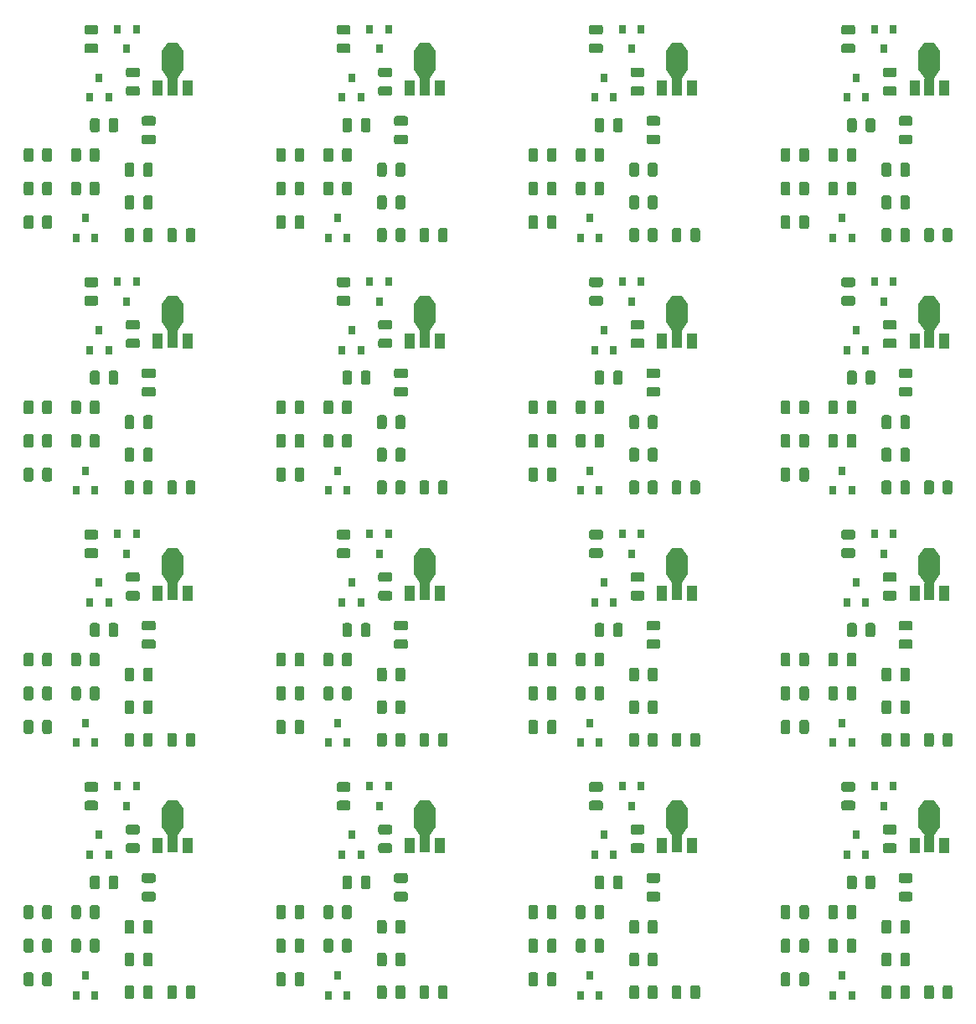
<source format=gbr>
G04 #@! TF.GenerationSoftware,KiCad,Pcbnew,(5.1.5)-3*
G04 #@! TF.CreationDate,2020-03-02T00:01:02+01:00*
G04 #@! TF.ProjectId,Powersavers,506f7765-7273-4617-9665-72732e6b6963,rev?*
G04 #@! TF.SameCoordinates,Original*
G04 #@! TF.FileFunction,Paste,Top*
G04 #@! TF.FilePolarity,Positive*
%FSLAX46Y46*%
G04 Gerber Fmt 4.6, Leading zero omitted, Abs format (unit mm)*
G04 Created by KiCad (PCBNEW (5.1.5)-3) date 2020-03-02 00:01:02*
%MOMM*%
%LPD*%
G04 APERTURE LIST*
%ADD10C,0.100000*%
%ADD11R,0.800000X0.900000*%
%ADD12R,1.000000X1.500000*%
%ADD13R,1.000000X1.800000*%
%ADD14R,2.200000X1.840000*%
G04 APERTURE END LIST*
D10*
G36*
X129005142Y-127901174D02*
G01*
X129028803Y-127904684D01*
X129052007Y-127910496D01*
X129074529Y-127918554D01*
X129096153Y-127928782D01*
X129116670Y-127941079D01*
X129135883Y-127955329D01*
X129153607Y-127971393D01*
X129169671Y-127989117D01*
X129183921Y-128008330D01*
X129196218Y-128028847D01*
X129206446Y-128050471D01*
X129214504Y-128072993D01*
X129220316Y-128096197D01*
X129223826Y-128119858D01*
X129225000Y-128143750D01*
X129225000Y-129056250D01*
X129223826Y-129080142D01*
X129220316Y-129103803D01*
X129214504Y-129127007D01*
X129206446Y-129149529D01*
X129196218Y-129171153D01*
X129183921Y-129191670D01*
X129169671Y-129210883D01*
X129153607Y-129228607D01*
X129135883Y-129244671D01*
X129116670Y-129258921D01*
X129096153Y-129271218D01*
X129074529Y-129281446D01*
X129052007Y-129289504D01*
X129028803Y-129295316D01*
X129005142Y-129298826D01*
X128981250Y-129300000D01*
X128493750Y-129300000D01*
X128469858Y-129298826D01*
X128446197Y-129295316D01*
X128422993Y-129289504D01*
X128400471Y-129281446D01*
X128378847Y-129271218D01*
X128358330Y-129258921D01*
X128339117Y-129244671D01*
X128321393Y-129228607D01*
X128305329Y-129210883D01*
X128291079Y-129191670D01*
X128278782Y-129171153D01*
X128268554Y-129149529D01*
X128260496Y-129127007D01*
X128254684Y-129103803D01*
X128251174Y-129080142D01*
X128250000Y-129056250D01*
X128250000Y-128143750D01*
X128251174Y-128119858D01*
X128254684Y-128096197D01*
X128260496Y-128072993D01*
X128268554Y-128050471D01*
X128278782Y-128028847D01*
X128291079Y-128008330D01*
X128305329Y-127989117D01*
X128321393Y-127971393D01*
X128339117Y-127955329D01*
X128358330Y-127941079D01*
X128378847Y-127928782D01*
X128400471Y-127918554D01*
X128422993Y-127910496D01*
X128446197Y-127904684D01*
X128469858Y-127901174D01*
X128493750Y-127900000D01*
X128981250Y-127900000D01*
X129005142Y-127901174D01*
G37*
G36*
X127130142Y-127901174D02*
G01*
X127153803Y-127904684D01*
X127177007Y-127910496D01*
X127199529Y-127918554D01*
X127221153Y-127928782D01*
X127241670Y-127941079D01*
X127260883Y-127955329D01*
X127278607Y-127971393D01*
X127294671Y-127989117D01*
X127308921Y-128008330D01*
X127321218Y-128028847D01*
X127331446Y-128050471D01*
X127339504Y-128072993D01*
X127345316Y-128096197D01*
X127348826Y-128119858D01*
X127350000Y-128143750D01*
X127350000Y-129056250D01*
X127348826Y-129080142D01*
X127345316Y-129103803D01*
X127339504Y-129127007D01*
X127331446Y-129149529D01*
X127321218Y-129171153D01*
X127308921Y-129191670D01*
X127294671Y-129210883D01*
X127278607Y-129228607D01*
X127260883Y-129244671D01*
X127241670Y-129258921D01*
X127221153Y-129271218D01*
X127199529Y-129281446D01*
X127177007Y-129289504D01*
X127153803Y-129295316D01*
X127130142Y-129298826D01*
X127106250Y-129300000D01*
X126618750Y-129300000D01*
X126594858Y-129298826D01*
X126571197Y-129295316D01*
X126547993Y-129289504D01*
X126525471Y-129281446D01*
X126503847Y-129271218D01*
X126483330Y-129258921D01*
X126464117Y-129244671D01*
X126446393Y-129228607D01*
X126430329Y-129210883D01*
X126416079Y-129191670D01*
X126403782Y-129171153D01*
X126393554Y-129149529D01*
X126385496Y-129127007D01*
X126379684Y-129103803D01*
X126376174Y-129080142D01*
X126375000Y-129056250D01*
X126375000Y-128143750D01*
X126376174Y-128119858D01*
X126379684Y-128096197D01*
X126385496Y-128072993D01*
X126393554Y-128050471D01*
X126403782Y-128028847D01*
X126416079Y-128008330D01*
X126430329Y-127989117D01*
X126446393Y-127971393D01*
X126464117Y-127955329D01*
X126483330Y-127941079D01*
X126503847Y-127928782D01*
X126525471Y-127918554D01*
X126547993Y-127910496D01*
X126571197Y-127904684D01*
X126594858Y-127901174D01*
X126618750Y-127900000D01*
X127106250Y-127900000D01*
X127130142Y-127901174D01*
G37*
G36*
X103505142Y-127901174D02*
G01*
X103528803Y-127904684D01*
X103552007Y-127910496D01*
X103574529Y-127918554D01*
X103596153Y-127928782D01*
X103616670Y-127941079D01*
X103635883Y-127955329D01*
X103653607Y-127971393D01*
X103669671Y-127989117D01*
X103683921Y-128008330D01*
X103696218Y-128028847D01*
X103706446Y-128050471D01*
X103714504Y-128072993D01*
X103720316Y-128096197D01*
X103723826Y-128119858D01*
X103725000Y-128143750D01*
X103725000Y-129056250D01*
X103723826Y-129080142D01*
X103720316Y-129103803D01*
X103714504Y-129127007D01*
X103706446Y-129149529D01*
X103696218Y-129171153D01*
X103683921Y-129191670D01*
X103669671Y-129210883D01*
X103653607Y-129228607D01*
X103635883Y-129244671D01*
X103616670Y-129258921D01*
X103596153Y-129271218D01*
X103574529Y-129281446D01*
X103552007Y-129289504D01*
X103528803Y-129295316D01*
X103505142Y-129298826D01*
X103481250Y-129300000D01*
X102993750Y-129300000D01*
X102969858Y-129298826D01*
X102946197Y-129295316D01*
X102922993Y-129289504D01*
X102900471Y-129281446D01*
X102878847Y-129271218D01*
X102858330Y-129258921D01*
X102839117Y-129244671D01*
X102821393Y-129228607D01*
X102805329Y-129210883D01*
X102791079Y-129191670D01*
X102778782Y-129171153D01*
X102768554Y-129149529D01*
X102760496Y-129127007D01*
X102754684Y-129103803D01*
X102751174Y-129080142D01*
X102750000Y-129056250D01*
X102750000Y-128143750D01*
X102751174Y-128119858D01*
X102754684Y-128096197D01*
X102760496Y-128072993D01*
X102768554Y-128050471D01*
X102778782Y-128028847D01*
X102791079Y-128008330D01*
X102805329Y-127989117D01*
X102821393Y-127971393D01*
X102839117Y-127955329D01*
X102858330Y-127941079D01*
X102878847Y-127928782D01*
X102900471Y-127918554D01*
X102922993Y-127910496D01*
X102946197Y-127904684D01*
X102969858Y-127901174D01*
X102993750Y-127900000D01*
X103481250Y-127900000D01*
X103505142Y-127901174D01*
G37*
G36*
X101630142Y-127901174D02*
G01*
X101653803Y-127904684D01*
X101677007Y-127910496D01*
X101699529Y-127918554D01*
X101721153Y-127928782D01*
X101741670Y-127941079D01*
X101760883Y-127955329D01*
X101778607Y-127971393D01*
X101794671Y-127989117D01*
X101808921Y-128008330D01*
X101821218Y-128028847D01*
X101831446Y-128050471D01*
X101839504Y-128072993D01*
X101845316Y-128096197D01*
X101848826Y-128119858D01*
X101850000Y-128143750D01*
X101850000Y-129056250D01*
X101848826Y-129080142D01*
X101845316Y-129103803D01*
X101839504Y-129127007D01*
X101831446Y-129149529D01*
X101821218Y-129171153D01*
X101808921Y-129191670D01*
X101794671Y-129210883D01*
X101778607Y-129228607D01*
X101760883Y-129244671D01*
X101741670Y-129258921D01*
X101721153Y-129271218D01*
X101699529Y-129281446D01*
X101677007Y-129289504D01*
X101653803Y-129295316D01*
X101630142Y-129298826D01*
X101606250Y-129300000D01*
X101118750Y-129300000D01*
X101094858Y-129298826D01*
X101071197Y-129295316D01*
X101047993Y-129289504D01*
X101025471Y-129281446D01*
X101003847Y-129271218D01*
X100983330Y-129258921D01*
X100964117Y-129244671D01*
X100946393Y-129228607D01*
X100930329Y-129210883D01*
X100916079Y-129191670D01*
X100903782Y-129171153D01*
X100893554Y-129149529D01*
X100885496Y-129127007D01*
X100879684Y-129103803D01*
X100876174Y-129080142D01*
X100875000Y-129056250D01*
X100875000Y-128143750D01*
X100876174Y-128119858D01*
X100879684Y-128096197D01*
X100885496Y-128072993D01*
X100893554Y-128050471D01*
X100903782Y-128028847D01*
X100916079Y-128008330D01*
X100930329Y-127989117D01*
X100946393Y-127971393D01*
X100964117Y-127955329D01*
X100983330Y-127941079D01*
X101003847Y-127928782D01*
X101025471Y-127918554D01*
X101047993Y-127910496D01*
X101071197Y-127904684D01*
X101094858Y-127901174D01*
X101118750Y-127900000D01*
X101606250Y-127900000D01*
X101630142Y-127901174D01*
G37*
G36*
X78005142Y-127901174D02*
G01*
X78028803Y-127904684D01*
X78052007Y-127910496D01*
X78074529Y-127918554D01*
X78096153Y-127928782D01*
X78116670Y-127941079D01*
X78135883Y-127955329D01*
X78153607Y-127971393D01*
X78169671Y-127989117D01*
X78183921Y-128008330D01*
X78196218Y-128028847D01*
X78206446Y-128050471D01*
X78214504Y-128072993D01*
X78220316Y-128096197D01*
X78223826Y-128119858D01*
X78225000Y-128143750D01*
X78225000Y-129056250D01*
X78223826Y-129080142D01*
X78220316Y-129103803D01*
X78214504Y-129127007D01*
X78206446Y-129149529D01*
X78196218Y-129171153D01*
X78183921Y-129191670D01*
X78169671Y-129210883D01*
X78153607Y-129228607D01*
X78135883Y-129244671D01*
X78116670Y-129258921D01*
X78096153Y-129271218D01*
X78074529Y-129281446D01*
X78052007Y-129289504D01*
X78028803Y-129295316D01*
X78005142Y-129298826D01*
X77981250Y-129300000D01*
X77493750Y-129300000D01*
X77469858Y-129298826D01*
X77446197Y-129295316D01*
X77422993Y-129289504D01*
X77400471Y-129281446D01*
X77378847Y-129271218D01*
X77358330Y-129258921D01*
X77339117Y-129244671D01*
X77321393Y-129228607D01*
X77305329Y-129210883D01*
X77291079Y-129191670D01*
X77278782Y-129171153D01*
X77268554Y-129149529D01*
X77260496Y-129127007D01*
X77254684Y-129103803D01*
X77251174Y-129080142D01*
X77250000Y-129056250D01*
X77250000Y-128143750D01*
X77251174Y-128119858D01*
X77254684Y-128096197D01*
X77260496Y-128072993D01*
X77268554Y-128050471D01*
X77278782Y-128028847D01*
X77291079Y-128008330D01*
X77305329Y-127989117D01*
X77321393Y-127971393D01*
X77339117Y-127955329D01*
X77358330Y-127941079D01*
X77378847Y-127928782D01*
X77400471Y-127918554D01*
X77422993Y-127910496D01*
X77446197Y-127904684D01*
X77469858Y-127901174D01*
X77493750Y-127900000D01*
X77981250Y-127900000D01*
X78005142Y-127901174D01*
G37*
G36*
X76130142Y-127901174D02*
G01*
X76153803Y-127904684D01*
X76177007Y-127910496D01*
X76199529Y-127918554D01*
X76221153Y-127928782D01*
X76241670Y-127941079D01*
X76260883Y-127955329D01*
X76278607Y-127971393D01*
X76294671Y-127989117D01*
X76308921Y-128008330D01*
X76321218Y-128028847D01*
X76331446Y-128050471D01*
X76339504Y-128072993D01*
X76345316Y-128096197D01*
X76348826Y-128119858D01*
X76350000Y-128143750D01*
X76350000Y-129056250D01*
X76348826Y-129080142D01*
X76345316Y-129103803D01*
X76339504Y-129127007D01*
X76331446Y-129149529D01*
X76321218Y-129171153D01*
X76308921Y-129191670D01*
X76294671Y-129210883D01*
X76278607Y-129228607D01*
X76260883Y-129244671D01*
X76241670Y-129258921D01*
X76221153Y-129271218D01*
X76199529Y-129281446D01*
X76177007Y-129289504D01*
X76153803Y-129295316D01*
X76130142Y-129298826D01*
X76106250Y-129300000D01*
X75618750Y-129300000D01*
X75594858Y-129298826D01*
X75571197Y-129295316D01*
X75547993Y-129289504D01*
X75525471Y-129281446D01*
X75503847Y-129271218D01*
X75483330Y-129258921D01*
X75464117Y-129244671D01*
X75446393Y-129228607D01*
X75430329Y-129210883D01*
X75416079Y-129191670D01*
X75403782Y-129171153D01*
X75393554Y-129149529D01*
X75385496Y-129127007D01*
X75379684Y-129103803D01*
X75376174Y-129080142D01*
X75375000Y-129056250D01*
X75375000Y-128143750D01*
X75376174Y-128119858D01*
X75379684Y-128096197D01*
X75385496Y-128072993D01*
X75393554Y-128050471D01*
X75403782Y-128028847D01*
X75416079Y-128008330D01*
X75430329Y-127989117D01*
X75446393Y-127971393D01*
X75464117Y-127955329D01*
X75483330Y-127941079D01*
X75503847Y-127928782D01*
X75525471Y-127918554D01*
X75547993Y-127910496D01*
X75571197Y-127904684D01*
X75594858Y-127901174D01*
X75618750Y-127900000D01*
X76106250Y-127900000D01*
X76130142Y-127901174D01*
G37*
G36*
X52505142Y-127901174D02*
G01*
X52528803Y-127904684D01*
X52552007Y-127910496D01*
X52574529Y-127918554D01*
X52596153Y-127928782D01*
X52616670Y-127941079D01*
X52635883Y-127955329D01*
X52653607Y-127971393D01*
X52669671Y-127989117D01*
X52683921Y-128008330D01*
X52696218Y-128028847D01*
X52706446Y-128050471D01*
X52714504Y-128072993D01*
X52720316Y-128096197D01*
X52723826Y-128119858D01*
X52725000Y-128143750D01*
X52725000Y-129056250D01*
X52723826Y-129080142D01*
X52720316Y-129103803D01*
X52714504Y-129127007D01*
X52706446Y-129149529D01*
X52696218Y-129171153D01*
X52683921Y-129191670D01*
X52669671Y-129210883D01*
X52653607Y-129228607D01*
X52635883Y-129244671D01*
X52616670Y-129258921D01*
X52596153Y-129271218D01*
X52574529Y-129281446D01*
X52552007Y-129289504D01*
X52528803Y-129295316D01*
X52505142Y-129298826D01*
X52481250Y-129300000D01*
X51993750Y-129300000D01*
X51969858Y-129298826D01*
X51946197Y-129295316D01*
X51922993Y-129289504D01*
X51900471Y-129281446D01*
X51878847Y-129271218D01*
X51858330Y-129258921D01*
X51839117Y-129244671D01*
X51821393Y-129228607D01*
X51805329Y-129210883D01*
X51791079Y-129191670D01*
X51778782Y-129171153D01*
X51768554Y-129149529D01*
X51760496Y-129127007D01*
X51754684Y-129103803D01*
X51751174Y-129080142D01*
X51750000Y-129056250D01*
X51750000Y-128143750D01*
X51751174Y-128119858D01*
X51754684Y-128096197D01*
X51760496Y-128072993D01*
X51768554Y-128050471D01*
X51778782Y-128028847D01*
X51791079Y-128008330D01*
X51805329Y-127989117D01*
X51821393Y-127971393D01*
X51839117Y-127955329D01*
X51858330Y-127941079D01*
X51878847Y-127928782D01*
X51900471Y-127918554D01*
X51922993Y-127910496D01*
X51946197Y-127904684D01*
X51969858Y-127901174D01*
X51993750Y-127900000D01*
X52481250Y-127900000D01*
X52505142Y-127901174D01*
G37*
G36*
X50630142Y-127901174D02*
G01*
X50653803Y-127904684D01*
X50677007Y-127910496D01*
X50699529Y-127918554D01*
X50721153Y-127928782D01*
X50741670Y-127941079D01*
X50760883Y-127955329D01*
X50778607Y-127971393D01*
X50794671Y-127989117D01*
X50808921Y-128008330D01*
X50821218Y-128028847D01*
X50831446Y-128050471D01*
X50839504Y-128072993D01*
X50845316Y-128096197D01*
X50848826Y-128119858D01*
X50850000Y-128143750D01*
X50850000Y-129056250D01*
X50848826Y-129080142D01*
X50845316Y-129103803D01*
X50839504Y-129127007D01*
X50831446Y-129149529D01*
X50821218Y-129171153D01*
X50808921Y-129191670D01*
X50794671Y-129210883D01*
X50778607Y-129228607D01*
X50760883Y-129244671D01*
X50741670Y-129258921D01*
X50721153Y-129271218D01*
X50699529Y-129281446D01*
X50677007Y-129289504D01*
X50653803Y-129295316D01*
X50630142Y-129298826D01*
X50606250Y-129300000D01*
X50118750Y-129300000D01*
X50094858Y-129298826D01*
X50071197Y-129295316D01*
X50047993Y-129289504D01*
X50025471Y-129281446D01*
X50003847Y-129271218D01*
X49983330Y-129258921D01*
X49964117Y-129244671D01*
X49946393Y-129228607D01*
X49930329Y-129210883D01*
X49916079Y-129191670D01*
X49903782Y-129171153D01*
X49893554Y-129149529D01*
X49885496Y-129127007D01*
X49879684Y-129103803D01*
X49876174Y-129080142D01*
X49875000Y-129056250D01*
X49875000Y-128143750D01*
X49876174Y-128119858D01*
X49879684Y-128096197D01*
X49885496Y-128072993D01*
X49893554Y-128050471D01*
X49903782Y-128028847D01*
X49916079Y-128008330D01*
X49930329Y-127989117D01*
X49946393Y-127971393D01*
X49964117Y-127955329D01*
X49983330Y-127941079D01*
X50003847Y-127928782D01*
X50025471Y-127918554D01*
X50047993Y-127910496D01*
X50071197Y-127904684D01*
X50094858Y-127901174D01*
X50118750Y-127900000D01*
X50606250Y-127900000D01*
X50630142Y-127901174D01*
G37*
G36*
X129005142Y-102401174D02*
G01*
X129028803Y-102404684D01*
X129052007Y-102410496D01*
X129074529Y-102418554D01*
X129096153Y-102428782D01*
X129116670Y-102441079D01*
X129135883Y-102455329D01*
X129153607Y-102471393D01*
X129169671Y-102489117D01*
X129183921Y-102508330D01*
X129196218Y-102528847D01*
X129206446Y-102550471D01*
X129214504Y-102572993D01*
X129220316Y-102596197D01*
X129223826Y-102619858D01*
X129225000Y-102643750D01*
X129225000Y-103556250D01*
X129223826Y-103580142D01*
X129220316Y-103603803D01*
X129214504Y-103627007D01*
X129206446Y-103649529D01*
X129196218Y-103671153D01*
X129183921Y-103691670D01*
X129169671Y-103710883D01*
X129153607Y-103728607D01*
X129135883Y-103744671D01*
X129116670Y-103758921D01*
X129096153Y-103771218D01*
X129074529Y-103781446D01*
X129052007Y-103789504D01*
X129028803Y-103795316D01*
X129005142Y-103798826D01*
X128981250Y-103800000D01*
X128493750Y-103800000D01*
X128469858Y-103798826D01*
X128446197Y-103795316D01*
X128422993Y-103789504D01*
X128400471Y-103781446D01*
X128378847Y-103771218D01*
X128358330Y-103758921D01*
X128339117Y-103744671D01*
X128321393Y-103728607D01*
X128305329Y-103710883D01*
X128291079Y-103691670D01*
X128278782Y-103671153D01*
X128268554Y-103649529D01*
X128260496Y-103627007D01*
X128254684Y-103603803D01*
X128251174Y-103580142D01*
X128250000Y-103556250D01*
X128250000Y-102643750D01*
X128251174Y-102619858D01*
X128254684Y-102596197D01*
X128260496Y-102572993D01*
X128268554Y-102550471D01*
X128278782Y-102528847D01*
X128291079Y-102508330D01*
X128305329Y-102489117D01*
X128321393Y-102471393D01*
X128339117Y-102455329D01*
X128358330Y-102441079D01*
X128378847Y-102428782D01*
X128400471Y-102418554D01*
X128422993Y-102410496D01*
X128446197Y-102404684D01*
X128469858Y-102401174D01*
X128493750Y-102400000D01*
X128981250Y-102400000D01*
X129005142Y-102401174D01*
G37*
G36*
X127130142Y-102401174D02*
G01*
X127153803Y-102404684D01*
X127177007Y-102410496D01*
X127199529Y-102418554D01*
X127221153Y-102428782D01*
X127241670Y-102441079D01*
X127260883Y-102455329D01*
X127278607Y-102471393D01*
X127294671Y-102489117D01*
X127308921Y-102508330D01*
X127321218Y-102528847D01*
X127331446Y-102550471D01*
X127339504Y-102572993D01*
X127345316Y-102596197D01*
X127348826Y-102619858D01*
X127350000Y-102643750D01*
X127350000Y-103556250D01*
X127348826Y-103580142D01*
X127345316Y-103603803D01*
X127339504Y-103627007D01*
X127331446Y-103649529D01*
X127321218Y-103671153D01*
X127308921Y-103691670D01*
X127294671Y-103710883D01*
X127278607Y-103728607D01*
X127260883Y-103744671D01*
X127241670Y-103758921D01*
X127221153Y-103771218D01*
X127199529Y-103781446D01*
X127177007Y-103789504D01*
X127153803Y-103795316D01*
X127130142Y-103798826D01*
X127106250Y-103800000D01*
X126618750Y-103800000D01*
X126594858Y-103798826D01*
X126571197Y-103795316D01*
X126547993Y-103789504D01*
X126525471Y-103781446D01*
X126503847Y-103771218D01*
X126483330Y-103758921D01*
X126464117Y-103744671D01*
X126446393Y-103728607D01*
X126430329Y-103710883D01*
X126416079Y-103691670D01*
X126403782Y-103671153D01*
X126393554Y-103649529D01*
X126385496Y-103627007D01*
X126379684Y-103603803D01*
X126376174Y-103580142D01*
X126375000Y-103556250D01*
X126375000Y-102643750D01*
X126376174Y-102619858D01*
X126379684Y-102596197D01*
X126385496Y-102572993D01*
X126393554Y-102550471D01*
X126403782Y-102528847D01*
X126416079Y-102508330D01*
X126430329Y-102489117D01*
X126446393Y-102471393D01*
X126464117Y-102455329D01*
X126483330Y-102441079D01*
X126503847Y-102428782D01*
X126525471Y-102418554D01*
X126547993Y-102410496D01*
X126571197Y-102404684D01*
X126594858Y-102401174D01*
X126618750Y-102400000D01*
X127106250Y-102400000D01*
X127130142Y-102401174D01*
G37*
G36*
X103505142Y-102401174D02*
G01*
X103528803Y-102404684D01*
X103552007Y-102410496D01*
X103574529Y-102418554D01*
X103596153Y-102428782D01*
X103616670Y-102441079D01*
X103635883Y-102455329D01*
X103653607Y-102471393D01*
X103669671Y-102489117D01*
X103683921Y-102508330D01*
X103696218Y-102528847D01*
X103706446Y-102550471D01*
X103714504Y-102572993D01*
X103720316Y-102596197D01*
X103723826Y-102619858D01*
X103725000Y-102643750D01*
X103725000Y-103556250D01*
X103723826Y-103580142D01*
X103720316Y-103603803D01*
X103714504Y-103627007D01*
X103706446Y-103649529D01*
X103696218Y-103671153D01*
X103683921Y-103691670D01*
X103669671Y-103710883D01*
X103653607Y-103728607D01*
X103635883Y-103744671D01*
X103616670Y-103758921D01*
X103596153Y-103771218D01*
X103574529Y-103781446D01*
X103552007Y-103789504D01*
X103528803Y-103795316D01*
X103505142Y-103798826D01*
X103481250Y-103800000D01*
X102993750Y-103800000D01*
X102969858Y-103798826D01*
X102946197Y-103795316D01*
X102922993Y-103789504D01*
X102900471Y-103781446D01*
X102878847Y-103771218D01*
X102858330Y-103758921D01*
X102839117Y-103744671D01*
X102821393Y-103728607D01*
X102805329Y-103710883D01*
X102791079Y-103691670D01*
X102778782Y-103671153D01*
X102768554Y-103649529D01*
X102760496Y-103627007D01*
X102754684Y-103603803D01*
X102751174Y-103580142D01*
X102750000Y-103556250D01*
X102750000Y-102643750D01*
X102751174Y-102619858D01*
X102754684Y-102596197D01*
X102760496Y-102572993D01*
X102768554Y-102550471D01*
X102778782Y-102528847D01*
X102791079Y-102508330D01*
X102805329Y-102489117D01*
X102821393Y-102471393D01*
X102839117Y-102455329D01*
X102858330Y-102441079D01*
X102878847Y-102428782D01*
X102900471Y-102418554D01*
X102922993Y-102410496D01*
X102946197Y-102404684D01*
X102969858Y-102401174D01*
X102993750Y-102400000D01*
X103481250Y-102400000D01*
X103505142Y-102401174D01*
G37*
G36*
X101630142Y-102401174D02*
G01*
X101653803Y-102404684D01*
X101677007Y-102410496D01*
X101699529Y-102418554D01*
X101721153Y-102428782D01*
X101741670Y-102441079D01*
X101760883Y-102455329D01*
X101778607Y-102471393D01*
X101794671Y-102489117D01*
X101808921Y-102508330D01*
X101821218Y-102528847D01*
X101831446Y-102550471D01*
X101839504Y-102572993D01*
X101845316Y-102596197D01*
X101848826Y-102619858D01*
X101850000Y-102643750D01*
X101850000Y-103556250D01*
X101848826Y-103580142D01*
X101845316Y-103603803D01*
X101839504Y-103627007D01*
X101831446Y-103649529D01*
X101821218Y-103671153D01*
X101808921Y-103691670D01*
X101794671Y-103710883D01*
X101778607Y-103728607D01*
X101760883Y-103744671D01*
X101741670Y-103758921D01*
X101721153Y-103771218D01*
X101699529Y-103781446D01*
X101677007Y-103789504D01*
X101653803Y-103795316D01*
X101630142Y-103798826D01*
X101606250Y-103800000D01*
X101118750Y-103800000D01*
X101094858Y-103798826D01*
X101071197Y-103795316D01*
X101047993Y-103789504D01*
X101025471Y-103781446D01*
X101003847Y-103771218D01*
X100983330Y-103758921D01*
X100964117Y-103744671D01*
X100946393Y-103728607D01*
X100930329Y-103710883D01*
X100916079Y-103691670D01*
X100903782Y-103671153D01*
X100893554Y-103649529D01*
X100885496Y-103627007D01*
X100879684Y-103603803D01*
X100876174Y-103580142D01*
X100875000Y-103556250D01*
X100875000Y-102643750D01*
X100876174Y-102619858D01*
X100879684Y-102596197D01*
X100885496Y-102572993D01*
X100893554Y-102550471D01*
X100903782Y-102528847D01*
X100916079Y-102508330D01*
X100930329Y-102489117D01*
X100946393Y-102471393D01*
X100964117Y-102455329D01*
X100983330Y-102441079D01*
X101003847Y-102428782D01*
X101025471Y-102418554D01*
X101047993Y-102410496D01*
X101071197Y-102404684D01*
X101094858Y-102401174D01*
X101118750Y-102400000D01*
X101606250Y-102400000D01*
X101630142Y-102401174D01*
G37*
G36*
X78005142Y-102401174D02*
G01*
X78028803Y-102404684D01*
X78052007Y-102410496D01*
X78074529Y-102418554D01*
X78096153Y-102428782D01*
X78116670Y-102441079D01*
X78135883Y-102455329D01*
X78153607Y-102471393D01*
X78169671Y-102489117D01*
X78183921Y-102508330D01*
X78196218Y-102528847D01*
X78206446Y-102550471D01*
X78214504Y-102572993D01*
X78220316Y-102596197D01*
X78223826Y-102619858D01*
X78225000Y-102643750D01*
X78225000Y-103556250D01*
X78223826Y-103580142D01*
X78220316Y-103603803D01*
X78214504Y-103627007D01*
X78206446Y-103649529D01*
X78196218Y-103671153D01*
X78183921Y-103691670D01*
X78169671Y-103710883D01*
X78153607Y-103728607D01*
X78135883Y-103744671D01*
X78116670Y-103758921D01*
X78096153Y-103771218D01*
X78074529Y-103781446D01*
X78052007Y-103789504D01*
X78028803Y-103795316D01*
X78005142Y-103798826D01*
X77981250Y-103800000D01*
X77493750Y-103800000D01*
X77469858Y-103798826D01*
X77446197Y-103795316D01*
X77422993Y-103789504D01*
X77400471Y-103781446D01*
X77378847Y-103771218D01*
X77358330Y-103758921D01*
X77339117Y-103744671D01*
X77321393Y-103728607D01*
X77305329Y-103710883D01*
X77291079Y-103691670D01*
X77278782Y-103671153D01*
X77268554Y-103649529D01*
X77260496Y-103627007D01*
X77254684Y-103603803D01*
X77251174Y-103580142D01*
X77250000Y-103556250D01*
X77250000Y-102643750D01*
X77251174Y-102619858D01*
X77254684Y-102596197D01*
X77260496Y-102572993D01*
X77268554Y-102550471D01*
X77278782Y-102528847D01*
X77291079Y-102508330D01*
X77305329Y-102489117D01*
X77321393Y-102471393D01*
X77339117Y-102455329D01*
X77358330Y-102441079D01*
X77378847Y-102428782D01*
X77400471Y-102418554D01*
X77422993Y-102410496D01*
X77446197Y-102404684D01*
X77469858Y-102401174D01*
X77493750Y-102400000D01*
X77981250Y-102400000D01*
X78005142Y-102401174D01*
G37*
G36*
X76130142Y-102401174D02*
G01*
X76153803Y-102404684D01*
X76177007Y-102410496D01*
X76199529Y-102418554D01*
X76221153Y-102428782D01*
X76241670Y-102441079D01*
X76260883Y-102455329D01*
X76278607Y-102471393D01*
X76294671Y-102489117D01*
X76308921Y-102508330D01*
X76321218Y-102528847D01*
X76331446Y-102550471D01*
X76339504Y-102572993D01*
X76345316Y-102596197D01*
X76348826Y-102619858D01*
X76350000Y-102643750D01*
X76350000Y-103556250D01*
X76348826Y-103580142D01*
X76345316Y-103603803D01*
X76339504Y-103627007D01*
X76331446Y-103649529D01*
X76321218Y-103671153D01*
X76308921Y-103691670D01*
X76294671Y-103710883D01*
X76278607Y-103728607D01*
X76260883Y-103744671D01*
X76241670Y-103758921D01*
X76221153Y-103771218D01*
X76199529Y-103781446D01*
X76177007Y-103789504D01*
X76153803Y-103795316D01*
X76130142Y-103798826D01*
X76106250Y-103800000D01*
X75618750Y-103800000D01*
X75594858Y-103798826D01*
X75571197Y-103795316D01*
X75547993Y-103789504D01*
X75525471Y-103781446D01*
X75503847Y-103771218D01*
X75483330Y-103758921D01*
X75464117Y-103744671D01*
X75446393Y-103728607D01*
X75430329Y-103710883D01*
X75416079Y-103691670D01*
X75403782Y-103671153D01*
X75393554Y-103649529D01*
X75385496Y-103627007D01*
X75379684Y-103603803D01*
X75376174Y-103580142D01*
X75375000Y-103556250D01*
X75375000Y-102643750D01*
X75376174Y-102619858D01*
X75379684Y-102596197D01*
X75385496Y-102572993D01*
X75393554Y-102550471D01*
X75403782Y-102528847D01*
X75416079Y-102508330D01*
X75430329Y-102489117D01*
X75446393Y-102471393D01*
X75464117Y-102455329D01*
X75483330Y-102441079D01*
X75503847Y-102428782D01*
X75525471Y-102418554D01*
X75547993Y-102410496D01*
X75571197Y-102404684D01*
X75594858Y-102401174D01*
X75618750Y-102400000D01*
X76106250Y-102400000D01*
X76130142Y-102401174D01*
G37*
G36*
X52505142Y-102401174D02*
G01*
X52528803Y-102404684D01*
X52552007Y-102410496D01*
X52574529Y-102418554D01*
X52596153Y-102428782D01*
X52616670Y-102441079D01*
X52635883Y-102455329D01*
X52653607Y-102471393D01*
X52669671Y-102489117D01*
X52683921Y-102508330D01*
X52696218Y-102528847D01*
X52706446Y-102550471D01*
X52714504Y-102572993D01*
X52720316Y-102596197D01*
X52723826Y-102619858D01*
X52725000Y-102643750D01*
X52725000Y-103556250D01*
X52723826Y-103580142D01*
X52720316Y-103603803D01*
X52714504Y-103627007D01*
X52706446Y-103649529D01*
X52696218Y-103671153D01*
X52683921Y-103691670D01*
X52669671Y-103710883D01*
X52653607Y-103728607D01*
X52635883Y-103744671D01*
X52616670Y-103758921D01*
X52596153Y-103771218D01*
X52574529Y-103781446D01*
X52552007Y-103789504D01*
X52528803Y-103795316D01*
X52505142Y-103798826D01*
X52481250Y-103800000D01*
X51993750Y-103800000D01*
X51969858Y-103798826D01*
X51946197Y-103795316D01*
X51922993Y-103789504D01*
X51900471Y-103781446D01*
X51878847Y-103771218D01*
X51858330Y-103758921D01*
X51839117Y-103744671D01*
X51821393Y-103728607D01*
X51805329Y-103710883D01*
X51791079Y-103691670D01*
X51778782Y-103671153D01*
X51768554Y-103649529D01*
X51760496Y-103627007D01*
X51754684Y-103603803D01*
X51751174Y-103580142D01*
X51750000Y-103556250D01*
X51750000Y-102643750D01*
X51751174Y-102619858D01*
X51754684Y-102596197D01*
X51760496Y-102572993D01*
X51768554Y-102550471D01*
X51778782Y-102528847D01*
X51791079Y-102508330D01*
X51805329Y-102489117D01*
X51821393Y-102471393D01*
X51839117Y-102455329D01*
X51858330Y-102441079D01*
X51878847Y-102428782D01*
X51900471Y-102418554D01*
X51922993Y-102410496D01*
X51946197Y-102404684D01*
X51969858Y-102401174D01*
X51993750Y-102400000D01*
X52481250Y-102400000D01*
X52505142Y-102401174D01*
G37*
G36*
X50630142Y-102401174D02*
G01*
X50653803Y-102404684D01*
X50677007Y-102410496D01*
X50699529Y-102418554D01*
X50721153Y-102428782D01*
X50741670Y-102441079D01*
X50760883Y-102455329D01*
X50778607Y-102471393D01*
X50794671Y-102489117D01*
X50808921Y-102508330D01*
X50821218Y-102528847D01*
X50831446Y-102550471D01*
X50839504Y-102572993D01*
X50845316Y-102596197D01*
X50848826Y-102619858D01*
X50850000Y-102643750D01*
X50850000Y-103556250D01*
X50848826Y-103580142D01*
X50845316Y-103603803D01*
X50839504Y-103627007D01*
X50831446Y-103649529D01*
X50821218Y-103671153D01*
X50808921Y-103691670D01*
X50794671Y-103710883D01*
X50778607Y-103728607D01*
X50760883Y-103744671D01*
X50741670Y-103758921D01*
X50721153Y-103771218D01*
X50699529Y-103781446D01*
X50677007Y-103789504D01*
X50653803Y-103795316D01*
X50630142Y-103798826D01*
X50606250Y-103800000D01*
X50118750Y-103800000D01*
X50094858Y-103798826D01*
X50071197Y-103795316D01*
X50047993Y-103789504D01*
X50025471Y-103781446D01*
X50003847Y-103771218D01*
X49983330Y-103758921D01*
X49964117Y-103744671D01*
X49946393Y-103728607D01*
X49930329Y-103710883D01*
X49916079Y-103691670D01*
X49903782Y-103671153D01*
X49893554Y-103649529D01*
X49885496Y-103627007D01*
X49879684Y-103603803D01*
X49876174Y-103580142D01*
X49875000Y-103556250D01*
X49875000Y-102643750D01*
X49876174Y-102619858D01*
X49879684Y-102596197D01*
X49885496Y-102572993D01*
X49893554Y-102550471D01*
X49903782Y-102528847D01*
X49916079Y-102508330D01*
X49930329Y-102489117D01*
X49946393Y-102471393D01*
X49964117Y-102455329D01*
X49983330Y-102441079D01*
X50003847Y-102428782D01*
X50025471Y-102418554D01*
X50047993Y-102410496D01*
X50071197Y-102404684D01*
X50094858Y-102401174D01*
X50118750Y-102400000D01*
X50606250Y-102400000D01*
X50630142Y-102401174D01*
G37*
G36*
X129005142Y-76901174D02*
G01*
X129028803Y-76904684D01*
X129052007Y-76910496D01*
X129074529Y-76918554D01*
X129096153Y-76928782D01*
X129116670Y-76941079D01*
X129135883Y-76955329D01*
X129153607Y-76971393D01*
X129169671Y-76989117D01*
X129183921Y-77008330D01*
X129196218Y-77028847D01*
X129206446Y-77050471D01*
X129214504Y-77072993D01*
X129220316Y-77096197D01*
X129223826Y-77119858D01*
X129225000Y-77143750D01*
X129225000Y-78056250D01*
X129223826Y-78080142D01*
X129220316Y-78103803D01*
X129214504Y-78127007D01*
X129206446Y-78149529D01*
X129196218Y-78171153D01*
X129183921Y-78191670D01*
X129169671Y-78210883D01*
X129153607Y-78228607D01*
X129135883Y-78244671D01*
X129116670Y-78258921D01*
X129096153Y-78271218D01*
X129074529Y-78281446D01*
X129052007Y-78289504D01*
X129028803Y-78295316D01*
X129005142Y-78298826D01*
X128981250Y-78300000D01*
X128493750Y-78300000D01*
X128469858Y-78298826D01*
X128446197Y-78295316D01*
X128422993Y-78289504D01*
X128400471Y-78281446D01*
X128378847Y-78271218D01*
X128358330Y-78258921D01*
X128339117Y-78244671D01*
X128321393Y-78228607D01*
X128305329Y-78210883D01*
X128291079Y-78191670D01*
X128278782Y-78171153D01*
X128268554Y-78149529D01*
X128260496Y-78127007D01*
X128254684Y-78103803D01*
X128251174Y-78080142D01*
X128250000Y-78056250D01*
X128250000Y-77143750D01*
X128251174Y-77119858D01*
X128254684Y-77096197D01*
X128260496Y-77072993D01*
X128268554Y-77050471D01*
X128278782Y-77028847D01*
X128291079Y-77008330D01*
X128305329Y-76989117D01*
X128321393Y-76971393D01*
X128339117Y-76955329D01*
X128358330Y-76941079D01*
X128378847Y-76928782D01*
X128400471Y-76918554D01*
X128422993Y-76910496D01*
X128446197Y-76904684D01*
X128469858Y-76901174D01*
X128493750Y-76900000D01*
X128981250Y-76900000D01*
X129005142Y-76901174D01*
G37*
G36*
X127130142Y-76901174D02*
G01*
X127153803Y-76904684D01*
X127177007Y-76910496D01*
X127199529Y-76918554D01*
X127221153Y-76928782D01*
X127241670Y-76941079D01*
X127260883Y-76955329D01*
X127278607Y-76971393D01*
X127294671Y-76989117D01*
X127308921Y-77008330D01*
X127321218Y-77028847D01*
X127331446Y-77050471D01*
X127339504Y-77072993D01*
X127345316Y-77096197D01*
X127348826Y-77119858D01*
X127350000Y-77143750D01*
X127350000Y-78056250D01*
X127348826Y-78080142D01*
X127345316Y-78103803D01*
X127339504Y-78127007D01*
X127331446Y-78149529D01*
X127321218Y-78171153D01*
X127308921Y-78191670D01*
X127294671Y-78210883D01*
X127278607Y-78228607D01*
X127260883Y-78244671D01*
X127241670Y-78258921D01*
X127221153Y-78271218D01*
X127199529Y-78281446D01*
X127177007Y-78289504D01*
X127153803Y-78295316D01*
X127130142Y-78298826D01*
X127106250Y-78300000D01*
X126618750Y-78300000D01*
X126594858Y-78298826D01*
X126571197Y-78295316D01*
X126547993Y-78289504D01*
X126525471Y-78281446D01*
X126503847Y-78271218D01*
X126483330Y-78258921D01*
X126464117Y-78244671D01*
X126446393Y-78228607D01*
X126430329Y-78210883D01*
X126416079Y-78191670D01*
X126403782Y-78171153D01*
X126393554Y-78149529D01*
X126385496Y-78127007D01*
X126379684Y-78103803D01*
X126376174Y-78080142D01*
X126375000Y-78056250D01*
X126375000Y-77143750D01*
X126376174Y-77119858D01*
X126379684Y-77096197D01*
X126385496Y-77072993D01*
X126393554Y-77050471D01*
X126403782Y-77028847D01*
X126416079Y-77008330D01*
X126430329Y-76989117D01*
X126446393Y-76971393D01*
X126464117Y-76955329D01*
X126483330Y-76941079D01*
X126503847Y-76928782D01*
X126525471Y-76918554D01*
X126547993Y-76910496D01*
X126571197Y-76904684D01*
X126594858Y-76901174D01*
X126618750Y-76900000D01*
X127106250Y-76900000D01*
X127130142Y-76901174D01*
G37*
G36*
X103505142Y-76901174D02*
G01*
X103528803Y-76904684D01*
X103552007Y-76910496D01*
X103574529Y-76918554D01*
X103596153Y-76928782D01*
X103616670Y-76941079D01*
X103635883Y-76955329D01*
X103653607Y-76971393D01*
X103669671Y-76989117D01*
X103683921Y-77008330D01*
X103696218Y-77028847D01*
X103706446Y-77050471D01*
X103714504Y-77072993D01*
X103720316Y-77096197D01*
X103723826Y-77119858D01*
X103725000Y-77143750D01*
X103725000Y-78056250D01*
X103723826Y-78080142D01*
X103720316Y-78103803D01*
X103714504Y-78127007D01*
X103706446Y-78149529D01*
X103696218Y-78171153D01*
X103683921Y-78191670D01*
X103669671Y-78210883D01*
X103653607Y-78228607D01*
X103635883Y-78244671D01*
X103616670Y-78258921D01*
X103596153Y-78271218D01*
X103574529Y-78281446D01*
X103552007Y-78289504D01*
X103528803Y-78295316D01*
X103505142Y-78298826D01*
X103481250Y-78300000D01*
X102993750Y-78300000D01*
X102969858Y-78298826D01*
X102946197Y-78295316D01*
X102922993Y-78289504D01*
X102900471Y-78281446D01*
X102878847Y-78271218D01*
X102858330Y-78258921D01*
X102839117Y-78244671D01*
X102821393Y-78228607D01*
X102805329Y-78210883D01*
X102791079Y-78191670D01*
X102778782Y-78171153D01*
X102768554Y-78149529D01*
X102760496Y-78127007D01*
X102754684Y-78103803D01*
X102751174Y-78080142D01*
X102750000Y-78056250D01*
X102750000Y-77143750D01*
X102751174Y-77119858D01*
X102754684Y-77096197D01*
X102760496Y-77072993D01*
X102768554Y-77050471D01*
X102778782Y-77028847D01*
X102791079Y-77008330D01*
X102805329Y-76989117D01*
X102821393Y-76971393D01*
X102839117Y-76955329D01*
X102858330Y-76941079D01*
X102878847Y-76928782D01*
X102900471Y-76918554D01*
X102922993Y-76910496D01*
X102946197Y-76904684D01*
X102969858Y-76901174D01*
X102993750Y-76900000D01*
X103481250Y-76900000D01*
X103505142Y-76901174D01*
G37*
G36*
X101630142Y-76901174D02*
G01*
X101653803Y-76904684D01*
X101677007Y-76910496D01*
X101699529Y-76918554D01*
X101721153Y-76928782D01*
X101741670Y-76941079D01*
X101760883Y-76955329D01*
X101778607Y-76971393D01*
X101794671Y-76989117D01*
X101808921Y-77008330D01*
X101821218Y-77028847D01*
X101831446Y-77050471D01*
X101839504Y-77072993D01*
X101845316Y-77096197D01*
X101848826Y-77119858D01*
X101850000Y-77143750D01*
X101850000Y-78056250D01*
X101848826Y-78080142D01*
X101845316Y-78103803D01*
X101839504Y-78127007D01*
X101831446Y-78149529D01*
X101821218Y-78171153D01*
X101808921Y-78191670D01*
X101794671Y-78210883D01*
X101778607Y-78228607D01*
X101760883Y-78244671D01*
X101741670Y-78258921D01*
X101721153Y-78271218D01*
X101699529Y-78281446D01*
X101677007Y-78289504D01*
X101653803Y-78295316D01*
X101630142Y-78298826D01*
X101606250Y-78300000D01*
X101118750Y-78300000D01*
X101094858Y-78298826D01*
X101071197Y-78295316D01*
X101047993Y-78289504D01*
X101025471Y-78281446D01*
X101003847Y-78271218D01*
X100983330Y-78258921D01*
X100964117Y-78244671D01*
X100946393Y-78228607D01*
X100930329Y-78210883D01*
X100916079Y-78191670D01*
X100903782Y-78171153D01*
X100893554Y-78149529D01*
X100885496Y-78127007D01*
X100879684Y-78103803D01*
X100876174Y-78080142D01*
X100875000Y-78056250D01*
X100875000Y-77143750D01*
X100876174Y-77119858D01*
X100879684Y-77096197D01*
X100885496Y-77072993D01*
X100893554Y-77050471D01*
X100903782Y-77028847D01*
X100916079Y-77008330D01*
X100930329Y-76989117D01*
X100946393Y-76971393D01*
X100964117Y-76955329D01*
X100983330Y-76941079D01*
X101003847Y-76928782D01*
X101025471Y-76918554D01*
X101047993Y-76910496D01*
X101071197Y-76904684D01*
X101094858Y-76901174D01*
X101118750Y-76900000D01*
X101606250Y-76900000D01*
X101630142Y-76901174D01*
G37*
G36*
X78005142Y-76901174D02*
G01*
X78028803Y-76904684D01*
X78052007Y-76910496D01*
X78074529Y-76918554D01*
X78096153Y-76928782D01*
X78116670Y-76941079D01*
X78135883Y-76955329D01*
X78153607Y-76971393D01*
X78169671Y-76989117D01*
X78183921Y-77008330D01*
X78196218Y-77028847D01*
X78206446Y-77050471D01*
X78214504Y-77072993D01*
X78220316Y-77096197D01*
X78223826Y-77119858D01*
X78225000Y-77143750D01*
X78225000Y-78056250D01*
X78223826Y-78080142D01*
X78220316Y-78103803D01*
X78214504Y-78127007D01*
X78206446Y-78149529D01*
X78196218Y-78171153D01*
X78183921Y-78191670D01*
X78169671Y-78210883D01*
X78153607Y-78228607D01*
X78135883Y-78244671D01*
X78116670Y-78258921D01*
X78096153Y-78271218D01*
X78074529Y-78281446D01*
X78052007Y-78289504D01*
X78028803Y-78295316D01*
X78005142Y-78298826D01*
X77981250Y-78300000D01*
X77493750Y-78300000D01*
X77469858Y-78298826D01*
X77446197Y-78295316D01*
X77422993Y-78289504D01*
X77400471Y-78281446D01*
X77378847Y-78271218D01*
X77358330Y-78258921D01*
X77339117Y-78244671D01*
X77321393Y-78228607D01*
X77305329Y-78210883D01*
X77291079Y-78191670D01*
X77278782Y-78171153D01*
X77268554Y-78149529D01*
X77260496Y-78127007D01*
X77254684Y-78103803D01*
X77251174Y-78080142D01*
X77250000Y-78056250D01*
X77250000Y-77143750D01*
X77251174Y-77119858D01*
X77254684Y-77096197D01*
X77260496Y-77072993D01*
X77268554Y-77050471D01*
X77278782Y-77028847D01*
X77291079Y-77008330D01*
X77305329Y-76989117D01*
X77321393Y-76971393D01*
X77339117Y-76955329D01*
X77358330Y-76941079D01*
X77378847Y-76928782D01*
X77400471Y-76918554D01*
X77422993Y-76910496D01*
X77446197Y-76904684D01*
X77469858Y-76901174D01*
X77493750Y-76900000D01*
X77981250Y-76900000D01*
X78005142Y-76901174D01*
G37*
G36*
X76130142Y-76901174D02*
G01*
X76153803Y-76904684D01*
X76177007Y-76910496D01*
X76199529Y-76918554D01*
X76221153Y-76928782D01*
X76241670Y-76941079D01*
X76260883Y-76955329D01*
X76278607Y-76971393D01*
X76294671Y-76989117D01*
X76308921Y-77008330D01*
X76321218Y-77028847D01*
X76331446Y-77050471D01*
X76339504Y-77072993D01*
X76345316Y-77096197D01*
X76348826Y-77119858D01*
X76350000Y-77143750D01*
X76350000Y-78056250D01*
X76348826Y-78080142D01*
X76345316Y-78103803D01*
X76339504Y-78127007D01*
X76331446Y-78149529D01*
X76321218Y-78171153D01*
X76308921Y-78191670D01*
X76294671Y-78210883D01*
X76278607Y-78228607D01*
X76260883Y-78244671D01*
X76241670Y-78258921D01*
X76221153Y-78271218D01*
X76199529Y-78281446D01*
X76177007Y-78289504D01*
X76153803Y-78295316D01*
X76130142Y-78298826D01*
X76106250Y-78300000D01*
X75618750Y-78300000D01*
X75594858Y-78298826D01*
X75571197Y-78295316D01*
X75547993Y-78289504D01*
X75525471Y-78281446D01*
X75503847Y-78271218D01*
X75483330Y-78258921D01*
X75464117Y-78244671D01*
X75446393Y-78228607D01*
X75430329Y-78210883D01*
X75416079Y-78191670D01*
X75403782Y-78171153D01*
X75393554Y-78149529D01*
X75385496Y-78127007D01*
X75379684Y-78103803D01*
X75376174Y-78080142D01*
X75375000Y-78056250D01*
X75375000Y-77143750D01*
X75376174Y-77119858D01*
X75379684Y-77096197D01*
X75385496Y-77072993D01*
X75393554Y-77050471D01*
X75403782Y-77028847D01*
X75416079Y-77008330D01*
X75430329Y-76989117D01*
X75446393Y-76971393D01*
X75464117Y-76955329D01*
X75483330Y-76941079D01*
X75503847Y-76928782D01*
X75525471Y-76918554D01*
X75547993Y-76910496D01*
X75571197Y-76904684D01*
X75594858Y-76901174D01*
X75618750Y-76900000D01*
X76106250Y-76900000D01*
X76130142Y-76901174D01*
G37*
G36*
X52505142Y-76901174D02*
G01*
X52528803Y-76904684D01*
X52552007Y-76910496D01*
X52574529Y-76918554D01*
X52596153Y-76928782D01*
X52616670Y-76941079D01*
X52635883Y-76955329D01*
X52653607Y-76971393D01*
X52669671Y-76989117D01*
X52683921Y-77008330D01*
X52696218Y-77028847D01*
X52706446Y-77050471D01*
X52714504Y-77072993D01*
X52720316Y-77096197D01*
X52723826Y-77119858D01*
X52725000Y-77143750D01*
X52725000Y-78056250D01*
X52723826Y-78080142D01*
X52720316Y-78103803D01*
X52714504Y-78127007D01*
X52706446Y-78149529D01*
X52696218Y-78171153D01*
X52683921Y-78191670D01*
X52669671Y-78210883D01*
X52653607Y-78228607D01*
X52635883Y-78244671D01*
X52616670Y-78258921D01*
X52596153Y-78271218D01*
X52574529Y-78281446D01*
X52552007Y-78289504D01*
X52528803Y-78295316D01*
X52505142Y-78298826D01*
X52481250Y-78300000D01*
X51993750Y-78300000D01*
X51969858Y-78298826D01*
X51946197Y-78295316D01*
X51922993Y-78289504D01*
X51900471Y-78281446D01*
X51878847Y-78271218D01*
X51858330Y-78258921D01*
X51839117Y-78244671D01*
X51821393Y-78228607D01*
X51805329Y-78210883D01*
X51791079Y-78191670D01*
X51778782Y-78171153D01*
X51768554Y-78149529D01*
X51760496Y-78127007D01*
X51754684Y-78103803D01*
X51751174Y-78080142D01*
X51750000Y-78056250D01*
X51750000Y-77143750D01*
X51751174Y-77119858D01*
X51754684Y-77096197D01*
X51760496Y-77072993D01*
X51768554Y-77050471D01*
X51778782Y-77028847D01*
X51791079Y-77008330D01*
X51805329Y-76989117D01*
X51821393Y-76971393D01*
X51839117Y-76955329D01*
X51858330Y-76941079D01*
X51878847Y-76928782D01*
X51900471Y-76918554D01*
X51922993Y-76910496D01*
X51946197Y-76904684D01*
X51969858Y-76901174D01*
X51993750Y-76900000D01*
X52481250Y-76900000D01*
X52505142Y-76901174D01*
G37*
G36*
X50630142Y-76901174D02*
G01*
X50653803Y-76904684D01*
X50677007Y-76910496D01*
X50699529Y-76918554D01*
X50721153Y-76928782D01*
X50741670Y-76941079D01*
X50760883Y-76955329D01*
X50778607Y-76971393D01*
X50794671Y-76989117D01*
X50808921Y-77008330D01*
X50821218Y-77028847D01*
X50831446Y-77050471D01*
X50839504Y-77072993D01*
X50845316Y-77096197D01*
X50848826Y-77119858D01*
X50850000Y-77143750D01*
X50850000Y-78056250D01*
X50848826Y-78080142D01*
X50845316Y-78103803D01*
X50839504Y-78127007D01*
X50831446Y-78149529D01*
X50821218Y-78171153D01*
X50808921Y-78191670D01*
X50794671Y-78210883D01*
X50778607Y-78228607D01*
X50760883Y-78244671D01*
X50741670Y-78258921D01*
X50721153Y-78271218D01*
X50699529Y-78281446D01*
X50677007Y-78289504D01*
X50653803Y-78295316D01*
X50630142Y-78298826D01*
X50606250Y-78300000D01*
X50118750Y-78300000D01*
X50094858Y-78298826D01*
X50071197Y-78295316D01*
X50047993Y-78289504D01*
X50025471Y-78281446D01*
X50003847Y-78271218D01*
X49983330Y-78258921D01*
X49964117Y-78244671D01*
X49946393Y-78228607D01*
X49930329Y-78210883D01*
X49916079Y-78191670D01*
X49903782Y-78171153D01*
X49893554Y-78149529D01*
X49885496Y-78127007D01*
X49879684Y-78103803D01*
X49876174Y-78080142D01*
X49875000Y-78056250D01*
X49875000Y-77143750D01*
X49876174Y-77119858D01*
X49879684Y-77096197D01*
X49885496Y-77072993D01*
X49893554Y-77050471D01*
X49903782Y-77028847D01*
X49916079Y-77008330D01*
X49930329Y-76989117D01*
X49946393Y-76971393D01*
X49964117Y-76955329D01*
X49983330Y-76941079D01*
X50003847Y-76928782D01*
X50025471Y-76918554D01*
X50047993Y-76910496D01*
X50071197Y-76904684D01*
X50094858Y-76901174D01*
X50118750Y-76900000D01*
X50606250Y-76900000D01*
X50630142Y-76901174D01*
G37*
G36*
X129005142Y-51401174D02*
G01*
X129028803Y-51404684D01*
X129052007Y-51410496D01*
X129074529Y-51418554D01*
X129096153Y-51428782D01*
X129116670Y-51441079D01*
X129135883Y-51455329D01*
X129153607Y-51471393D01*
X129169671Y-51489117D01*
X129183921Y-51508330D01*
X129196218Y-51528847D01*
X129206446Y-51550471D01*
X129214504Y-51572993D01*
X129220316Y-51596197D01*
X129223826Y-51619858D01*
X129225000Y-51643750D01*
X129225000Y-52556250D01*
X129223826Y-52580142D01*
X129220316Y-52603803D01*
X129214504Y-52627007D01*
X129206446Y-52649529D01*
X129196218Y-52671153D01*
X129183921Y-52691670D01*
X129169671Y-52710883D01*
X129153607Y-52728607D01*
X129135883Y-52744671D01*
X129116670Y-52758921D01*
X129096153Y-52771218D01*
X129074529Y-52781446D01*
X129052007Y-52789504D01*
X129028803Y-52795316D01*
X129005142Y-52798826D01*
X128981250Y-52800000D01*
X128493750Y-52800000D01*
X128469858Y-52798826D01*
X128446197Y-52795316D01*
X128422993Y-52789504D01*
X128400471Y-52781446D01*
X128378847Y-52771218D01*
X128358330Y-52758921D01*
X128339117Y-52744671D01*
X128321393Y-52728607D01*
X128305329Y-52710883D01*
X128291079Y-52691670D01*
X128278782Y-52671153D01*
X128268554Y-52649529D01*
X128260496Y-52627007D01*
X128254684Y-52603803D01*
X128251174Y-52580142D01*
X128250000Y-52556250D01*
X128250000Y-51643750D01*
X128251174Y-51619858D01*
X128254684Y-51596197D01*
X128260496Y-51572993D01*
X128268554Y-51550471D01*
X128278782Y-51528847D01*
X128291079Y-51508330D01*
X128305329Y-51489117D01*
X128321393Y-51471393D01*
X128339117Y-51455329D01*
X128358330Y-51441079D01*
X128378847Y-51428782D01*
X128400471Y-51418554D01*
X128422993Y-51410496D01*
X128446197Y-51404684D01*
X128469858Y-51401174D01*
X128493750Y-51400000D01*
X128981250Y-51400000D01*
X129005142Y-51401174D01*
G37*
G36*
X127130142Y-51401174D02*
G01*
X127153803Y-51404684D01*
X127177007Y-51410496D01*
X127199529Y-51418554D01*
X127221153Y-51428782D01*
X127241670Y-51441079D01*
X127260883Y-51455329D01*
X127278607Y-51471393D01*
X127294671Y-51489117D01*
X127308921Y-51508330D01*
X127321218Y-51528847D01*
X127331446Y-51550471D01*
X127339504Y-51572993D01*
X127345316Y-51596197D01*
X127348826Y-51619858D01*
X127350000Y-51643750D01*
X127350000Y-52556250D01*
X127348826Y-52580142D01*
X127345316Y-52603803D01*
X127339504Y-52627007D01*
X127331446Y-52649529D01*
X127321218Y-52671153D01*
X127308921Y-52691670D01*
X127294671Y-52710883D01*
X127278607Y-52728607D01*
X127260883Y-52744671D01*
X127241670Y-52758921D01*
X127221153Y-52771218D01*
X127199529Y-52781446D01*
X127177007Y-52789504D01*
X127153803Y-52795316D01*
X127130142Y-52798826D01*
X127106250Y-52800000D01*
X126618750Y-52800000D01*
X126594858Y-52798826D01*
X126571197Y-52795316D01*
X126547993Y-52789504D01*
X126525471Y-52781446D01*
X126503847Y-52771218D01*
X126483330Y-52758921D01*
X126464117Y-52744671D01*
X126446393Y-52728607D01*
X126430329Y-52710883D01*
X126416079Y-52691670D01*
X126403782Y-52671153D01*
X126393554Y-52649529D01*
X126385496Y-52627007D01*
X126379684Y-52603803D01*
X126376174Y-52580142D01*
X126375000Y-52556250D01*
X126375000Y-51643750D01*
X126376174Y-51619858D01*
X126379684Y-51596197D01*
X126385496Y-51572993D01*
X126393554Y-51550471D01*
X126403782Y-51528847D01*
X126416079Y-51508330D01*
X126430329Y-51489117D01*
X126446393Y-51471393D01*
X126464117Y-51455329D01*
X126483330Y-51441079D01*
X126503847Y-51428782D01*
X126525471Y-51418554D01*
X126547993Y-51410496D01*
X126571197Y-51404684D01*
X126594858Y-51401174D01*
X126618750Y-51400000D01*
X127106250Y-51400000D01*
X127130142Y-51401174D01*
G37*
G36*
X103505142Y-51401174D02*
G01*
X103528803Y-51404684D01*
X103552007Y-51410496D01*
X103574529Y-51418554D01*
X103596153Y-51428782D01*
X103616670Y-51441079D01*
X103635883Y-51455329D01*
X103653607Y-51471393D01*
X103669671Y-51489117D01*
X103683921Y-51508330D01*
X103696218Y-51528847D01*
X103706446Y-51550471D01*
X103714504Y-51572993D01*
X103720316Y-51596197D01*
X103723826Y-51619858D01*
X103725000Y-51643750D01*
X103725000Y-52556250D01*
X103723826Y-52580142D01*
X103720316Y-52603803D01*
X103714504Y-52627007D01*
X103706446Y-52649529D01*
X103696218Y-52671153D01*
X103683921Y-52691670D01*
X103669671Y-52710883D01*
X103653607Y-52728607D01*
X103635883Y-52744671D01*
X103616670Y-52758921D01*
X103596153Y-52771218D01*
X103574529Y-52781446D01*
X103552007Y-52789504D01*
X103528803Y-52795316D01*
X103505142Y-52798826D01*
X103481250Y-52800000D01*
X102993750Y-52800000D01*
X102969858Y-52798826D01*
X102946197Y-52795316D01*
X102922993Y-52789504D01*
X102900471Y-52781446D01*
X102878847Y-52771218D01*
X102858330Y-52758921D01*
X102839117Y-52744671D01*
X102821393Y-52728607D01*
X102805329Y-52710883D01*
X102791079Y-52691670D01*
X102778782Y-52671153D01*
X102768554Y-52649529D01*
X102760496Y-52627007D01*
X102754684Y-52603803D01*
X102751174Y-52580142D01*
X102750000Y-52556250D01*
X102750000Y-51643750D01*
X102751174Y-51619858D01*
X102754684Y-51596197D01*
X102760496Y-51572993D01*
X102768554Y-51550471D01*
X102778782Y-51528847D01*
X102791079Y-51508330D01*
X102805329Y-51489117D01*
X102821393Y-51471393D01*
X102839117Y-51455329D01*
X102858330Y-51441079D01*
X102878847Y-51428782D01*
X102900471Y-51418554D01*
X102922993Y-51410496D01*
X102946197Y-51404684D01*
X102969858Y-51401174D01*
X102993750Y-51400000D01*
X103481250Y-51400000D01*
X103505142Y-51401174D01*
G37*
G36*
X101630142Y-51401174D02*
G01*
X101653803Y-51404684D01*
X101677007Y-51410496D01*
X101699529Y-51418554D01*
X101721153Y-51428782D01*
X101741670Y-51441079D01*
X101760883Y-51455329D01*
X101778607Y-51471393D01*
X101794671Y-51489117D01*
X101808921Y-51508330D01*
X101821218Y-51528847D01*
X101831446Y-51550471D01*
X101839504Y-51572993D01*
X101845316Y-51596197D01*
X101848826Y-51619858D01*
X101850000Y-51643750D01*
X101850000Y-52556250D01*
X101848826Y-52580142D01*
X101845316Y-52603803D01*
X101839504Y-52627007D01*
X101831446Y-52649529D01*
X101821218Y-52671153D01*
X101808921Y-52691670D01*
X101794671Y-52710883D01*
X101778607Y-52728607D01*
X101760883Y-52744671D01*
X101741670Y-52758921D01*
X101721153Y-52771218D01*
X101699529Y-52781446D01*
X101677007Y-52789504D01*
X101653803Y-52795316D01*
X101630142Y-52798826D01*
X101606250Y-52800000D01*
X101118750Y-52800000D01*
X101094858Y-52798826D01*
X101071197Y-52795316D01*
X101047993Y-52789504D01*
X101025471Y-52781446D01*
X101003847Y-52771218D01*
X100983330Y-52758921D01*
X100964117Y-52744671D01*
X100946393Y-52728607D01*
X100930329Y-52710883D01*
X100916079Y-52691670D01*
X100903782Y-52671153D01*
X100893554Y-52649529D01*
X100885496Y-52627007D01*
X100879684Y-52603803D01*
X100876174Y-52580142D01*
X100875000Y-52556250D01*
X100875000Y-51643750D01*
X100876174Y-51619858D01*
X100879684Y-51596197D01*
X100885496Y-51572993D01*
X100893554Y-51550471D01*
X100903782Y-51528847D01*
X100916079Y-51508330D01*
X100930329Y-51489117D01*
X100946393Y-51471393D01*
X100964117Y-51455329D01*
X100983330Y-51441079D01*
X101003847Y-51428782D01*
X101025471Y-51418554D01*
X101047993Y-51410496D01*
X101071197Y-51404684D01*
X101094858Y-51401174D01*
X101118750Y-51400000D01*
X101606250Y-51400000D01*
X101630142Y-51401174D01*
G37*
G36*
X78005142Y-51401174D02*
G01*
X78028803Y-51404684D01*
X78052007Y-51410496D01*
X78074529Y-51418554D01*
X78096153Y-51428782D01*
X78116670Y-51441079D01*
X78135883Y-51455329D01*
X78153607Y-51471393D01*
X78169671Y-51489117D01*
X78183921Y-51508330D01*
X78196218Y-51528847D01*
X78206446Y-51550471D01*
X78214504Y-51572993D01*
X78220316Y-51596197D01*
X78223826Y-51619858D01*
X78225000Y-51643750D01*
X78225000Y-52556250D01*
X78223826Y-52580142D01*
X78220316Y-52603803D01*
X78214504Y-52627007D01*
X78206446Y-52649529D01*
X78196218Y-52671153D01*
X78183921Y-52691670D01*
X78169671Y-52710883D01*
X78153607Y-52728607D01*
X78135883Y-52744671D01*
X78116670Y-52758921D01*
X78096153Y-52771218D01*
X78074529Y-52781446D01*
X78052007Y-52789504D01*
X78028803Y-52795316D01*
X78005142Y-52798826D01*
X77981250Y-52800000D01*
X77493750Y-52800000D01*
X77469858Y-52798826D01*
X77446197Y-52795316D01*
X77422993Y-52789504D01*
X77400471Y-52781446D01*
X77378847Y-52771218D01*
X77358330Y-52758921D01*
X77339117Y-52744671D01*
X77321393Y-52728607D01*
X77305329Y-52710883D01*
X77291079Y-52691670D01*
X77278782Y-52671153D01*
X77268554Y-52649529D01*
X77260496Y-52627007D01*
X77254684Y-52603803D01*
X77251174Y-52580142D01*
X77250000Y-52556250D01*
X77250000Y-51643750D01*
X77251174Y-51619858D01*
X77254684Y-51596197D01*
X77260496Y-51572993D01*
X77268554Y-51550471D01*
X77278782Y-51528847D01*
X77291079Y-51508330D01*
X77305329Y-51489117D01*
X77321393Y-51471393D01*
X77339117Y-51455329D01*
X77358330Y-51441079D01*
X77378847Y-51428782D01*
X77400471Y-51418554D01*
X77422993Y-51410496D01*
X77446197Y-51404684D01*
X77469858Y-51401174D01*
X77493750Y-51400000D01*
X77981250Y-51400000D01*
X78005142Y-51401174D01*
G37*
G36*
X76130142Y-51401174D02*
G01*
X76153803Y-51404684D01*
X76177007Y-51410496D01*
X76199529Y-51418554D01*
X76221153Y-51428782D01*
X76241670Y-51441079D01*
X76260883Y-51455329D01*
X76278607Y-51471393D01*
X76294671Y-51489117D01*
X76308921Y-51508330D01*
X76321218Y-51528847D01*
X76331446Y-51550471D01*
X76339504Y-51572993D01*
X76345316Y-51596197D01*
X76348826Y-51619858D01*
X76350000Y-51643750D01*
X76350000Y-52556250D01*
X76348826Y-52580142D01*
X76345316Y-52603803D01*
X76339504Y-52627007D01*
X76331446Y-52649529D01*
X76321218Y-52671153D01*
X76308921Y-52691670D01*
X76294671Y-52710883D01*
X76278607Y-52728607D01*
X76260883Y-52744671D01*
X76241670Y-52758921D01*
X76221153Y-52771218D01*
X76199529Y-52781446D01*
X76177007Y-52789504D01*
X76153803Y-52795316D01*
X76130142Y-52798826D01*
X76106250Y-52800000D01*
X75618750Y-52800000D01*
X75594858Y-52798826D01*
X75571197Y-52795316D01*
X75547993Y-52789504D01*
X75525471Y-52781446D01*
X75503847Y-52771218D01*
X75483330Y-52758921D01*
X75464117Y-52744671D01*
X75446393Y-52728607D01*
X75430329Y-52710883D01*
X75416079Y-52691670D01*
X75403782Y-52671153D01*
X75393554Y-52649529D01*
X75385496Y-52627007D01*
X75379684Y-52603803D01*
X75376174Y-52580142D01*
X75375000Y-52556250D01*
X75375000Y-51643750D01*
X75376174Y-51619858D01*
X75379684Y-51596197D01*
X75385496Y-51572993D01*
X75393554Y-51550471D01*
X75403782Y-51528847D01*
X75416079Y-51508330D01*
X75430329Y-51489117D01*
X75446393Y-51471393D01*
X75464117Y-51455329D01*
X75483330Y-51441079D01*
X75503847Y-51428782D01*
X75525471Y-51418554D01*
X75547993Y-51410496D01*
X75571197Y-51404684D01*
X75594858Y-51401174D01*
X75618750Y-51400000D01*
X76106250Y-51400000D01*
X76130142Y-51401174D01*
G37*
G36*
X124705142Y-124601174D02*
G01*
X124728803Y-124604684D01*
X124752007Y-124610496D01*
X124774529Y-124618554D01*
X124796153Y-124628782D01*
X124816670Y-124641079D01*
X124835883Y-124655329D01*
X124853607Y-124671393D01*
X124869671Y-124689117D01*
X124883921Y-124708330D01*
X124896218Y-124728847D01*
X124906446Y-124750471D01*
X124914504Y-124772993D01*
X124920316Y-124796197D01*
X124923826Y-124819858D01*
X124925000Y-124843750D01*
X124925000Y-125756250D01*
X124923826Y-125780142D01*
X124920316Y-125803803D01*
X124914504Y-125827007D01*
X124906446Y-125849529D01*
X124896218Y-125871153D01*
X124883921Y-125891670D01*
X124869671Y-125910883D01*
X124853607Y-125928607D01*
X124835883Y-125944671D01*
X124816670Y-125958921D01*
X124796153Y-125971218D01*
X124774529Y-125981446D01*
X124752007Y-125989504D01*
X124728803Y-125995316D01*
X124705142Y-125998826D01*
X124681250Y-126000000D01*
X124193750Y-126000000D01*
X124169858Y-125998826D01*
X124146197Y-125995316D01*
X124122993Y-125989504D01*
X124100471Y-125981446D01*
X124078847Y-125971218D01*
X124058330Y-125958921D01*
X124039117Y-125944671D01*
X124021393Y-125928607D01*
X124005329Y-125910883D01*
X123991079Y-125891670D01*
X123978782Y-125871153D01*
X123968554Y-125849529D01*
X123960496Y-125827007D01*
X123954684Y-125803803D01*
X123951174Y-125780142D01*
X123950000Y-125756250D01*
X123950000Y-124843750D01*
X123951174Y-124819858D01*
X123954684Y-124796197D01*
X123960496Y-124772993D01*
X123968554Y-124750471D01*
X123978782Y-124728847D01*
X123991079Y-124708330D01*
X124005329Y-124689117D01*
X124021393Y-124671393D01*
X124039117Y-124655329D01*
X124058330Y-124641079D01*
X124078847Y-124628782D01*
X124100471Y-124618554D01*
X124122993Y-124610496D01*
X124146197Y-124604684D01*
X124169858Y-124601174D01*
X124193750Y-124600000D01*
X124681250Y-124600000D01*
X124705142Y-124601174D01*
G37*
G36*
X122830142Y-124601174D02*
G01*
X122853803Y-124604684D01*
X122877007Y-124610496D01*
X122899529Y-124618554D01*
X122921153Y-124628782D01*
X122941670Y-124641079D01*
X122960883Y-124655329D01*
X122978607Y-124671393D01*
X122994671Y-124689117D01*
X123008921Y-124708330D01*
X123021218Y-124728847D01*
X123031446Y-124750471D01*
X123039504Y-124772993D01*
X123045316Y-124796197D01*
X123048826Y-124819858D01*
X123050000Y-124843750D01*
X123050000Y-125756250D01*
X123048826Y-125780142D01*
X123045316Y-125803803D01*
X123039504Y-125827007D01*
X123031446Y-125849529D01*
X123021218Y-125871153D01*
X123008921Y-125891670D01*
X122994671Y-125910883D01*
X122978607Y-125928607D01*
X122960883Y-125944671D01*
X122941670Y-125958921D01*
X122921153Y-125971218D01*
X122899529Y-125981446D01*
X122877007Y-125989504D01*
X122853803Y-125995316D01*
X122830142Y-125998826D01*
X122806250Y-126000000D01*
X122318750Y-126000000D01*
X122294858Y-125998826D01*
X122271197Y-125995316D01*
X122247993Y-125989504D01*
X122225471Y-125981446D01*
X122203847Y-125971218D01*
X122183330Y-125958921D01*
X122164117Y-125944671D01*
X122146393Y-125928607D01*
X122130329Y-125910883D01*
X122116079Y-125891670D01*
X122103782Y-125871153D01*
X122093554Y-125849529D01*
X122085496Y-125827007D01*
X122079684Y-125803803D01*
X122076174Y-125780142D01*
X122075000Y-125756250D01*
X122075000Y-124843750D01*
X122076174Y-124819858D01*
X122079684Y-124796197D01*
X122085496Y-124772993D01*
X122093554Y-124750471D01*
X122103782Y-124728847D01*
X122116079Y-124708330D01*
X122130329Y-124689117D01*
X122146393Y-124671393D01*
X122164117Y-124655329D01*
X122183330Y-124641079D01*
X122203847Y-124628782D01*
X122225471Y-124618554D01*
X122247993Y-124610496D01*
X122271197Y-124604684D01*
X122294858Y-124601174D01*
X122318750Y-124600000D01*
X122806250Y-124600000D01*
X122830142Y-124601174D01*
G37*
G36*
X99205142Y-124601174D02*
G01*
X99228803Y-124604684D01*
X99252007Y-124610496D01*
X99274529Y-124618554D01*
X99296153Y-124628782D01*
X99316670Y-124641079D01*
X99335883Y-124655329D01*
X99353607Y-124671393D01*
X99369671Y-124689117D01*
X99383921Y-124708330D01*
X99396218Y-124728847D01*
X99406446Y-124750471D01*
X99414504Y-124772993D01*
X99420316Y-124796197D01*
X99423826Y-124819858D01*
X99425000Y-124843750D01*
X99425000Y-125756250D01*
X99423826Y-125780142D01*
X99420316Y-125803803D01*
X99414504Y-125827007D01*
X99406446Y-125849529D01*
X99396218Y-125871153D01*
X99383921Y-125891670D01*
X99369671Y-125910883D01*
X99353607Y-125928607D01*
X99335883Y-125944671D01*
X99316670Y-125958921D01*
X99296153Y-125971218D01*
X99274529Y-125981446D01*
X99252007Y-125989504D01*
X99228803Y-125995316D01*
X99205142Y-125998826D01*
X99181250Y-126000000D01*
X98693750Y-126000000D01*
X98669858Y-125998826D01*
X98646197Y-125995316D01*
X98622993Y-125989504D01*
X98600471Y-125981446D01*
X98578847Y-125971218D01*
X98558330Y-125958921D01*
X98539117Y-125944671D01*
X98521393Y-125928607D01*
X98505329Y-125910883D01*
X98491079Y-125891670D01*
X98478782Y-125871153D01*
X98468554Y-125849529D01*
X98460496Y-125827007D01*
X98454684Y-125803803D01*
X98451174Y-125780142D01*
X98450000Y-125756250D01*
X98450000Y-124843750D01*
X98451174Y-124819858D01*
X98454684Y-124796197D01*
X98460496Y-124772993D01*
X98468554Y-124750471D01*
X98478782Y-124728847D01*
X98491079Y-124708330D01*
X98505329Y-124689117D01*
X98521393Y-124671393D01*
X98539117Y-124655329D01*
X98558330Y-124641079D01*
X98578847Y-124628782D01*
X98600471Y-124618554D01*
X98622993Y-124610496D01*
X98646197Y-124604684D01*
X98669858Y-124601174D01*
X98693750Y-124600000D01*
X99181250Y-124600000D01*
X99205142Y-124601174D01*
G37*
G36*
X97330142Y-124601174D02*
G01*
X97353803Y-124604684D01*
X97377007Y-124610496D01*
X97399529Y-124618554D01*
X97421153Y-124628782D01*
X97441670Y-124641079D01*
X97460883Y-124655329D01*
X97478607Y-124671393D01*
X97494671Y-124689117D01*
X97508921Y-124708330D01*
X97521218Y-124728847D01*
X97531446Y-124750471D01*
X97539504Y-124772993D01*
X97545316Y-124796197D01*
X97548826Y-124819858D01*
X97550000Y-124843750D01*
X97550000Y-125756250D01*
X97548826Y-125780142D01*
X97545316Y-125803803D01*
X97539504Y-125827007D01*
X97531446Y-125849529D01*
X97521218Y-125871153D01*
X97508921Y-125891670D01*
X97494671Y-125910883D01*
X97478607Y-125928607D01*
X97460883Y-125944671D01*
X97441670Y-125958921D01*
X97421153Y-125971218D01*
X97399529Y-125981446D01*
X97377007Y-125989504D01*
X97353803Y-125995316D01*
X97330142Y-125998826D01*
X97306250Y-126000000D01*
X96818750Y-126000000D01*
X96794858Y-125998826D01*
X96771197Y-125995316D01*
X96747993Y-125989504D01*
X96725471Y-125981446D01*
X96703847Y-125971218D01*
X96683330Y-125958921D01*
X96664117Y-125944671D01*
X96646393Y-125928607D01*
X96630329Y-125910883D01*
X96616079Y-125891670D01*
X96603782Y-125871153D01*
X96593554Y-125849529D01*
X96585496Y-125827007D01*
X96579684Y-125803803D01*
X96576174Y-125780142D01*
X96575000Y-125756250D01*
X96575000Y-124843750D01*
X96576174Y-124819858D01*
X96579684Y-124796197D01*
X96585496Y-124772993D01*
X96593554Y-124750471D01*
X96603782Y-124728847D01*
X96616079Y-124708330D01*
X96630329Y-124689117D01*
X96646393Y-124671393D01*
X96664117Y-124655329D01*
X96683330Y-124641079D01*
X96703847Y-124628782D01*
X96725471Y-124618554D01*
X96747993Y-124610496D01*
X96771197Y-124604684D01*
X96794858Y-124601174D01*
X96818750Y-124600000D01*
X97306250Y-124600000D01*
X97330142Y-124601174D01*
G37*
G36*
X73705142Y-124601174D02*
G01*
X73728803Y-124604684D01*
X73752007Y-124610496D01*
X73774529Y-124618554D01*
X73796153Y-124628782D01*
X73816670Y-124641079D01*
X73835883Y-124655329D01*
X73853607Y-124671393D01*
X73869671Y-124689117D01*
X73883921Y-124708330D01*
X73896218Y-124728847D01*
X73906446Y-124750471D01*
X73914504Y-124772993D01*
X73920316Y-124796197D01*
X73923826Y-124819858D01*
X73925000Y-124843750D01*
X73925000Y-125756250D01*
X73923826Y-125780142D01*
X73920316Y-125803803D01*
X73914504Y-125827007D01*
X73906446Y-125849529D01*
X73896218Y-125871153D01*
X73883921Y-125891670D01*
X73869671Y-125910883D01*
X73853607Y-125928607D01*
X73835883Y-125944671D01*
X73816670Y-125958921D01*
X73796153Y-125971218D01*
X73774529Y-125981446D01*
X73752007Y-125989504D01*
X73728803Y-125995316D01*
X73705142Y-125998826D01*
X73681250Y-126000000D01*
X73193750Y-126000000D01*
X73169858Y-125998826D01*
X73146197Y-125995316D01*
X73122993Y-125989504D01*
X73100471Y-125981446D01*
X73078847Y-125971218D01*
X73058330Y-125958921D01*
X73039117Y-125944671D01*
X73021393Y-125928607D01*
X73005329Y-125910883D01*
X72991079Y-125891670D01*
X72978782Y-125871153D01*
X72968554Y-125849529D01*
X72960496Y-125827007D01*
X72954684Y-125803803D01*
X72951174Y-125780142D01*
X72950000Y-125756250D01*
X72950000Y-124843750D01*
X72951174Y-124819858D01*
X72954684Y-124796197D01*
X72960496Y-124772993D01*
X72968554Y-124750471D01*
X72978782Y-124728847D01*
X72991079Y-124708330D01*
X73005329Y-124689117D01*
X73021393Y-124671393D01*
X73039117Y-124655329D01*
X73058330Y-124641079D01*
X73078847Y-124628782D01*
X73100471Y-124618554D01*
X73122993Y-124610496D01*
X73146197Y-124604684D01*
X73169858Y-124601174D01*
X73193750Y-124600000D01*
X73681250Y-124600000D01*
X73705142Y-124601174D01*
G37*
G36*
X71830142Y-124601174D02*
G01*
X71853803Y-124604684D01*
X71877007Y-124610496D01*
X71899529Y-124618554D01*
X71921153Y-124628782D01*
X71941670Y-124641079D01*
X71960883Y-124655329D01*
X71978607Y-124671393D01*
X71994671Y-124689117D01*
X72008921Y-124708330D01*
X72021218Y-124728847D01*
X72031446Y-124750471D01*
X72039504Y-124772993D01*
X72045316Y-124796197D01*
X72048826Y-124819858D01*
X72050000Y-124843750D01*
X72050000Y-125756250D01*
X72048826Y-125780142D01*
X72045316Y-125803803D01*
X72039504Y-125827007D01*
X72031446Y-125849529D01*
X72021218Y-125871153D01*
X72008921Y-125891670D01*
X71994671Y-125910883D01*
X71978607Y-125928607D01*
X71960883Y-125944671D01*
X71941670Y-125958921D01*
X71921153Y-125971218D01*
X71899529Y-125981446D01*
X71877007Y-125989504D01*
X71853803Y-125995316D01*
X71830142Y-125998826D01*
X71806250Y-126000000D01*
X71318750Y-126000000D01*
X71294858Y-125998826D01*
X71271197Y-125995316D01*
X71247993Y-125989504D01*
X71225471Y-125981446D01*
X71203847Y-125971218D01*
X71183330Y-125958921D01*
X71164117Y-125944671D01*
X71146393Y-125928607D01*
X71130329Y-125910883D01*
X71116079Y-125891670D01*
X71103782Y-125871153D01*
X71093554Y-125849529D01*
X71085496Y-125827007D01*
X71079684Y-125803803D01*
X71076174Y-125780142D01*
X71075000Y-125756250D01*
X71075000Y-124843750D01*
X71076174Y-124819858D01*
X71079684Y-124796197D01*
X71085496Y-124772993D01*
X71093554Y-124750471D01*
X71103782Y-124728847D01*
X71116079Y-124708330D01*
X71130329Y-124689117D01*
X71146393Y-124671393D01*
X71164117Y-124655329D01*
X71183330Y-124641079D01*
X71203847Y-124628782D01*
X71225471Y-124618554D01*
X71247993Y-124610496D01*
X71271197Y-124604684D01*
X71294858Y-124601174D01*
X71318750Y-124600000D01*
X71806250Y-124600000D01*
X71830142Y-124601174D01*
G37*
G36*
X48205142Y-124601174D02*
G01*
X48228803Y-124604684D01*
X48252007Y-124610496D01*
X48274529Y-124618554D01*
X48296153Y-124628782D01*
X48316670Y-124641079D01*
X48335883Y-124655329D01*
X48353607Y-124671393D01*
X48369671Y-124689117D01*
X48383921Y-124708330D01*
X48396218Y-124728847D01*
X48406446Y-124750471D01*
X48414504Y-124772993D01*
X48420316Y-124796197D01*
X48423826Y-124819858D01*
X48425000Y-124843750D01*
X48425000Y-125756250D01*
X48423826Y-125780142D01*
X48420316Y-125803803D01*
X48414504Y-125827007D01*
X48406446Y-125849529D01*
X48396218Y-125871153D01*
X48383921Y-125891670D01*
X48369671Y-125910883D01*
X48353607Y-125928607D01*
X48335883Y-125944671D01*
X48316670Y-125958921D01*
X48296153Y-125971218D01*
X48274529Y-125981446D01*
X48252007Y-125989504D01*
X48228803Y-125995316D01*
X48205142Y-125998826D01*
X48181250Y-126000000D01*
X47693750Y-126000000D01*
X47669858Y-125998826D01*
X47646197Y-125995316D01*
X47622993Y-125989504D01*
X47600471Y-125981446D01*
X47578847Y-125971218D01*
X47558330Y-125958921D01*
X47539117Y-125944671D01*
X47521393Y-125928607D01*
X47505329Y-125910883D01*
X47491079Y-125891670D01*
X47478782Y-125871153D01*
X47468554Y-125849529D01*
X47460496Y-125827007D01*
X47454684Y-125803803D01*
X47451174Y-125780142D01*
X47450000Y-125756250D01*
X47450000Y-124843750D01*
X47451174Y-124819858D01*
X47454684Y-124796197D01*
X47460496Y-124772993D01*
X47468554Y-124750471D01*
X47478782Y-124728847D01*
X47491079Y-124708330D01*
X47505329Y-124689117D01*
X47521393Y-124671393D01*
X47539117Y-124655329D01*
X47558330Y-124641079D01*
X47578847Y-124628782D01*
X47600471Y-124618554D01*
X47622993Y-124610496D01*
X47646197Y-124604684D01*
X47669858Y-124601174D01*
X47693750Y-124600000D01*
X48181250Y-124600000D01*
X48205142Y-124601174D01*
G37*
G36*
X46330142Y-124601174D02*
G01*
X46353803Y-124604684D01*
X46377007Y-124610496D01*
X46399529Y-124618554D01*
X46421153Y-124628782D01*
X46441670Y-124641079D01*
X46460883Y-124655329D01*
X46478607Y-124671393D01*
X46494671Y-124689117D01*
X46508921Y-124708330D01*
X46521218Y-124728847D01*
X46531446Y-124750471D01*
X46539504Y-124772993D01*
X46545316Y-124796197D01*
X46548826Y-124819858D01*
X46550000Y-124843750D01*
X46550000Y-125756250D01*
X46548826Y-125780142D01*
X46545316Y-125803803D01*
X46539504Y-125827007D01*
X46531446Y-125849529D01*
X46521218Y-125871153D01*
X46508921Y-125891670D01*
X46494671Y-125910883D01*
X46478607Y-125928607D01*
X46460883Y-125944671D01*
X46441670Y-125958921D01*
X46421153Y-125971218D01*
X46399529Y-125981446D01*
X46377007Y-125989504D01*
X46353803Y-125995316D01*
X46330142Y-125998826D01*
X46306250Y-126000000D01*
X45818750Y-126000000D01*
X45794858Y-125998826D01*
X45771197Y-125995316D01*
X45747993Y-125989504D01*
X45725471Y-125981446D01*
X45703847Y-125971218D01*
X45683330Y-125958921D01*
X45664117Y-125944671D01*
X45646393Y-125928607D01*
X45630329Y-125910883D01*
X45616079Y-125891670D01*
X45603782Y-125871153D01*
X45593554Y-125849529D01*
X45585496Y-125827007D01*
X45579684Y-125803803D01*
X45576174Y-125780142D01*
X45575000Y-125756250D01*
X45575000Y-124843750D01*
X45576174Y-124819858D01*
X45579684Y-124796197D01*
X45585496Y-124772993D01*
X45593554Y-124750471D01*
X45603782Y-124728847D01*
X45616079Y-124708330D01*
X45630329Y-124689117D01*
X45646393Y-124671393D01*
X45664117Y-124655329D01*
X45683330Y-124641079D01*
X45703847Y-124628782D01*
X45725471Y-124618554D01*
X45747993Y-124610496D01*
X45771197Y-124604684D01*
X45794858Y-124601174D01*
X45818750Y-124600000D01*
X46306250Y-124600000D01*
X46330142Y-124601174D01*
G37*
G36*
X124705142Y-99101174D02*
G01*
X124728803Y-99104684D01*
X124752007Y-99110496D01*
X124774529Y-99118554D01*
X124796153Y-99128782D01*
X124816670Y-99141079D01*
X124835883Y-99155329D01*
X124853607Y-99171393D01*
X124869671Y-99189117D01*
X124883921Y-99208330D01*
X124896218Y-99228847D01*
X124906446Y-99250471D01*
X124914504Y-99272993D01*
X124920316Y-99296197D01*
X124923826Y-99319858D01*
X124925000Y-99343750D01*
X124925000Y-100256250D01*
X124923826Y-100280142D01*
X124920316Y-100303803D01*
X124914504Y-100327007D01*
X124906446Y-100349529D01*
X124896218Y-100371153D01*
X124883921Y-100391670D01*
X124869671Y-100410883D01*
X124853607Y-100428607D01*
X124835883Y-100444671D01*
X124816670Y-100458921D01*
X124796153Y-100471218D01*
X124774529Y-100481446D01*
X124752007Y-100489504D01*
X124728803Y-100495316D01*
X124705142Y-100498826D01*
X124681250Y-100500000D01*
X124193750Y-100500000D01*
X124169858Y-100498826D01*
X124146197Y-100495316D01*
X124122993Y-100489504D01*
X124100471Y-100481446D01*
X124078847Y-100471218D01*
X124058330Y-100458921D01*
X124039117Y-100444671D01*
X124021393Y-100428607D01*
X124005329Y-100410883D01*
X123991079Y-100391670D01*
X123978782Y-100371153D01*
X123968554Y-100349529D01*
X123960496Y-100327007D01*
X123954684Y-100303803D01*
X123951174Y-100280142D01*
X123950000Y-100256250D01*
X123950000Y-99343750D01*
X123951174Y-99319858D01*
X123954684Y-99296197D01*
X123960496Y-99272993D01*
X123968554Y-99250471D01*
X123978782Y-99228847D01*
X123991079Y-99208330D01*
X124005329Y-99189117D01*
X124021393Y-99171393D01*
X124039117Y-99155329D01*
X124058330Y-99141079D01*
X124078847Y-99128782D01*
X124100471Y-99118554D01*
X124122993Y-99110496D01*
X124146197Y-99104684D01*
X124169858Y-99101174D01*
X124193750Y-99100000D01*
X124681250Y-99100000D01*
X124705142Y-99101174D01*
G37*
G36*
X122830142Y-99101174D02*
G01*
X122853803Y-99104684D01*
X122877007Y-99110496D01*
X122899529Y-99118554D01*
X122921153Y-99128782D01*
X122941670Y-99141079D01*
X122960883Y-99155329D01*
X122978607Y-99171393D01*
X122994671Y-99189117D01*
X123008921Y-99208330D01*
X123021218Y-99228847D01*
X123031446Y-99250471D01*
X123039504Y-99272993D01*
X123045316Y-99296197D01*
X123048826Y-99319858D01*
X123050000Y-99343750D01*
X123050000Y-100256250D01*
X123048826Y-100280142D01*
X123045316Y-100303803D01*
X123039504Y-100327007D01*
X123031446Y-100349529D01*
X123021218Y-100371153D01*
X123008921Y-100391670D01*
X122994671Y-100410883D01*
X122978607Y-100428607D01*
X122960883Y-100444671D01*
X122941670Y-100458921D01*
X122921153Y-100471218D01*
X122899529Y-100481446D01*
X122877007Y-100489504D01*
X122853803Y-100495316D01*
X122830142Y-100498826D01*
X122806250Y-100500000D01*
X122318750Y-100500000D01*
X122294858Y-100498826D01*
X122271197Y-100495316D01*
X122247993Y-100489504D01*
X122225471Y-100481446D01*
X122203847Y-100471218D01*
X122183330Y-100458921D01*
X122164117Y-100444671D01*
X122146393Y-100428607D01*
X122130329Y-100410883D01*
X122116079Y-100391670D01*
X122103782Y-100371153D01*
X122093554Y-100349529D01*
X122085496Y-100327007D01*
X122079684Y-100303803D01*
X122076174Y-100280142D01*
X122075000Y-100256250D01*
X122075000Y-99343750D01*
X122076174Y-99319858D01*
X122079684Y-99296197D01*
X122085496Y-99272993D01*
X122093554Y-99250471D01*
X122103782Y-99228847D01*
X122116079Y-99208330D01*
X122130329Y-99189117D01*
X122146393Y-99171393D01*
X122164117Y-99155329D01*
X122183330Y-99141079D01*
X122203847Y-99128782D01*
X122225471Y-99118554D01*
X122247993Y-99110496D01*
X122271197Y-99104684D01*
X122294858Y-99101174D01*
X122318750Y-99100000D01*
X122806250Y-99100000D01*
X122830142Y-99101174D01*
G37*
G36*
X99205142Y-99101174D02*
G01*
X99228803Y-99104684D01*
X99252007Y-99110496D01*
X99274529Y-99118554D01*
X99296153Y-99128782D01*
X99316670Y-99141079D01*
X99335883Y-99155329D01*
X99353607Y-99171393D01*
X99369671Y-99189117D01*
X99383921Y-99208330D01*
X99396218Y-99228847D01*
X99406446Y-99250471D01*
X99414504Y-99272993D01*
X99420316Y-99296197D01*
X99423826Y-99319858D01*
X99425000Y-99343750D01*
X99425000Y-100256250D01*
X99423826Y-100280142D01*
X99420316Y-100303803D01*
X99414504Y-100327007D01*
X99406446Y-100349529D01*
X99396218Y-100371153D01*
X99383921Y-100391670D01*
X99369671Y-100410883D01*
X99353607Y-100428607D01*
X99335883Y-100444671D01*
X99316670Y-100458921D01*
X99296153Y-100471218D01*
X99274529Y-100481446D01*
X99252007Y-100489504D01*
X99228803Y-100495316D01*
X99205142Y-100498826D01*
X99181250Y-100500000D01*
X98693750Y-100500000D01*
X98669858Y-100498826D01*
X98646197Y-100495316D01*
X98622993Y-100489504D01*
X98600471Y-100481446D01*
X98578847Y-100471218D01*
X98558330Y-100458921D01*
X98539117Y-100444671D01*
X98521393Y-100428607D01*
X98505329Y-100410883D01*
X98491079Y-100391670D01*
X98478782Y-100371153D01*
X98468554Y-100349529D01*
X98460496Y-100327007D01*
X98454684Y-100303803D01*
X98451174Y-100280142D01*
X98450000Y-100256250D01*
X98450000Y-99343750D01*
X98451174Y-99319858D01*
X98454684Y-99296197D01*
X98460496Y-99272993D01*
X98468554Y-99250471D01*
X98478782Y-99228847D01*
X98491079Y-99208330D01*
X98505329Y-99189117D01*
X98521393Y-99171393D01*
X98539117Y-99155329D01*
X98558330Y-99141079D01*
X98578847Y-99128782D01*
X98600471Y-99118554D01*
X98622993Y-99110496D01*
X98646197Y-99104684D01*
X98669858Y-99101174D01*
X98693750Y-99100000D01*
X99181250Y-99100000D01*
X99205142Y-99101174D01*
G37*
G36*
X97330142Y-99101174D02*
G01*
X97353803Y-99104684D01*
X97377007Y-99110496D01*
X97399529Y-99118554D01*
X97421153Y-99128782D01*
X97441670Y-99141079D01*
X97460883Y-99155329D01*
X97478607Y-99171393D01*
X97494671Y-99189117D01*
X97508921Y-99208330D01*
X97521218Y-99228847D01*
X97531446Y-99250471D01*
X97539504Y-99272993D01*
X97545316Y-99296197D01*
X97548826Y-99319858D01*
X97550000Y-99343750D01*
X97550000Y-100256250D01*
X97548826Y-100280142D01*
X97545316Y-100303803D01*
X97539504Y-100327007D01*
X97531446Y-100349529D01*
X97521218Y-100371153D01*
X97508921Y-100391670D01*
X97494671Y-100410883D01*
X97478607Y-100428607D01*
X97460883Y-100444671D01*
X97441670Y-100458921D01*
X97421153Y-100471218D01*
X97399529Y-100481446D01*
X97377007Y-100489504D01*
X97353803Y-100495316D01*
X97330142Y-100498826D01*
X97306250Y-100500000D01*
X96818750Y-100500000D01*
X96794858Y-100498826D01*
X96771197Y-100495316D01*
X96747993Y-100489504D01*
X96725471Y-100481446D01*
X96703847Y-100471218D01*
X96683330Y-100458921D01*
X96664117Y-100444671D01*
X96646393Y-100428607D01*
X96630329Y-100410883D01*
X96616079Y-100391670D01*
X96603782Y-100371153D01*
X96593554Y-100349529D01*
X96585496Y-100327007D01*
X96579684Y-100303803D01*
X96576174Y-100280142D01*
X96575000Y-100256250D01*
X96575000Y-99343750D01*
X96576174Y-99319858D01*
X96579684Y-99296197D01*
X96585496Y-99272993D01*
X96593554Y-99250471D01*
X96603782Y-99228847D01*
X96616079Y-99208330D01*
X96630329Y-99189117D01*
X96646393Y-99171393D01*
X96664117Y-99155329D01*
X96683330Y-99141079D01*
X96703847Y-99128782D01*
X96725471Y-99118554D01*
X96747993Y-99110496D01*
X96771197Y-99104684D01*
X96794858Y-99101174D01*
X96818750Y-99100000D01*
X97306250Y-99100000D01*
X97330142Y-99101174D01*
G37*
G36*
X73705142Y-99101174D02*
G01*
X73728803Y-99104684D01*
X73752007Y-99110496D01*
X73774529Y-99118554D01*
X73796153Y-99128782D01*
X73816670Y-99141079D01*
X73835883Y-99155329D01*
X73853607Y-99171393D01*
X73869671Y-99189117D01*
X73883921Y-99208330D01*
X73896218Y-99228847D01*
X73906446Y-99250471D01*
X73914504Y-99272993D01*
X73920316Y-99296197D01*
X73923826Y-99319858D01*
X73925000Y-99343750D01*
X73925000Y-100256250D01*
X73923826Y-100280142D01*
X73920316Y-100303803D01*
X73914504Y-100327007D01*
X73906446Y-100349529D01*
X73896218Y-100371153D01*
X73883921Y-100391670D01*
X73869671Y-100410883D01*
X73853607Y-100428607D01*
X73835883Y-100444671D01*
X73816670Y-100458921D01*
X73796153Y-100471218D01*
X73774529Y-100481446D01*
X73752007Y-100489504D01*
X73728803Y-100495316D01*
X73705142Y-100498826D01*
X73681250Y-100500000D01*
X73193750Y-100500000D01*
X73169858Y-100498826D01*
X73146197Y-100495316D01*
X73122993Y-100489504D01*
X73100471Y-100481446D01*
X73078847Y-100471218D01*
X73058330Y-100458921D01*
X73039117Y-100444671D01*
X73021393Y-100428607D01*
X73005329Y-100410883D01*
X72991079Y-100391670D01*
X72978782Y-100371153D01*
X72968554Y-100349529D01*
X72960496Y-100327007D01*
X72954684Y-100303803D01*
X72951174Y-100280142D01*
X72950000Y-100256250D01*
X72950000Y-99343750D01*
X72951174Y-99319858D01*
X72954684Y-99296197D01*
X72960496Y-99272993D01*
X72968554Y-99250471D01*
X72978782Y-99228847D01*
X72991079Y-99208330D01*
X73005329Y-99189117D01*
X73021393Y-99171393D01*
X73039117Y-99155329D01*
X73058330Y-99141079D01*
X73078847Y-99128782D01*
X73100471Y-99118554D01*
X73122993Y-99110496D01*
X73146197Y-99104684D01*
X73169858Y-99101174D01*
X73193750Y-99100000D01*
X73681250Y-99100000D01*
X73705142Y-99101174D01*
G37*
G36*
X71830142Y-99101174D02*
G01*
X71853803Y-99104684D01*
X71877007Y-99110496D01*
X71899529Y-99118554D01*
X71921153Y-99128782D01*
X71941670Y-99141079D01*
X71960883Y-99155329D01*
X71978607Y-99171393D01*
X71994671Y-99189117D01*
X72008921Y-99208330D01*
X72021218Y-99228847D01*
X72031446Y-99250471D01*
X72039504Y-99272993D01*
X72045316Y-99296197D01*
X72048826Y-99319858D01*
X72050000Y-99343750D01*
X72050000Y-100256250D01*
X72048826Y-100280142D01*
X72045316Y-100303803D01*
X72039504Y-100327007D01*
X72031446Y-100349529D01*
X72021218Y-100371153D01*
X72008921Y-100391670D01*
X71994671Y-100410883D01*
X71978607Y-100428607D01*
X71960883Y-100444671D01*
X71941670Y-100458921D01*
X71921153Y-100471218D01*
X71899529Y-100481446D01*
X71877007Y-100489504D01*
X71853803Y-100495316D01*
X71830142Y-100498826D01*
X71806250Y-100500000D01*
X71318750Y-100500000D01*
X71294858Y-100498826D01*
X71271197Y-100495316D01*
X71247993Y-100489504D01*
X71225471Y-100481446D01*
X71203847Y-100471218D01*
X71183330Y-100458921D01*
X71164117Y-100444671D01*
X71146393Y-100428607D01*
X71130329Y-100410883D01*
X71116079Y-100391670D01*
X71103782Y-100371153D01*
X71093554Y-100349529D01*
X71085496Y-100327007D01*
X71079684Y-100303803D01*
X71076174Y-100280142D01*
X71075000Y-100256250D01*
X71075000Y-99343750D01*
X71076174Y-99319858D01*
X71079684Y-99296197D01*
X71085496Y-99272993D01*
X71093554Y-99250471D01*
X71103782Y-99228847D01*
X71116079Y-99208330D01*
X71130329Y-99189117D01*
X71146393Y-99171393D01*
X71164117Y-99155329D01*
X71183330Y-99141079D01*
X71203847Y-99128782D01*
X71225471Y-99118554D01*
X71247993Y-99110496D01*
X71271197Y-99104684D01*
X71294858Y-99101174D01*
X71318750Y-99100000D01*
X71806250Y-99100000D01*
X71830142Y-99101174D01*
G37*
G36*
X48205142Y-99101174D02*
G01*
X48228803Y-99104684D01*
X48252007Y-99110496D01*
X48274529Y-99118554D01*
X48296153Y-99128782D01*
X48316670Y-99141079D01*
X48335883Y-99155329D01*
X48353607Y-99171393D01*
X48369671Y-99189117D01*
X48383921Y-99208330D01*
X48396218Y-99228847D01*
X48406446Y-99250471D01*
X48414504Y-99272993D01*
X48420316Y-99296197D01*
X48423826Y-99319858D01*
X48425000Y-99343750D01*
X48425000Y-100256250D01*
X48423826Y-100280142D01*
X48420316Y-100303803D01*
X48414504Y-100327007D01*
X48406446Y-100349529D01*
X48396218Y-100371153D01*
X48383921Y-100391670D01*
X48369671Y-100410883D01*
X48353607Y-100428607D01*
X48335883Y-100444671D01*
X48316670Y-100458921D01*
X48296153Y-100471218D01*
X48274529Y-100481446D01*
X48252007Y-100489504D01*
X48228803Y-100495316D01*
X48205142Y-100498826D01*
X48181250Y-100500000D01*
X47693750Y-100500000D01*
X47669858Y-100498826D01*
X47646197Y-100495316D01*
X47622993Y-100489504D01*
X47600471Y-100481446D01*
X47578847Y-100471218D01*
X47558330Y-100458921D01*
X47539117Y-100444671D01*
X47521393Y-100428607D01*
X47505329Y-100410883D01*
X47491079Y-100391670D01*
X47478782Y-100371153D01*
X47468554Y-100349529D01*
X47460496Y-100327007D01*
X47454684Y-100303803D01*
X47451174Y-100280142D01*
X47450000Y-100256250D01*
X47450000Y-99343750D01*
X47451174Y-99319858D01*
X47454684Y-99296197D01*
X47460496Y-99272993D01*
X47468554Y-99250471D01*
X47478782Y-99228847D01*
X47491079Y-99208330D01*
X47505329Y-99189117D01*
X47521393Y-99171393D01*
X47539117Y-99155329D01*
X47558330Y-99141079D01*
X47578847Y-99128782D01*
X47600471Y-99118554D01*
X47622993Y-99110496D01*
X47646197Y-99104684D01*
X47669858Y-99101174D01*
X47693750Y-99100000D01*
X48181250Y-99100000D01*
X48205142Y-99101174D01*
G37*
G36*
X46330142Y-99101174D02*
G01*
X46353803Y-99104684D01*
X46377007Y-99110496D01*
X46399529Y-99118554D01*
X46421153Y-99128782D01*
X46441670Y-99141079D01*
X46460883Y-99155329D01*
X46478607Y-99171393D01*
X46494671Y-99189117D01*
X46508921Y-99208330D01*
X46521218Y-99228847D01*
X46531446Y-99250471D01*
X46539504Y-99272993D01*
X46545316Y-99296197D01*
X46548826Y-99319858D01*
X46550000Y-99343750D01*
X46550000Y-100256250D01*
X46548826Y-100280142D01*
X46545316Y-100303803D01*
X46539504Y-100327007D01*
X46531446Y-100349529D01*
X46521218Y-100371153D01*
X46508921Y-100391670D01*
X46494671Y-100410883D01*
X46478607Y-100428607D01*
X46460883Y-100444671D01*
X46441670Y-100458921D01*
X46421153Y-100471218D01*
X46399529Y-100481446D01*
X46377007Y-100489504D01*
X46353803Y-100495316D01*
X46330142Y-100498826D01*
X46306250Y-100500000D01*
X45818750Y-100500000D01*
X45794858Y-100498826D01*
X45771197Y-100495316D01*
X45747993Y-100489504D01*
X45725471Y-100481446D01*
X45703847Y-100471218D01*
X45683330Y-100458921D01*
X45664117Y-100444671D01*
X45646393Y-100428607D01*
X45630329Y-100410883D01*
X45616079Y-100391670D01*
X45603782Y-100371153D01*
X45593554Y-100349529D01*
X45585496Y-100327007D01*
X45579684Y-100303803D01*
X45576174Y-100280142D01*
X45575000Y-100256250D01*
X45575000Y-99343750D01*
X45576174Y-99319858D01*
X45579684Y-99296197D01*
X45585496Y-99272993D01*
X45593554Y-99250471D01*
X45603782Y-99228847D01*
X45616079Y-99208330D01*
X45630329Y-99189117D01*
X45646393Y-99171393D01*
X45664117Y-99155329D01*
X45683330Y-99141079D01*
X45703847Y-99128782D01*
X45725471Y-99118554D01*
X45747993Y-99110496D01*
X45771197Y-99104684D01*
X45794858Y-99101174D01*
X45818750Y-99100000D01*
X46306250Y-99100000D01*
X46330142Y-99101174D01*
G37*
G36*
X124705142Y-73601174D02*
G01*
X124728803Y-73604684D01*
X124752007Y-73610496D01*
X124774529Y-73618554D01*
X124796153Y-73628782D01*
X124816670Y-73641079D01*
X124835883Y-73655329D01*
X124853607Y-73671393D01*
X124869671Y-73689117D01*
X124883921Y-73708330D01*
X124896218Y-73728847D01*
X124906446Y-73750471D01*
X124914504Y-73772993D01*
X124920316Y-73796197D01*
X124923826Y-73819858D01*
X124925000Y-73843750D01*
X124925000Y-74756250D01*
X124923826Y-74780142D01*
X124920316Y-74803803D01*
X124914504Y-74827007D01*
X124906446Y-74849529D01*
X124896218Y-74871153D01*
X124883921Y-74891670D01*
X124869671Y-74910883D01*
X124853607Y-74928607D01*
X124835883Y-74944671D01*
X124816670Y-74958921D01*
X124796153Y-74971218D01*
X124774529Y-74981446D01*
X124752007Y-74989504D01*
X124728803Y-74995316D01*
X124705142Y-74998826D01*
X124681250Y-75000000D01*
X124193750Y-75000000D01*
X124169858Y-74998826D01*
X124146197Y-74995316D01*
X124122993Y-74989504D01*
X124100471Y-74981446D01*
X124078847Y-74971218D01*
X124058330Y-74958921D01*
X124039117Y-74944671D01*
X124021393Y-74928607D01*
X124005329Y-74910883D01*
X123991079Y-74891670D01*
X123978782Y-74871153D01*
X123968554Y-74849529D01*
X123960496Y-74827007D01*
X123954684Y-74803803D01*
X123951174Y-74780142D01*
X123950000Y-74756250D01*
X123950000Y-73843750D01*
X123951174Y-73819858D01*
X123954684Y-73796197D01*
X123960496Y-73772993D01*
X123968554Y-73750471D01*
X123978782Y-73728847D01*
X123991079Y-73708330D01*
X124005329Y-73689117D01*
X124021393Y-73671393D01*
X124039117Y-73655329D01*
X124058330Y-73641079D01*
X124078847Y-73628782D01*
X124100471Y-73618554D01*
X124122993Y-73610496D01*
X124146197Y-73604684D01*
X124169858Y-73601174D01*
X124193750Y-73600000D01*
X124681250Y-73600000D01*
X124705142Y-73601174D01*
G37*
G36*
X122830142Y-73601174D02*
G01*
X122853803Y-73604684D01*
X122877007Y-73610496D01*
X122899529Y-73618554D01*
X122921153Y-73628782D01*
X122941670Y-73641079D01*
X122960883Y-73655329D01*
X122978607Y-73671393D01*
X122994671Y-73689117D01*
X123008921Y-73708330D01*
X123021218Y-73728847D01*
X123031446Y-73750471D01*
X123039504Y-73772993D01*
X123045316Y-73796197D01*
X123048826Y-73819858D01*
X123050000Y-73843750D01*
X123050000Y-74756250D01*
X123048826Y-74780142D01*
X123045316Y-74803803D01*
X123039504Y-74827007D01*
X123031446Y-74849529D01*
X123021218Y-74871153D01*
X123008921Y-74891670D01*
X122994671Y-74910883D01*
X122978607Y-74928607D01*
X122960883Y-74944671D01*
X122941670Y-74958921D01*
X122921153Y-74971218D01*
X122899529Y-74981446D01*
X122877007Y-74989504D01*
X122853803Y-74995316D01*
X122830142Y-74998826D01*
X122806250Y-75000000D01*
X122318750Y-75000000D01*
X122294858Y-74998826D01*
X122271197Y-74995316D01*
X122247993Y-74989504D01*
X122225471Y-74981446D01*
X122203847Y-74971218D01*
X122183330Y-74958921D01*
X122164117Y-74944671D01*
X122146393Y-74928607D01*
X122130329Y-74910883D01*
X122116079Y-74891670D01*
X122103782Y-74871153D01*
X122093554Y-74849529D01*
X122085496Y-74827007D01*
X122079684Y-74803803D01*
X122076174Y-74780142D01*
X122075000Y-74756250D01*
X122075000Y-73843750D01*
X122076174Y-73819858D01*
X122079684Y-73796197D01*
X122085496Y-73772993D01*
X122093554Y-73750471D01*
X122103782Y-73728847D01*
X122116079Y-73708330D01*
X122130329Y-73689117D01*
X122146393Y-73671393D01*
X122164117Y-73655329D01*
X122183330Y-73641079D01*
X122203847Y-73628782D01*
X122225471Y-73618554D01*
X122247993Y-73610496D01*
X122271197Y-73604684D01*
X122294858Y-73601174D01*
X122318750Y-73600000D01*
X122806250Y-73600000D01*
X122830142Y-73601174D01*
G37*
G36*
X99205142Y-73601174D02*
G01*
X99228803Y-73604684D01*
X99252007Y-73610496D01*
X99274529Y-73618554D01*
X99296153Y-73628782D01*
X99316670Y-73641079D01*
X99335883Y-73655329D01*
X99353607Y-73671393D01*
X99369671Y-73689117D01*
X99383921Y-73708330D01*
X99396218Y-73728847D01*
X99406446Y-73750471D01*
X99414504Y-73772993D01*
X99420316Y-73796197D01*
X99423826Y-73819858D01*
X99425000Y-73843750D01*
X99425000Y-74756250D01*
X99423826Y-74780142D01*
X99420316Y-74803803D01*
X99414504Y-74827007D01*
X99406446Y-74849529D01*
X99396218Y-74871153D01*
X99383921Y-74891670D01*
X99369671Y-74910883D01*
X99353607Y-74928607D01*
X99335883Y-74944671D01*
X99316670Y-74958921D01*
X99296153Y-74971218D01*
X99274529Y-74981446D01*
X99252007Y-74989504D01*
X99228803Y-74995316D01*
X99205142Y-74998826D01*
X99181250Y-75000000D01*
X98693750Y-75000000D01*
X98669858Y-74998826D01*
X98646197Y-74995316D01*
X98622993Y-74989504D01*
X98600471Y-74981446D01*
X98578847Y-74971218D01*
X98558330Y-74958921D01*
X98539117Y-74944671D01*
X98521393Y-74928607D01*
X98505329Y-74910883D01*
X98491079Y-74891670D01*
X98478782Y-74871153D01*
X98468554Y-74849529D01*
X98460496Y-74827007D01*
X98454684Y-74803803D01*
X98451174Y-74780142D01*
X98450000Y-74756250D01*
X98450000Y-73843750D01*
X98451174Y-73819858D01*
X98454684Y-73796197D01*
X98460496Y-73772993D01*
X98468554Y-73750471D01*
X98478782Y-73728847D01*
X98491079Y-73708330D01*
X98505329Y-73689117D01*
X98521393Y-73671393D01*
X98539117Y-73655329D01*
X98558330Y-73641079D01*
X98578847Y-73628782D01*
X98600471Y-73618554D01*
X98622993Y-73610496D01*
X98646197Y-73604684D01*
X98669858Y-73601174D01*
X98693750Y-73600000D01*
X99181250Y-73600000D01*
X99205142Y-73601174D01*
G37*
G36*
X97330142Y-73601174D02*
G01*
X97353803Y-73604684D01*
X97377007Y-73610496D01*
X97399529Y-73618554D01*
X97421153Y-73628782D01*
X97441670Y-73641079D01*
X97460883Y-73655329D01*
X97478607Y-73671393D01*
X97494671Y-73689117D01*
X97508921Y-73708330D01*
X97521218Y-73728847D01*
X97531446Y-73750471D01*
X97539504Y-73772993D01*
X97545316Y-73796197D01*
X97548826Y-73819858D01*
X97550000Y-73843750D01*
X97550000Y-74756250D01*
X97548826Y-74780142D01*
X97545316Y-74803803D01*
X97539504Y-74827007D01*
X97531446Y-74849529D01*
X97521218Y-74871153D01*
X97508921Y-74891670D01*
X97494671Y-74910883D01*
X97478607Y-74928607D01*
X97460883Y-74944671D01*
X97441670Y-74958921D01*
X97421153Y-74971218D01*
X97399529Y-74981446D01*
X97377007Y-74989504D01*
X97353803Y-74995316D01*
X97330142Y-74998826D01*
X97306250Y-75000000D01*
X96818750Y-75000000D01*
X96794858Y-74998826D01*
X96771197Y-74995316D01*
X96747993Y-74989504D01*
X96725471Y-74981446D01*
X96703847Y-74971218D01*
X96683330Y-74958921D01*
X96664117Y-74944671D01*
X96646393Y-74928607D01*
X96630329Y-74910883D01*
X96616079Y-74891670D01*
X96603782Y-74871153D01*
X96593554Y-74849529D01*
X96585496Y-74827007D01*
X96579684Y-74803803D01*
X96576174Y-74780142D01*
X96575000Y-74756250D01*
X96575000Y-73843750D01*
X96576174Y-73819858D01*
X96579684Y-73796197D01*
X96585496Y-73772993D01*
X96593554Y-73750471D01*
X96603782Y-73728847D01*
X96616079Y-73708330D01*
X96630329Y-73689117D01*
X96646393Y-73671393D01*
X96664117Y-73655329D01*
X96683330Y-73641079D01*
X96703847Y-73628782D01*
X96725471Y-73618554D01*
X96747993Y-73610496D01*
X96771197Y-73604684D01*
X96794858Y-73601174D01*
X96818750Y-73600000D01*
X97306250Y-73600000D01*
X97330142Y-73601174D01*
G37*
G36*
X73705142Y-73601174D02*
G01*
X73728803Y-73604684D01*
X73752007Y-73610496D01*
X73774529Y-73618554D01*
X73796153Y-73628782D01*
X73816670Y-73641079D01*
X73835883Y-73655329D01*
X73853607Y-73671393D01*
X73869671Y-73689117D01*
X73883921Y-73708330D01*
X73896218Y-73728847D01*
X73906446Y-73750471D01*
X73914504Y-73772993D01*
X73920316Y-73796197D01*
X73923826Y-73819858D01*
X73925000Y-73843750D01*
X73925000Y-74756250D01*
X73923826Y-74780142D01*
X73920316Y-74803803D01*
X73914504Y-74827007D01*
X73906446Y-74849529D01*
X73896218Y-74871153D01*
X73883921Y-74891670D01*
X73869671Y-74910883D01*
X73853607Y-74928607D01*
X73835883Y-74944671D01*
X73816670Y-74958921D01*
X73796153Y-74971218D01*
X73774529Y-74981446D01*
X73752007Y-74989504D01*
X73728803Y-74995316D01*
X73705142Y-74998826D01*
X73681250Y-75000000D01*
X73193750Y-75000000D01*
X73169858Y-74998826D01*
X73146197Y-74995316D01*
X73122993Y-74989504D01*
X73100471Y-74981446D01*
X73078847Y-74971218D01*
X73058330Y-74958921D01*
X73039117Y-74944671D01*
X73021393Y-74928607D01*
X73005329Y-74910883D01*
X72991079Y-74891670D01*
X72978782Y-74871153D01*
X72968554Y-74849529D01*
X72960496Y-74827007D01*
X72954684Y-74803803D01*
X72951174Y-74780142D01*
X72950000Y-74756250D01*
X72950000Y-73843750D01*
X72951174Y-73819858D01*
X72954684Y-73796197D01*
X72960496Y-73772993D01*
X72968554Y-73750471D01*
X72978782Y-73728847D01*
X72991079Y-73708330D01*
X73005329Y-73689117D01*
X73021393Y-73671393D01*
X73039117Y-73655329D01*
X73058330Y-73641079D01*
X73078847Y-73628782D01*
X73100471Y-73618554D01*
X73122993Y-73610496D01*
X73146197Y-73604684D01*
X73169858Y-73601174D01*
X73193750Y-73600000D01*
X73681250Y-73600000D01*
X73705142Y-73601174D01*
G37*
G36*
X71830142Y-73601174D02*
G01*
X71853803Y-73604684D01*
X71877007Y-73610496D01*
X71899529Y-73618554D01*
X71921153Y-73628782D01*
X71941670Y-73641079D01*
X71960883Y-73655329D01*
X71978607Y-73671393D01*
X71994671Y-73689117D01*
X72008921Y-73708330D01*
X72021218Y-73728847D01*
X72031446Y-73750471D01*
X72039504Y-73772993D01*
X72045316Y-73796197D01*
X72048826Y-73819858D01*
X72050000Y-73843750D01*
X72050000Y-74756250D01*
X72048826Y-74780142D01*
X72045316Y-74803803D01*
X72039504Y-74827007D01*
X72031446Y-74849529D01*
X72021218Y-74871153D01*
X72008921Y-74891670D01*
X71994671Y-74910883D01*
X71978607Y-74928607D01*
X71960883Y-74944671D01*
X71941670Y-74958921D01*
X71921153Y-74971218D01*
X71899529Y-74981446D01*
X71877007Y-74989504D01*
X71853803Y-74995316D01*
X71830142Y-74998826D01*
X71806250Y-75000000D01*
X71318750Y-75000000D01*
X71294858Y-74998826D01*
X71271197Y-74995316D01*
X71247993Y-74989504D01*
X71225471Y-74981446D01*
X71203847Y-74971218D01*
X71183330Y-74958921D01*
X71164117Y-74944671D01*
X71146393Y-74928607D01*
X71130329Y-74910883D01*
X71116079Y-74891670D01*
X71103782Y-74871153D01*
X71093554Y-74849529D01*
X71085496Y-74827007D01*
X71079684Y-74803803D01*
X71076174Y-74780142D01*
X71075000Y-74756250D01*
X71075000Y-73843750D01*
X71076174Y-73819858D01*
X71079684Y-73796197D01*
X71085496Y-73772993D01*
X71093554Y-73750471D01*
X71103782Y-73728847D01*
X71116079Y-73708330D01*
X71130329Y-73689117D01*
X71146393Y-73671393D01*
X71164117Y-73655329D01*
X71183330Y-73641079D01*
X71203847Y-73628782D01*
X71225471Y-73618554D01*
X71247993Y-73610496D01*
X71271197Y-73604684D01*
X71294858Y-73601174D01*
X71318750Y-73600000D01*
X71806250Y-73600000D01*
X71830142Y-73601174D01*
G37*
G36*
X48205142Y-73601174D02*
G01*
X48228803Y-73604684D01*
X48252007Y-73610496D01*
X48274529Y-73618554D01*
X48296153Y-73628782D01*
X48316670Y-73641079D01*
X48335883Y-73655329D01*
X48353607Y-73671393D01*
X48369671Y-73689117D01*
X48383921Y-73708330D01*
X48396218Y-73728847D01*
X48406446Y-73750471D01*
X48414504Y-73772993D01*
X48420316Y-73796197D01*
X48423826Y-73819858D01*
X48425000Y-73843750D01*
X48425000Y-74756250D01*
X48423826Y-74780142D01*
X48420316Y-74803803D01*
X48414504Y-74827007D01*
X48406446Y-74849529D01*
X48396218Y-74871153D01*
X48383921Y-74891670D01*
X48369671Y-74910883D01*
X48353607Y-74928607D01*
X48335883Y-74944671D01*
X48316670Y-74958921D01*
X48296153Y-74971218D01*
X48274529Y-74981446D01*
X48252007Y-74989504D01*
X48228803Y-74995316D01*
X48205142Y-74998826D01*
X48181250Y-75000000D01*
X47693750Y-75000000D01*
X47669858Y-74998826D01*
X47646197Y-74995316D01*
X47622993Y-74989504D01*
X47600471Y-74981446D01*
X47578847Y-74971218D01*
X47558330Y-74958921D01*
X47539117Y-74944671D01*
X47521393Y-74928607D01*
X47505329Y-74910883D01*
X47491079Y-74891670D01*
X47478782Y-74871153D01*
X47468554Y-74849529D01*
X47460496Y-74827007D01*
X47454684Y-74803803D01*
X47451174Y-74780142D01*
X47450000Y-74756250D01*
X47450000Y-73843750D01*
X47451174Y-73819858D01*
X47454684Y-73796197D01*
X47460496Y-73772993D01*
X47468554Y-73750471D01*
X47478782Y-73728847D01*
X47491079Y-73708330D01*
X47505329Y-73689117D01*
X47521393Y-73671393D01*
X47539117Y-73655329D01*
X47558330Y-73641079D01*
X47578847Y-73628782D01*
X47600471Y-73618554D01*
X47622993Y-73610496D01*
X47646197Y-73604684D01*
X47669858Y-73601174D01*
X47693750Y-73600000D01*
X48181250Y-73600000D01*
X48205142Y-73601174D01*
G37*
G36*
X46330142Y-73601174D02*
G01*
X46353803Y-73604684D01*
X46377007Y-73610496D01*
X46399529Y-73618554D01*
X46421153Y-73628782D01*
X46441670Y-73641079D01*
X46460883Y-73655329D01*
X46478607Y-73671393D01*
X46494671Y-73689117D01*
X46508921Y-73708330D01*
X46521218Y-73728847D01*
X46531446Y-73750471D01*
X46539504Y-73772993D01*
X46545316Y-73796197D01*
X46548826Y-73819858D01*
X46550000Y-73843750D01*
X46550000Y-74756250D01*
X46548826Y-74780142D01*
X46545316Y-74803803D01*
X46539504Y-74827007D01*
X46531446Y-74849529D01*
X46521218Y-74871153D01*
X46508921Y-74891670D01*
X46494671Y-74910883D01*
X46478607Y-74928607D01*
X46460883Y-74944671D01*
X46441670Y-74958921D01*
X46421153Y-74971218D01*
X46399529Y-74981446D01*
X46377007Y-74989504D01*
X46353803Y-74995316D01*
X46330142Y-74998826D01*
X46306250Y-75000000D01*
X45818750Y-75000000D01*
X45794858Y-74998826D01*
X45771197Y-74995316D01*
X45747993Y-74989504D01*
X45725471Y-74981446D01*
X45703847Y-74971218D01*
X45683330Y-74958921D01*
X45664117Y-74944671D01*
X45646393Y-74928607D01*
X45630329Y-74910883D01*
X45616079Y-74891670D01*
X45603782Y-74871153D01*
X45593554Y-74849529D01*
X45585496Y-74827007D01*
X45579684Y-74803803D01*
X45576174Y-74780142D01*
X45575000Y-74756250D01*
X45575000Y-73843750D01*
X45576174Y-73819858D01*
X45579684Y-73796197D01*
X45585496Y-73772993D01*
X45593554Y-73750471D01*
X45603782Y-73728847D01*
X45616079Y-73708330D01*
X45630329Y-73689117D01*
X45646393Y-73671393D01*
X45664117Y-73655329D01*
X45683330Y-73641079D01*
X45703847Y-73628782D01*
X45725471Y-73618554D01*
X45747993Y-73610496D01*
X45771197Y-73604684D01*
X45794858Y-73601174D01*
X45818750Y-73600000D01*
X46306250Y-73600000D01*
X46330142Y-73601174D01*
G37*
G36*
X124705142Y-48101174D02*
G01*
X124728803Y-48104684D01*
X124752007Y-48110496D01*
X124774529Y-48118554D01*
X124796153Y-48128782D01*
X124816670Y-48141079D01*
X124835883Y-48155329D01*
X124853607Y-48171393D01*
X124869671Y-48189117D01*
X124883921Y-48208330D01*
X124896218Y-48228847D01*
X124906446Y-48250471D01*
X124914504Y-48272993D01*
X124920316Y-48296197D01*
X124923826Y-48319858D01*
X124925000Y-48343750D01*
X124925000Y-49256250D01*
X124923826Y-49280142D01*
X124920316Y-49303803D01*
X124914504Y-49327007D01*
X124906446Y-49349529D01*
X124896218Y-49371153D01*
X124883921Y-49391670D01*
X124869671Y-49410883D01*
X124853607Y-49428607D01*
X124835883Y-49444671D01*
X124816670Y-49458921D01*
X124796153Y-49471218D01*
X124774529Y-49481446D01*
X124752007Y-49489504D01*
X124728803Y-49495316D01*
X124705142Y-49498826D01*
X124681250Y-49500000D01*
X124193750Y-49500000D01*
X124169858Y-49498826D01*
X124146197Y-49495316D01*
X124122993Y-49489504D01*
X124100471Y-49481446D01*
X124078847Y-49471218D01*
X124058330Y-49458921D01*
X124039117Y-49444671D01*
X124021393Y-49428607D01*
X124005329Y-49410883D01*
X123991079Y-49391670D01*
X123978782Y-49371153D01*
X123968554Y-49349529D01*
X123960496Y-49327007D01*
X123954684Y-49303803D01*
X123951174Y-49280142D01*
X123950000Y-49256250D01*
X123950000Y-48343750D01*
X123951174Y-48319858D01*
X123954684Y-48296197D01*
X123960496Y-48272993D01*
X123968554Y-48250471D01*
X123978782Y-48228847D01*
X123991079Y-48208330D01*
X124005329Y-48189117D01*
X124021393Y-48171393D01*
X124039117Y-48155329D01*
X124058330Y-48141079D01*
X124078847Y-48128782D01*
X124100471Y-48118554D01*
X124122993Y-48110496D01*
X124146197Y-48104684D01*
X124169858Y-48101174D01*
X124193750Y-48100000D01*
X124681250Y-48100000D01*
X124705142Y-48101174D01*
G37*
G36*
X122830142Y-48101174D02*
G01*
X122853803Y-48104684D01*
X122877007Y-48110496D01*
X122899529Y-48118554D01*
X122921153Y-48128782D01*
X122941670Y-48141079D01*
X122960883Y-48155329D01*
X122978607Y-48171393D01*
X122994671Y-48189117D01*
X123008921Y-48208330D01*
X123021218Y-48228847D01*
X123031446Y-48250471D01*
X123039504Y-48272993D01*
X123045316Y-48296197D01*
X123048826Y-48319858D01*
X123050000Y-48343750D01*
X123050000Y-49256250D01*
X123048826Y-49280142D01*
X123045316Y-49303803D01*
X123039504Y-49327007D01*
X123031446Y-49349529D01*
X123021218Y-49371153D01*
X123008921Y-49391670D01*
X122994671Y-49410883D01*
X122978607Y-49428607D01*
X122960883Y-49444671D01*
X122941670Y-49458921D01*
X122921153Y-49471218D01*
X122899529Y-49481446D01*
X122877007Y-49489504D01*
X122853803Y-49495316D01*
X122830142Y-49498826D01*
X122806250Y-49500000D01*
X122318750Y-49500000D01*
X122294858Y-49498826D01*
X122271197Y-49495316D01*
X122247993Y-49489504D01*
X122225471Y-49481446D01*
X122203847Y-49471218D01*
X122183330Y-49458921D01*
X122164117Y-49444671D01*
X122146393Y-49428607D01*
X122130329Y-49410883D01*
X122116079Y-49391670D01*
X122103782Y-49371153D01*
X122093554Y-49349529D01*
X122085496Y-49327007D01*
X122079684Y-49303803D01*
X122076174Y-49280142D01*
X122075000Y-49256250D01*
X122075000Y-48343750D01*
X122076174Y-48319858D01*
X122079684Y-48296197D01*
X122085496Y-48272993D01*
X122093554Y-48250471D01*
X122103782Y-48228847D01*
X122116079Y-48208330D01*
X122130329Y-48189117D01*
X122146393Y-48171393D01*
X122164117Y-48155329D01*
X122183330Y-48141079D01*
X122203847Y-48128782D01*
X122225471Y-48118554D01*
X122247993Y-48110496D01*
X122271197Y-48104684D01*
X122294858Y-48101174D01*
X122318750Y-48100000D01*
X122806250Y-48100000D01*
X122830142Y-48101174D01*
G37*
G36*
X99205142Y-48101174D02*
G01*
X99228803Y-48104684D01*
X99252007Y-48110496D01*
X99274529Y-48118554D01*
X99296153Y-48128782D01*
X99316670Y-48141079D01*
X99335883Y-48155329D01*
X99353607Y-48171393D01*
X99369671Y-48189117D01*
X99383921Y-48208330D01*
X99396218Y-48228847D01*
X99406446Y-48250471D01*
X99414504Y-48272993D01*
X99420316Y-48296197D01*
X99423826Y-48319858D01*
X99425000Y-48343750D01*
X99425000Y-49256250D01*
X99423826Y-49280142D01*
X99420316Y-49303803D01*
X99414504Y-49327007D01*
X99406446Y-49349529D01*
X99396218Y-49371153D01*
X99383921Y-49391670D01*
X99369671Y-49410883D01*
X99353607Y-49428607D01*
X99335883Y-49444671D01*
X99316670Y-49458921D01*
X99296153Y-49471218D01*
X99274529Y-49481446D01*
X99252007Y-49489504D01*
X99228803Y-49495316D01*
X99205142Y-49498826D01*
X99181250Y-49500000D01*
X98693750Y-49500000D01*
X98669858Y-49498826D01*
X98646197Y-49495316D01*
X98622993Y-49489504D01*
X98600471Y-49481446D01*
X98578847Y-49471218D01*
X98558330Y-49458921D01*
X98539117Y-49444671D01*
X98521393Y-49428607D01*
X98505329Y-49410883D01*
X98491079Y-49391670D01*
X98478782Y-49371153D01*
X98468554Y-49349529D01*
X98460496Y-49327007D01*
X98454684Y-49303803D01*
X98451174Y-49280142D01*
X98450000Y-49256250D01*
X98450000Y-48343750D01*
X98451174Y-48319858D01*
X98454684Y-48296197D01*
X98460496Y-48272993D01*
X98468554Y-48250471D01*
X98478782Y-48228847D01*
X98491079Y-48208330D01*
X98505329Y-48189117D01*
X98521393Y-48171393D01*
X98539117Y-48155329D01*
X98558330Y-48141079D01*
X98578847Y-48128782D01*
X98600471Y-48118554D01*
X98622993Y-48110496D01*
X98646197Y-48104684D01*
X98669858Y-48101174D01*
X98693750Y-48100000D01*
X99181250Y-48100000D01*
X99205142Y-48101174D01*
G37*
G36*
X97330142Y-48101174D02*
G01*
X97353803Y-48104684D01*
X97377007Y-48110496D01*
X97399529Y-48118554D01*
X97421153Y-48128782D01*
X97441670Y-48141079D01*
X97460883Y-48155329D01*
X97478607Y-48171393D01*
X97494671Y-48189117D01*
X97508921Y-48208330D01*
X97521218Y-48228847D01*
X97531446Y-48250471D01*
X97539504Y-48272993D01*
X97545316Y-48296197D01*
X97548826Y-48319858D01*
X97550000Y-48343750D01*
X97550000Y-49256250D01*
X97548826Y-49280142D01*
X97545316Y-49303803D01*
X97539504Y-49327007D01*
X97531446Y-49349529D01*
X97521218Y-49371153D01*
X97508921Y-49391670D01*
X97494671Y-49410883D01*
X97478607Y-49428607D01*
X97460883Y-49444671D01*
X97441670Y-49458921D01*
X97421153Y-49471218D01*
X97399529Y-49481446D01*
X97377007Y-49489504D01*
X97353803Y-49495316D01*
X97330142Y-49498826D01*
X97306250Y-49500000D01*
X96818750Y-49500000D01*
X96794858Y-49498826D01*
X96771197Y-49495316D01*
X96747993Y-49489504D01*
X96725471Y-49481446D01*
X96703847Y-49471218D01*
X96683330Y-49458921D01*
X96664117Y-49444671D01*
X96646393Y-49428607D01*
X96630329Y-49410883D01*
X96616079Y-49391670D01*
X96603782Y-49371153D01*
X96593554Y-49349529D01*
X96585496Y-49327007D01*
X96579684Y-49303803D01*
X96576174Y-49280142D01*
X96575000Y-49256250D01*
X96575000Y-48343750D01*
X96576174Y-48319858D01*
X96579684Y-48296197D01*
X96585496Y-48272993D01*
X96593554Y-48250471D01*
X96603782Y-48228847D01*
X96616079Y-48208330D01*
X96630329Y-48189117D01*
X96646393Y-48171393D01*
X96664117Y-48155329D01*
X96683330Y-48141079D01*
X96703847Y-48128782D01*
X96725471Y-48118554D01*
X96747993Y-48110496D01*
X96771197Y-48104684D01*
X96794858Y-48101174D01*
X96818750Y-48100000D01*
X97306250Y-48100000D01*
X97330142Y-48101174D01*
G37*
G36*
X73705142Y-48101174D02*
G01*
X73728803Y-48104684D01*
X73752007Y-48110496D01*
X73774529Y-48118554D01*
X73796153Y-48128782D01*
X73816670Y-48141079D01*
X73835883Y-48155329D01*
X73853607Y-48171393D01*
X73869671Y-48189117D01*
X73883921Y-48208330D01*
X73896218Y-48228847D01*
X73906446Y-48250471D01*
X73914504Y-48272993D01*
X73920316Y-48296197D01*
X73923826Y-48319858D01*
X73925000Y-48343750D01*
X73925000Y-49256250D01*
X73923826Y-49280142D01*
X73920316Y-49303803D01*
X73914504Y-49327007D01*
X73906446Y-49349529D01*
X73896218Y-49371153D01*
X73883921Y-49391670D01*
X73869671Y-49410883D01*
X73853607Y-49428607D01*
X73835883Y-49444671D01*
X73816670Y-49458921D01*
X73796153Y-49471218D01*
X73774529Y-49481446D01*
X73752007Y-49489504D01*
X73728803Y-49495316D01*
X73705142Y-49498826D01*
X73681250Y-49500000D01*
X73193750Y-49500000D01*
X73169858Y-49498826D01*
X73146197Y-49495316D01*
X73122993Y-49489504D01*
X73100471Y-49481446D01*
X73078847Y-49471218D01*
X73058330Y-49458921D01*
X73039117Y-49444671D01*
X73021393Y-49428607D01*
X73005329Y-49410883D01*
X72991079Y-49391670D01*
X72978782Y-49371153D01*
X72968554Y-49349529D01*
X72960496Y-49327007D01*
X72954684Y-49303803D01*
X72951174Y-49280142D01*
X72950000Y-49256250D01*
X72950000Y-48343750D01*
X72951174Y-48319858D01*
X72954684Y-48296197D01*
X72960496Y-48272993D01*
X72968554Y-48250471D01*
X72978782Y-48228847D01*
X72991079Y-48208330D01*
X73005329Y-48189117D01*
X73021393Y-48171393D01*
X73039117Y-48155329D01*
X73058330Y-48141079D01*
X73078847Y-48128782D01*
X73100471Y-48118554D01*
X73122993Y-48110496D01*
X73146197Y-48104684D01*
X73169858Y-48101174D01*
X73193750Y-48100000D01*
X73681250Y-48100000D01*
X73705142Y-48101174D01*
G37*
G36*
X71830142Y-48101174D02*
G01*
X71853803Y-48104684D01*
X71877007Y-48110496D01*
X71899529Y-48118554D01*
X71921153Y-48128782D01*
X71941670Y-48141079D01*
X71960883Y-48155329D01*
X71978607Y-48171393D01*
X71994671Y-48189117D01*
X72008921Y-48208330D01*
X72021218Y-48228847D01*
X72031446Y-48250471D01*
X72039504Y-48272993D01*
X72045316Y-48296197D01*
X72048826Y-48319858D01*
X72050000Y-48343750D01*
X72050000Y-49256250D01*
X72048826Y-49280142D01*
X72045316Y-49303803D01*
X72039504Y-49327007D01*
X72031446Y-49349529D01*
X72021218Y-49371153D01*
X72008921Y-49391670D01*
X71994671Y-49410883D01*
X71978607Y-49428607D01*
X71960883Y-49444671D01*
X71941670Y-49458921D01*
X71921153Y-49471218D01*
X71899529Y-49481446D01*
X71877007Y-49489504D01*
X71853803Y-49495316D01*
X71830142Y-49498826D01*
X71806250Y-49500000D01*
X71318750Y-49500000D01*
X71294858Y-49498826D01*
X71271197Y-49495316D01*
X71247993Y-49489504D01*
X71225471Y-49481446D01*
X71203847Y-49471218D01*
X71183330Y-49458921D01*
X71164117Y-49444671D01*
X71146393Y-49428607D01*
X71130329Y-49410883D01*
X71116079Y-49391670D01*
X71103782Y-49371153D01*
X71093554Y-49349529D01*
X71085496Y-49327007D01*
X71079684Y-49303803D01*
X71076174Y-49280142D01*
X71075000Y-49256250D01*
X71075000Y-48343750D01*
X71076174Y-48319858D01*
X71079684Y-48296197D01*
X71085496Y-48272993D01*
X71093554Y-48250471D01*
X71103782Y-48228847D01*
X71116079Y-48208330D01*
X71130329Y-48189117D01*
X71146393Y-48171393D01*
X71164117Y-48155329D01*
X71183330Y-48141079D01*
X71203847Y-48128782D01*
X71225471Y-48118554D01*
X71247993Y-48110496D01*
X71271197Y-48104684D01*
X71294858Y-48101174D01*
X71318750Y-48100000D01*
X71806250Y-48100000D01*
X71830142Y-48101174D01*
G37*
G36*
X114505142Y-119801174D02*
G01*
X114528803Y-119804684D01*
X114552007Y-119810496D01*
X114574529Y-119818554D01*
X114596153Y-119828782D01*
X114616670Y-119841079D01*
X114635883Y-119855329D01*
X114653607Y-119871393D01*
X114669671Y-119889117D01*
X114683921Y-119908330D01*
X114696218Y-119928847D01*
X114706446Y-119950471D01*
X114714504Y-119972993D01*
X114720316Y-119996197D01*
X114723826Y-120019858D01*
X114725000Y-120043750D01*
X114725000Y-120956250D01*
X114723826Y-120980142D01*
X114720316Y-121003803D01*
X114714504Y-121027007D01*
X114706446Y-121049529D01*
X114696218Y-121071153D01*
X114683921Y-121091670D01*
X114669671Y-121110883D01*
X114653607Y-121128607D01*
X114635883Y-121144671D01*
X114616670Y-121158921D01*
X114596153Y-121171218D01*
X114574529Y-121181446D01*
X114552007Y-121189504D01*
X114528803Y-121195316D01*
X114505142Y-121198826D01*
X114481250Y-121200000D01*
X113993750Y-121200000D01*
X113969858Y-121198826D01*
X113946197Y-121195316D01*
X113922993Y-121189504D01*
X113900471Y-121181446D01*
X113878847Y-121171218D01*
X113858330Y-121158921D01*
X113839117Y-121144671D01*
X113821393Y-121128607D01*
X113805329Y-121110883D01*
X113791079Y-121091670D01*
X113778782Y-121071153D01*
X113768554Y-121049529D01*
X113760496Y-121027007D01*
X113754684Y-121003803D01*
X113751174Y-120980142D01*
X113750000Y-120956250D01*
X113750000Y-120043750D01*
X113751174Y-120019858D01*
X113754684Y-119996197D01*
X113760496Y-119972993D01*
X113768554Y-119950471D01*
X113778782Y-119928847D01*
X113791079Y-119908330D01*
X113805329Y-119889117D01*
X113821393Y-119871393D01*
X113839117Y-119855329D01*
X113858330Y-119841079D01*
X113878847Y-119828782D01*
X113900471Y-119818554D01*
X113922993Y-119810496D01*
X113946197Y-119804684D01*
X113969858Y-119801174D01*
X113993750Y-119800000D01*
X114481250Y-119800000D01*
X114505142Y-119801174D01*
G37*
G36*
X112630142Y-119801174D02*
G01*
X112653803Y-119804684D01*
X112677007Y-119810496D01*
X112699529Y-119818554D01*
X112721153Y-119828782D01*
X112741670Y-119841079D01*
X112760883Y-119855329D01*
X112778607Y-119871393D01*
X112794671Y-119889117D01*
X112808921Y-119908330D01*
X112821218Y-119928847D01*
X112831446Y-119950471D01*
X112839504Y-119972993D01*
X112845316Y-119996197D01*
X112848826Y-120019858D01*
X112850000Y-120043750D01*
X112850000Y-120956250D01*
X112848826Y-120980142D01*
X112845316Y-121003803D01*
X112839504Y-121027007D01*
X112831446Y-121049529D01*
X112821218Y-121071153D01*
X112808921Y-121091670D01*
X112794671Y-121110883D01*
X112778607Y-121128607D01*
X112760883Y-121144671D01*
X112741670Y-121158921D01*
X112721153Y-121171218D01*
X112699529Y-121181446D01*
X112677007Y-121189504D01*
X112653803Y-121195316D01*
X112630142Y-121198826D01*
X112606250Y-121200000D01*
X112118750Y-121200000D01*
X112094858Y-121198826D01*
X112071197Y-121195316D01*
X112047993Y-121189504D01*
X112025471Y-121181446D01*
X112003847Y-121171218D01*
X111983330Y-121158921D01*
X111964117Y-121144671D01*
X111946393Y-121128607D01*
X111930329Y-121110883D01*
X111916079Y-121091670D01*
X111903782Y-121071153D01*
X111893554Y-121049529D01*
X111885496Y-121027007D01*
X111879684Y-121003803D01*
X111876174Y-120980142D01*
X111875000Y-120956250D01*
X111875000Y-120043750D01*
X111876174Y-120019858D01*
X111879684Y-119996197D01*
X111885496Y-119972993D01*
X111893554Y-119950471D01*
X111903782Y-119928847D01*
X111916079Y-119908330D01*
X111930329Y-119889117D01*
X111946393Y-119871393D01*
X111964117Y-119855329D01*
X111983330Y-119841079D01*
X112003847Y-119828782D01*
X112025471Y-119818554D01*
X112047993Y-119810496D01*
X112071197Y-119804684D01*
X112094858Y-119801174D01*
X112118750Y-119800000D01*
X112606250Y-119800000D01*
X112630142Y-119801174D01*
G37*
G36*
X89005142Y-119801174D02*
G01*
X89028803Y-119804684D01*
X89052007Y-119810496D01*
X89074529Y-119818554D01*
X89096153Y-119828782D01*
X89116670Y-119841079D01*
X89135883Y-119855329D01*
X89153607Y-119871393D01*
X89169671Y-119889117D01*
X89183921Y-119908330D01*
X89196218Y-119928847D01*
X89206446Y-119950471D01*
X89214504Y-119972993D01*
X89220316Y-119996197D01*
X89223826Y-120019858D01*
X89225000Y-120043750D01*
X89225000Y-120956250D01*
X89223826Y-120980142D01*
X89220316Y-121003803D01*
X89214504Y-121027007D01*
X89206446Y-121049529D01*
X89196218Y-121071153D01*
X89183921Y-121091670D01*
X89169671Y-121110883D01*
X89153607Y-121128607D01*
X89135883Y-121144671D01*
X89116670Y-121158921D01*
X89096153Y-121171218D01*
X89074529Y-121181446D01*
X89052007Y-121189504D01*
X89028803Y-121195316D01*
X89005142Y-121198826D01*
X88981250Y-121200000D01*
X88493750Y-121200000D01*
X88469858Y-121198826D01*
X88446197Y-121195316D01*
X88422993Y-121189504D01*
X88400471Y-121181446D01*
X88378847Y-121171218D01*
X88358330Y-121158921D01*
X88339117Y-121144671D01*
X88321393Y-121128607D01*
X88305329Y-121110883D01*
X88291079Y-121091670D01*
X88278782Y-121071153D01*
X88268554Y-121049529D01*
X88260496Y-121027007D01*
X88254684Y-121003803D01*
X88251174Y-120980142D01*
X88250000Y-120956250D01*
X88250000Y-120043750D01*
X88251174Y-120019858D01*
X88254684Y-119996197D01*
X88260496Y-119972993D01*
X88268554Y-119950471D01*
X88278782Y-119928847D01*
X88291079Y-119908330D01*
X88305329Y-119889117D01*
X88321393Y-119871393D01*
X88339117Y-119855329D01*
X88358330Y-119841079D01*
X88378847Y-119828782D01*
X88400471Y-119818554D01*
X88422993Y-119810496D01*
X88446197Y-119804684D01*
X88469858Y-119801174D01*
X88493750Y-119800000D01*
X88981250Y-119800000D01*
X89005142Y-119801174D01*
G37*
G36*
X87130142Y-119801174D02*
G01*
X87153803Y-119804684D01*
X87177007Y-119810496D01*
X87199529Y-119818554D01*
X87221153Y-119828782D01*
X87241670Y-119841079D01*
X87260883Y-119855329D01*
X87278607Y-119871393D01*
X87294671Y-119889117D01*
X87308921Y-119908330D01*
X87321218Y-119928847D01*
X87331446Y-119950471D01*
X87339504Y-119972993D01*
X87345316Y-119996197D01*
X87348826Y-120019858D01*
X87350000Y-120043750D01*
X87350000Y-120956250D01*
X87348826Y-120980142D01*
X87345316Y-121003803D01*
X87339504Y-121027007D01*
X87331446Y-121049529D01*
X87321218Y-121071153D01*
X87308921Y-121091670D01*
X87294671Y-121110883D01*
X87278607Y-121128607D01*
X87260883Y-121144671D01*
X87241670Y-121158921D01*
X87221153Y-121171218D01*
X87199529Y-121181446D01*
X87177007Y-121189504D01*
X87153803Y-121195316D01*
X87130142Y-121198826D01*
X87106250Y-121200000D01*
X86618750Y-121200000D01*
X86594858Y-121198826D01*
X86571197Y-121195316D01*
X86547993Y-121189504D01*
X86525471Y-121181446D01*
X86503847Y-121171218D01*
X86483330Y-121158921D01*
X86464117Y-121144671D01*
X86446393Y-121128607D01*
X86430329Y-121110883D01*
X86416079Y-121091670D01*
X86403782Y-121071153D01*
X86393554Y-121049529D01*
X86385496Y-121027007D01*
X86379684Y-121003803D01*
X86376174Y-120980142D01*
X86375000Y-120956250D01*
X86375000Y-120043750D01*
X86376174Y-120019858D01*
X86379684Y-119996197D01*
X86385496Y-119972993D01*
X86393554Y-119950471D01*
X86403782Y-119928847D01*
X86416079Y-119908330D01*
X86430329Y-119889117D01*
X86446393Y-119871393D01*
X86464117Y-119855329D01*
X86483330Y-119841079D01*
X86503847Y-119828782D01*
X86525471Y-119818554D01*
X86547993Y-119810496D01*
X86571197Y-119804684D01*
X86594858Y-119801174D01*
X86618750Y-119800000D01*
X87106250Y-119800000D01*
X87130142Y-119801174D01*
G37*
G36*
X63505142Y-119801174D02*
G01*
X63528803Y-119804684D01*
X63552007Y-119810496D01*
X63574529Y-119818554D01*
X63596153Y-119828782D01*
X63616670Y-119841079D01*
X63635883Y-119855329D01*
X63653607Y-119871393D01*
X63669671Y-119889117D01*
X63683921Y-119908330D01*
X63696218Y-119928847D01*
X63706446Y-119950471D01*
X63714504Y-119972993D01*
X63720316Y-119996197D01*
X63723826Y-120019858D01*
X63725000Y-120043750D01*
X63725000Y-120956250D01*
X63723826Y-120980142D01*
X63720316Y-121003803D01*
X63714504Y-121027007D01*
X63706446Y-121049529D01*
X63696218Y-121071153D01*
X63683921Y-121091670D01*
X63669671Y-121110883D01*
X63653607Y-121128607D01*
X63635883Y-121144671D01*
X63616670Y-121158921D01*
X63596153Y-121171218D01*
X63574529Y-121181446D01*
X63552007Y-121189504D01*
X63528803Y-121195316D01*
X63505142Y-121198826D01*
X63481250Y-121200000D01*
X62993750Y-121200000D01*
X62969858Y-121198826D01*
X62946197Y-121195316D01*
X62922993Y-121189504D01*
X62900471Y-121181446D01*
X62878847Y-121171218D01*
X62858330Y-121158921D01*
X62839117Y-121144671D01*
X62821393Y-121128607D01*
X62805329Y-121110883D01*
X62791079Y-121091670D01*
X62778782Y-121071153D01*
X62768554Y-121049529D01*
X62760496Y-121027007D01*
X62754684Y-121003803D01*
X62751174Y-120980142D01*
X62750000Y-120956250D01*
X62750000Y-120043750D01*
X62751174Y-120019858D01*
X62754684Y-119996197D01*
X62760496Y-119972993D01*
X62768554Y-119950471D01*
X62778782Y-119928847D01*
X62791079Y-119908330D01*
X62805329Y-119889117D01*
X62821393Y-119871393D01*
X62839117Y-119855329D01*
X62858330Y-119841079D01*
X62878847Y-119828782D01*
X62900471Y-119818554D01*
X62922993Y-119810496D01*
X62946197Y-119804684D01*
X62969858Y-119801174D01*
X62993750Y-119800000D01*
X63481250Y-119800000D01*
X63505142Y-119801174D01*
G37*
G36*
X61630142Y-119801174D02*
G01*
X61653803Y-119804684D01*
X61677007Y-119810496D01*
X61699529Y-119818554D01*
X61721153Y-119828782D01*
X61741670Y-119841079D01*
X61760883Y-119855329D01*
X61778607Y-119871393D01*
X61794671Y-119889117D01*
X61808921Y-119908330D01*
X61821218Y-119928847D01*
X61831446Y-119950471D01*
X61839504Y-119972993D01*
X61845316Y-119996197D01*
X61848826Y-120019858D01*
X61850000Y-120043750D01*
X61850000Y-120956250D01*
X61848826Y-120980142D01*
X61845316Y-121003803D01*
X61839504Y-121027007D01*
X61831446Y-121049529D01*
X61821218Y-121071153D01*
X61808921Y-121091670D01*
X61794671Y-121110883D01*
X61778607Y-121128607D01*
X61760883Y-121144671D01*
X61741670Y-121158921D01*
X61721153Y-121171218D01*
X61699529Y-121181446D01*
X61677007Y-121189504D01*
X61653803Y-121195316D01*
X61630142Y-121198826D01*
X61606250Y-121200000D01*
X61118750Y-121200000D01*
X61094858Y-121198826D01*
X61071197Y-121195316D01*
X61047993Y-121189504D01*
X61025471Y-121181446D01*
X61003847Y-121171218D01*
X60983330Y-121158921D01*
X60964117Y-121144671D01*
X60946393Y-121128607D01*
X60930329Y-121110883D01*
X60916079Y-121091670D01*
X60903782Y-121071153D01*
X60893554Y-121049529D01*
X60885496Y-121027007D01*
X60879684Y-121003803D01*
X60876174Y-120980142D01*
X60875000Y-120956250D01*
X60875000Y-120043750D01*
X60876174Y-120019858D01*
X60879684Y-119996197D01*
X60885496Y-119972993D01*
X60893554Y-119950471D01*
X60903782Y-119928847D01*
X60916079Y-119908330D01*
X60930329Y-119889117D01*
X60946393Y-119871393D01*
X60964117Y-119855329D01*
X60983330Y-119841079D01*
X61003847Y-119828782D01*
X61025471Y-119818554D01*
X61047993Y-119810496D01*
X61071197Y-119804684D01*
X61094858Y-119801174D01*
X61118750Y-119800000D01*
X61606250Y-119800000D01*
X61630142Y-119801174D01*
G37*
G36*
X38005142Y-119801174D02*
G01*
X38028803Y-119804684D01*
X38052007Y-119810496D01*
X38074529Y-119818554D01*
X38096153Y-119828782D01*
X38116670Y-119841079D01*
X38135883Y-119855329D01*
X38153607Y-119871393D01*
X38169671Y-119889117D01*
X38183921Y-119908330D01*
X38196218Y-119928847D01*
X38206446Y-119950471D01*
X38214504Y-119972993D01*
X38220316Y-119996197D01*
X38223826Y-120019858D01*
X38225000Y-120043750D01*
X38225000Y-120956250D01*
X38223826Y-120980142D01*
X38220316Y-121003803D01*
X38214504Y-121027007D01*
X38206446Y-121049529D01*
X38196218Y-121071153D01*
X38183921Y-121091670D01*
X38169671Y-121110883D01*
X38153607Y-121128607D01*
X38135883Y-121144671D01*
X38116670Y-121158921D01*
X38096153Y-121171218D01*
X38074529Y-121181446D01*
X38052007Y-121189504D01*
X38028803Y-121195316D01*
X38005142Y-121198826D01*
X37981250Y-121200000D01*
X37493750Y-121200000D01*
X37469858Y-121198826D01*
X37446197Y-121195316D01*
X37422993Y-121189504D01*
X37400471Y-121181446D01*
X37378847Y-121171218D01*
X37358330Y-121158921D01*
X37339117Y-121144671D01*
X37321393Y-121128607D01*
X37305329Y-121110883D01*
X37291079Y-121091670D01*
X37278782Y-121071153D01*
X37268554Y-121049529D01*
X37260496Y-121027007D01*
X37254684Y-121003803D01*
X37251174Y-120980142D01*
X37250000Y-120956250D01*
X37250000Y-120043750D01*
X37251174Y-120019858D01*
X37254684Y-119996197D01*
X37260496Y-119972993D01*
X37268554Y-119950471D01*
X37278782Y-119928847D01*
X37291079Y-119908330D01*
X37305329Y-119889117D01*
X37321393Y-119871393D01*
X37339117Y-119855329D01*
X37358330Y-119841079D01*
X37378847Y-119828782D01*
X37400471Y-119818554D01*
X37422993Y-119810496D01*
X37446197Y-119804684D01*
X37469858Y-119801174D01*
X37493750Y-119800000D01*
X37981250Y-119800000D01*
X38005142Y-119801174D01*
G37*
G36*
X36130142Y-119801174D02*
G01*
X36153803Y-119804684D01*
X36177007Y-119810496D01*
X36199529Y-119818554D01*
X36221153Y-119828782D01*
X36241670Y-119841079D01*
X36260883Y-119855329D01*
X36278607Y-119871393D01*
X36294671Y-119889117D01*
X36308921Y-119908330D01*
X36321218Y-119928847D01*
X36331446Y-119950471D01*
X36339504Y-119972993D01*
X36345316Y-119996197D01*
X36348826Y-120019858D01*
X36350000Y-120043750D01*
X36350000Y-120956250D01*
X36348826Y-120980142D01*
X36345316Y-121003803D01*
X36339504Y-121027007D01*
X36331446Y-121049529D01*
X36321218Y-121071153D01*
X36308921Y-121091670D01*
X36294671Y-121110883D01*
X36278607Y-121128607D01*
X36260883Y-121144671D01*
X36241670Y-121158921D01*
X36221153Y-121171218D01*
X36199529Y-121181446D01*
X36177007Y-121189504D01*
X36153803Y-121195316D01*
X36130142Y-121198826D01*
X36106250Y-121200000D01*
X35618750Y-121200000D01*
X35594858Y-121198826D01*
X35571197Y-121195316D01*
X35547993Y-121189504D01*
X35525471Y-121181446D01*
X35503847Y-121171218D01*
X35483330Y-121158921D01*
X35464117Y-121144671D01*
X35446393Y-121128607D01*
X35430329Y-121110883D01*
X35416079Y-121091670D01*
X35403782Y-121071153D01*
X35393554Y-121049529D01*
X35385496Y-121027007D01*
X35379684Y-121003803D01*
X35376174Y-120980142D01*
X35375000Y-120956250D01*
X35375000Y-120043750D01*
X35376174Y-120019858D01*
X35379684Y-119996197D01*
X35385496Y-119972993D01*
X35393554Y-119950471D01*
X35403782Y-119928847D01*
X35416079Y-119908330D01*
X35430329Y-119889117D01*
X35446393Y-119871393D01*
X35464117Y-119855329D01*
X35483330Y-119841079D01*
X35503847Y-119828782D01*
X35525471Y-119818554D01*
X35547993Y-119810496D01*
X35571197Y-119804684D01*
X35594858Y-119801174D01*
X35618750Y-119800000D01*
X36106250Y-119800000D01*
X36130142Y-119801174D01*
G37*
G36*
X114505142Y-94301174D02*
G01*
X114528803Y-94304684D01*
X114552007Y-94310496D01*
X114574529Y-94318554D01*
X114596153Y-94328782D01*
X114616670Y-94341079D01*
X114635883Y-94355329D01*
X114653607Y-94371393D01*
X114669671Y-94389117D01*
X114683921Y-94408330D01*
X114696218Y-94428847D01*
X114706446Y-94450471D01*
X114714504Y-94472993D01*
X114720316Y-94496197D01*
X114723826Y-94519858D01*
X114725000Y-94543750D01*
X114725000Y-95456250D01*
X114723826Y-95480142D01*
X114720316Y-95503803D01*
X114714504Y-95527007D01*
X114706446Y-95549529D01*
X114696218Y-95571153D01*
X114683921Y-95591670D01*
X114669671Y-95610883D01*
X114653607Y-95628607D01*
X114635883Y-95644671D01*
X114616670Y-95658921D01*
X114596153Y-95671218D01*
X114574529Y-95681446D01*
X114552007Y-95689504D01*
X114528803Y-95695316D01*
X114505142Y-95698826D01*
X114481250Y-95700000D01*
X113993750Y-95700000D01*
X113969858Y-95698826D01*
X113946197Y-95695316D01*
X113922993Y-95689504D01*
X113900471Y-95681446D01*
X113878847Y-95671218D01*
X113858330Y-95658921D01*
X113839117Y-95644671D01*
X113821393Y-95628607D01*
X113805329Y-95610883D01*
X113791079Y-95591670D01*
X113778782Y-95571153D01*
X113768554Y-95549529D01*
X113760496Y-95527007D01*
X113754684Y-95503803D01*
X113751174Y-95480142D01*
X113750000Y-95456250D01*
X113750000Y-94543750D01*
X113751174Y-94519858D01*
X113754684Y-94496197D01*
X113760496Y-94472993D01*
X113768554Y-94450471D01*
X113778782Y-94428847D01*
X113791079Y-94408330D01*
X113805329Y-94389117D01*
X113821393Y-94371393D01*
X113839117Y-94355329D01*
X113858330Y-94341079D01*
X113878847Y-94328782D01*
X113900471Y-94318554D01*
X113922993Y-94310496D01*
X113946197Y-94304684D01*
X113969858Y-94301174D01*
X113993750Y-94300000D01*
X114481250Y-94300000D01*
X114505142Y-94301174D01*
G37*
G36*
X112630142Y-94301174D02*
G01*
X112653803Y-94304684D01*
X112677007Y-94310496D01*
X112699529Y-94318554D01*
X112721153Y-94328782D01*
X112741670Y-94341079D01*
X112760883Y-94355329D01*
X112778607Y-94371393D01*
X112794671Y-94389117D01*
X112808921Y-94408330D01*
X112821218Y-94428847D01*
X112831446Y-94450471D01*
X112839504Y-94472993D01*
X112845316Y-94496197D01*
X112848826Y-94519858D01*
X112850000Y-94543750D01*
X112850000Y-95456250D01*
X112848826Y-95480142D01*
X112845316Y-95503803D01*
X112839504Y-95527007D01*
X112831446Y-95549529D01*
X112821218Y-95571153D01*
X112808921Y-95591670D01*
X112794671Y-95610883D01*
X112778607Y-95628607D01*
X112760883Y-95644671D01*
X112741670Y-95658921D01*
X112721153Y-95671218D01*
X112699529Y-95681446D01*
X112677007Y-95689504D01*
X112653803Y-95695316D01*
X112630142Y-95698826D01*
X112606250Y-95700000D01*
X112118750Y-95700000D01*
X112094858Y-95698826D01*
X112071197Y-95695316D01*
X112047993Y-95689504D01*
X112025471Y-95681446D01*
X112003847Y-95671218D01*
X111983330Y-95658921D01*
X111964117Y-95644671D01*
X111946393Y-95628607D01*
X111930329Y-95610883D01*
X111916079Y-95591670D01*
X111903782Y-95571153D01*
X111893554Y-95549529D01*
X111885496Y-95527007D01*
X111879684Y-95503803D01*
X111876174Y-95480142D01*
X111875000Y-95456250D01*
X111875000Y-94543750D01*
X111876174Y-94519858D01*
X111879684Y-94496197D01*
X111885496Y-94472993D01*
X111893554Y-94450471D01*
X111903782Y-94428847D01*
X111916079Y-94408330D01*
X111930329Y-94389117D01*
X111946393Y-94371393D01*
X111964117Y-94355329D01*
X111983330Y-94341079D01*
X112003847Y-94328782D01*
X112025471Y-94318554D01*
X112047993Y-94310496D01*
X112071197Y-94304684D01*
X112094858Y-94301174D01*
X112118750Y-94300000D01*
X112606250Y-94300000D01*
X112630142Y-94301174D01*
G37*
G36*
X89005142Y-94301174D02*
G01*
X89028803Y-94304684D01*
X89052007Y-94310496D01*
X89074529Y-94318554D01*
X89096153Y-94328782D01*
X89116670Y-94341079D01*
X89135883Y-94355329D01*
X89153607Y-94371393D01*
X89169671Y-94389117D01*
X89183921Y-94408330D01*
X89196218Y-94428847D01*
X89206446Y-94450471D01*
X89214504Y-94472993D01*
X89220316Y-94496197D01*
X89223826Y-94519858D01*
X89225000Y-94543750D01*
X89225000Y-95456250D01*
X89223826Y-95480142D01*
X89220316Y-95503803D01*
X89214504Y-95527007D01*
X89206446Y-95549529D01*
X89196218Y-95571153D01*
X89183921Y-95591670D01*
X89169671Y-95610883D01*
X89153607Y-95628607D01*
X89135883Y-95644671D01*
X89116670Y-95658921D01*
X89096153Y-95671218D01*
X89074529Y-95681446D01*
X89052007Y-95689504D01*
X89028803Y-95695316D01*
X89005142Y-95698826D01*
X88981250Y-95700000D01*
X88493750Y-95700000D01*
X88469858Y-95698826D01*
X88446197Y-95695316D01*
X88422993Y-95689504D01*
X88400471Y-95681446D01*
X88378847Y-95671218D01*
X88358330Y-95658921D01*
X88339117Y-95644671D01*
X88321393Y-95628607D01*
X88305329Y-95610883D01*
X88291079Y-95591670D01*
X88278782Y-95571153D01*
X88268554Y-95549529D01*
X88260496Y-95527007D01*
X88254684Y-95503803D01*
X88251174Y-95480142D01*
X88250000Y-95456250D01*
X88250000Y-94543750D01*
X88251174Y-94519858D01*
X88254684Y-94496197D01*
X88260496Y-94472993D01*
X88268554Y-94450471D01*
X88278782Y-94428847D01*
X88291079Y-94408330D01*
X88305329Y-94389117D01*
X88321393Y-94371393D01*
X88339117Y-94355329D01*
X88358330Y-94341079D01*
X88378847Y-94328782D01*
X88400471Y-94318554D01*
X88422993Y-94310496D01*
X88446197Y-94304684D01*
X88469858Y-94301174D01*
X88493750Y-94300000D01*
X88981250Y-94300000D01*
X89005142Y-94301174D01*
G37*
G36*
X87130142Y-94301174D02*
G01*
X87153803Y-94304684D01*
X87177007Y-94310496D01*
X87199529Y-94318554D01*
X87221153Y-94328782D01*
X87241670Y-94341079D01*
X87260883Y-94355329D01*
X87278607Y-94371393D01*
X87294671Y-94389117D01*
X87308921Y-94408330D01*
X87321218Y-94428847D01*
X87331446Y-94450471D01*
X87339504Y-94472993D01*
X87345316Y-94496197D01*
X87348826Y-94519858D01*
X87350000Y-94543750D01*
X87350000Y-95456250D01*
X87348826Y-95480142D01*
X87345316Y-95503803D01*
X87339504Y-95527007D01*
X87331446Y-95549529D01*
X87321218Y-95571153D01*
X87308921Y-95591670D01*
X87294671Y-95610883D01*
X87278607Y-95628607D01*
X87260883Y-95644671D01*
X87241670Y-95658921D01*
X87221153Y-95671218D01*
X87199529Y-95681446D01*
X87177007Y-95689504D01*
X87153803Y-95695316D01*
X87130142Y-95698826D01*
X87106250Y-95700000D01*
X86618750Y-95700000D01*
X86594858Y-95698826D01*
X86571197Y-95695316D01*
X86547993Y-95689504D01*
X86525471Y-95681446D01*
X86503847Y-95671218D01*
X86483330Y-95658921D01*
X86464117Y-95644671D01*
X86446393Y-95628607D01*
X86430329Y-95610883D01*
X86416079Y-95591670D01*
X86403782Y-95571153D01*
X86393554Y-95549529D01*
X86385496Y-95527007D01*
X86379684Y-95503803D01*
X86376174Y-95480142D01*
X86375000Y-95456250D01*
X86375000Y-94543750D01*
X86376174Y-94519858D01*
X86379684Y-94496197D01*
X86385496Y-94472993D01*
X86393554Y-94450471D01*
X86403782Y-94428847D01*
X86416079Y-94408330D01*
X86430329Y-94389117D01*
X86446393Y-94371393D01*
X86464117Y-94355329D01*
X86483330Y-94341079D01*
X86503847Y-94328782D01*
X86525471Y-94318554D01*
X86547993Y-94310496D01*
X86571197Y-94304684D01*
X86594858Y-94301174D01*
X86618750Y-94300000D01*
X87106250Y-94300000D01*
X87130142Y-94301174D01*
G37*
G36*
X63505142Y-94301174D02*
G01*
X63528803Y-94304684D01*
X63552007Y-94310496D01*
X63574529Y-94318554D01*
X63596153Y-94328782D01*
X63616670Y-94341079D01*
X63635883Y-94355329D01*
X63653607Y-94371393D01*
X63669671Y-94389117D01*
X63683921Y-94408330D01*
X63696218Y-94428847D01*
X63706446Y-94450471D01*
X63714504Y-94472993D01*
X63720316Y-94496197D01*
X63723826Y-94519858D01*
X63725000Y-94543750D01*
X63725000Y-95456250D01*
X63723826Y-95480142D01*
X63720316Y-95503803D01*
X63714504Y-95527007D01*
X63706446Y-95549529D01*
X63696218Y-95571153D01*
X63683921Y-95591670D01*
X63669671Y-95610883D01*
X63653607Y-95628607D01*
X63635883Y-95644671D01*
X63616670Y-95658921D01*
X63596153Y-95671218D01*
X63574529Y-95681446D01*
X63552007Y-95689504D01*
X63528803Y-95695316D01*
X63505142Y-95698826D01*
X63481250Y-95700000D01*
X62993750Y-95700000D01*
X62969858Y-95698826D01*
X62946197Y-95695316D01*
X62922993Y-95689504D01*
X62900471Y-95681446D01*
X62878847Y-95671218D01*
X62858330Y-95658921D01*
X62839117Y-95644671D01*
X62821393Y-95628607D01*
X62805329Y-95610883D01*
X62791079Y-95591670D01*
X62778782Y-95571153D01*
X62768554Y-95549529D01*
X62760496Y-95527007D01*
X62754684Y-95503803D01*
X62751174Y-95480142D01*
X62750000Y-95456250D01*
X62750000Y-94543750D01*
X62751174Y-94519858D01*
X62754684Y-94496197D01*
X62760496Y-94472993D01*
X62768554Y-94450471D01*
X62778782Y-94428847D01*
X62791079Y-94408330D01*
X62805329Y-94389117D01*
X62821393Y-94371393D01*
X62839117Y-94355329D01*
X62858330Y-94341079D01*
X62878847Y-94328782D01*
X62900471Y-94318554D01*
X62922993Y-94310496D01*
X62946197Y-94304684D01*
X62969858Y-94301174D01*
X62993750Y-94300000D01*
X63481250Y-94300000D01*
X63505142Y-94301174D01*
G37*
G36*
X61630142Y-94301174D02*
G01*
X61653803Y-94304684D01*
X61677007Y-94310496D01*
X61699529Y-94318554D01*
X61721153Y-94328782D01*
X61741670Y-94341079D01*
X61760883Y-94355329D01*
X61778607Y-94371393D01*
X61794671Y-94389117D01*
X61808921Y-94408330D01*
X61821218Y-94428847D01*
X61831446Y-94450471D01*
X61839504Y-94472993D01*
X61845316Y-94496197D01*
X61848826Y-94519858D01*
X61850000Y-94543750D01*
X61850000Y-95456250D01*
X61848826Y-95480142D01*
X61845316Y-95503803D01*
X61839504Y-95527007D01*
X61831446Y-95549529D01*
X61821218Y-95571153D01*
X61808921Y-95591670D01*
X61794671Y-95610883D01*
X61778607Y-95628607D01*
X61760883Y-95644671D01*
X61741670Y-95658921D01*
X61721153Y-95671218D01*
X61699529Y-95681446D01*
X61677007Y-95689504D01*
X61653803Y-95695316D01*
X61630142Y-95698826D01*
X61606250Y-95700000D01*
X61118750Y-95700000D01*
X61094858Y-95698826D01*
X61071197Y-95695316D01*
X61047993Y-95689504D01*
X61025471Y-95681446D01*
X61003847Y-95671218D01*
X60983330Y-95658921D01*
X60964117Y-95644671D01*
X60946393Y-95628607D01*
X60930329Y-95610883D01*
X60916079Y-95591670D01*
X60903782Y-95571153D01*
X60893554Y-95549529D01*
X60885496Y-95527007D01*
X60879684Y-95503803D01*
X60876174Y-95480142D01*
X60875000Y-95456250D01*
X60875000Y-94543750D01*
X60876174Y-94519858D01*
X60879684Y-94496197D01*
X60885496Y-94472993D01*
X60893554Y-94450471D01*
X60903782Y-94428847D01*
X60916079Y-94408330D01*
X60930329Y-94389117D01*
X60946393Y-94371393D01*
X60964117Y-94355329D01*
X60983330Y-94341079D01*
X61003847Y-94328782D01*
X61025471Y-94318554D01*
X61047993Y-94310496D01*
X61071197Y-94304684D01*
X61094858Y-94301174D01*
X61118750Y-94300000D01*
X61606250Y-94300000D01*
X61630142Y-94301174D01*
G37*
G36*
X38005142Y-94301174D02*
G01*
X38028803Y-94304684D01*
X38052007Y-94310496D01*
X38074529Y-94318554D01*
X38096153Y-94328782D01*
X38116670Y-94341079D01*
X38135883Y-94355329D01*
X38153607Y-94371393D01*
X38169671Y-94389117D01*
X38183921Y-94408330D01*
X38196218Y-94428847D01*
X38206446Y-94450471D01*
X38214504Y-94472993D01*
X38220316Y-94496197D01*
X38223826Y-94519858D01*
X38225000Y-94543750D01*
X38225000Y-95456250D01*
X38223826Y-95480142D01*
X38220316Y-95503803D01*
X38214504Y-95527007D01*
X38206446Y-95549529D01*
X38196218Y-95571153D01*
X38183921Y-95591670D01*
X38169671Y-95610883D01*
X38153607Y-95628607D01*
X38135883Y-95644671D01*
X38116670Y-95658921D01*
X38096153Y-95671218D01*
X38074529Y-95681446D01*
X38052007Y-95689504D01*
X38028803Y-95695316D01*
X38005142Y-95698826D01*
X37981250Y-95700000D01*
X37493750Y-95700000D01*
X37469858Y-95698826D01*
X37446197Y-95695316D01*
X37422993Y-95689504D01*
X37400471Y-95681446D01*
X37378847Y-95671218D01*
X37358330Y-95658921D01*
X37339117Y-95644671D01*
X37321393Y-95628607D01*
X37305329Y-95610883D01*
X37291079Y-95591670D01*
X37278782Y-95571153D01*
X37268554Y-95549529D01*
X37260496Y-95527007D01*
X37254684Y-95503803D01*
X37251174Y-95480142D01*
X37250000Y-95456250D01*
X37250000Y-94543750D01*
X37251174Y-94519858D01*
X37254684Y-94496197D01*
X37260496Y-94472993D01*
X37268554Y-94450471D01*
X37278782Y-94428847D01*
X37291079Y-94408330D01*
X37305329Y-94389117D01*
X37321393Y-94371393D01*
X37339117Y-94355329D01*
X37358330Y-94341079D01*
X37378847Y-94328782D01*
X37400471Y-94318554D01*
X37422993Y-94310496D01*
X37446197Y-94304684D01*
X37469858Y-94301174D01*
X37493750Y-94300000D01*
X37981250Y-94300000D01*
X38005142Y-94301174D01*
G37*
G36*
X36130142Y-94301174D02*
G01*
X36153803Y-94304684D01*
X36177007Y-94310496D01*
X36199529Y-94318554D01*
X36221153Y-94328782D01*
X36241670Y-94341079D01*
X36260883Y-94355329D01*
X36278607Y-94371393D01*
X36294671Y-94389117D01*
X36308921Y-94408330D01*
X36321218Y-94428847D01*
X36331446Y-94450471D01*
X36339504Y-94472993D01*
X36345316Y-94496197D01*
X36348826Y-94519858D01*
X36350000Y-94543750D01*
X36350000Y-95456250D01*
X36348826Y-95480142D01*
X36345316Y-95503803D01*
X36339504Y-95527007D01*
X36331446Y-95549529D01*
X36321218Y-95571153D01*
X36308921Y-95591670D01*
X36294671Y-95610883D01*
X36278607Y-95628607D01*
X36260883Y-95644671D01*
X36241670Y-95658921D01*
X36221153Y-95671218D01*
X36199529Y-95681446D01*
X36177007Y-95689504D01*
X36153803Y-95695316D01*
X36130142Y-95698826D01*
X36106250Y-95700000D01*
X35618750Y-95700000D01*
X35594858Y-95698826D01*
X35571197Y-95695316D01*
X35547993Y-95689504D01*
X35525471Y-95681446D01*
X35503847Y-95671218D01*
X35483330Y-95658921D01*
X35464117Y-95644671D01*
X35446393Y-95628607D01*
X35430329Y-95610883D01*
X35416079Y-95591670D01*
X35403782Y-95571153D01*
X35393554Y-95549529D01*
X35385496Y-95527007D01*
X35379684Y-95503803D01*
X35376174Y-95480142D01*
X35375000Y-95456250D01*
X35375000Y-94543750D01*
X35376174Y-94519858D01*
X35379684Y-94496197D01*
X35385496Y-94472993D01*
X35393554Y-94450471D01*
X35403782Y-94428847D01*
X35416079Y-94408330D01*
X35430329Y-94389117D01*
X35446393Y-94371393D01*
X35464117Y-94355329D01*
X35483330Y-94341079D01*
X35503847Y-94328782D01*
X35525471Y-94318554D01*
X35547993Y-94310496D01*
X35571197Y-94304684D01*
X35594858Y-94301174D01*
X35618750Y-94300000D01*
X36106250Y-94300000D01*
X36130142Y-94301174D01*
G37*
G36*
X114505142Y-68801174D02*
G01*
X114528803Y-68804684D01*
X114552007Y-68810496D01*
X114574529Y-68818554D01*
X114596153Y-68828782D01*
X114616670Y-68841079D01*
X114635883Y-68855329D01*
X114653607Y-68871393D01*
X114669671Y-68889117D01*
X114683921Y-68908330D01*
X114696218Y-68928847D01*
X114706446Y-68950471D01*
X114714504Y-68972993D01*
X114720316Y-68996197D01*
X114723826Y-69019858D01*
X114725000Y-69043750D01*
X114725000Y-69956250D01*
X114723826Y-69980142D01*
X114720316Y-70003803D01*
X114714504Y-70027007D01*
X114706446Y-70049529D01*
X114696218Y-70071153D01*
X114683921Y-70091670D01*
X114669671Y-70110883D01*
X114653607Y-70128607D01*
X114635883Y-70144671D01*
X114616670Y-70158921D01*
X114596153Y-70171218D01*
X114574529Y-70181446D01*
X114552007Y-70189504D01*
X114528803Y-70195316D01*
X114505142Y-70198826D01*
X114481250Y-70200000D01*
X113993750Y-70200000D01*
X113969858Y-70198826D01*
X113946197Y-70195316D01*
X113922993Y-70189504D01*
X113900471Y-70181446D01*
X113878847Y-70171218D01*
X113858330Y-70158921D01*
X113839117Y-70144671D01*
X113821393Y-70128607D01*
X113805329Y-70110883D01*
X113791079Y-70091670D01*
X113778782Y-70071153D01*
X113768554Y-70049529D01*
X113760496Y-70027007D01*
X113754684Y-70003803D01*
X113751174Y-69980142D01*
X113750000Y-69956250D01*
X113750000Y-69043750D01*
X113751174Y-69019858D01*
X113754684Y-68996197D01*
X113760496Y-68972993D01*
X113768554Y-68950471D01*
X113778782Y-68928847D01*
X113791079Y-68908330D01*
X113805329Y-68889117D01*
X113821393Y-68871393D01*
X113839117Y-68855329D01*
X113858330Y-68841079D01*
X113878847Y-68828782D01*
X113900471Y-68818554D01*
X113922993Y-68810496D01*
X113946197Y-68804684D01*
X113969858Y-68801174D01*
X113993750Y-68800000D01*
X114481250Y-68800000D01*
X114505142Y-68801174D01*
G37*
G36*
X112630142Y-68801174D02*
G01*
X112653803Y-68804684D01*
X112677007Y-68810496D01*
X112699529Y-68818554D01*
X112721153Y-68828782D01*
X112741670Y-68841079D01*
X112760883Y-68855329D01*
X112778607Y-68871393D01*
X112794671Y-68889117D01*
X112808921Y-68908330D01*
X112821218Y-68928847D01*
X112831446Y-68950471D01*
X112839504Y-68972993D01*
X112845316Y-68996197D01*
X112848826Y-69019858D01*
X112850000Y-69043750D01*
X112850000Y-69956250D01*
X112848826Y-69980142D01*
X112845316Y-70003803D01*
X112839504Y-70027007D01*
X112831446Y-70049529D01*
X112821218Y-70071153D01*
X112808921Y-70091670D01*
X112794671Y-70110883D01*
X112778607Y-70128607D01*
X112760883Y-70144671D01*
X112741670Y-70158921D01*
X112721153Y-70171218D01*
X112699529Y-70181446D01*
X112677007Y-70189504D01*
X112653803Y-70195316D01*
X112630142Y-70198826D01*
X112606250Y-70200000D01*
X112118750Y-70200000D01*
X112094858Y-70198826D01*
X112071197Y-70195316D01*
X112047993Y-70189504D01*
X112025471Y-70181446D01*
X112003847Y-70171218D01*
X111983330Y-70158921D01*
X111964117Y-70144671D01*
X111946393Y-70128607D01*
X111930329Y-70110883D01*
X111916079Y-70091670D01*
X111903782Y-70071153D01*
X111893554Y-70049529D01*
X111885496Y-70027007D01*
X111879684Y-70003803D01*
X111876174Y-69980142D01*
X111875000Y-69956250D01*
X111875000Y-69043750D01*
X111876174Y-69019858D01*
X111879684Y-68996197D01*
X111885496Y-68972993D01*
X111893554Y-68950471D01*
X111903782Y-68928847D01*
X111916079Y-68908330D01*
X111930329Y-68889117D01*
X111946393Y-68871393D01*
X111964117Y-68855329D01*
X111983330Y-68841079D01*
X112003847Y-68828782D01*
X112025471Y-68818554D01*
X112047993Y-68810496D01*
X112071197Y-68804684D01*
X112094858Y-68801174D01*
X112118750Y-68800000D01*
X112606250Y-68800000D01*
X112630142Y-68801174D01*
G37*
G36*
X89005142Y-68801174D02*
G01*
X89028803Y-68804684D01*
X89052007Y-68810496D01*
X89074529Y-68818554D01*
X89096153Y-68828782D01*
X89116670Y-68841079D01*
X89135883Y-68855329D01*
X89153607Y-68871393D01*
X89169671Y-68889117D01*
X89183921Y-68908330D01*
X89196218Y-68928847D01*
X89206446Y-68950471D01*
X89214504Y-68972993D01*
X89220316Y-68996197D01*
X89223826Y-69019858D01*
X89225000Y-69043750D01*
X89225000Y-69956250D01*
X89223826Y-69980142D01*
X89220316Y-70003803D01*
X89214504Y-70027007D01*
X89206446Y-70049529D01*
X89196218Y-70071153D01*
X89183921Y-70091670D01*
X89169671Y-70110883D01*
X89153607Y-70128607D01*
X89135883Y-70144671D01*
X89116670Y-70158921D01*
X89096153Y-70171218D01*
X89074529Y-70181446D01*
X89052007Y-70189504D01*
X89028803Y-70195316D01*
X89005142Y-70198826D01*
X88981250Y-70200000D01*
X88493750Y-70200000D01*
X88469858Y-70198826D01*
X88446197Y-70195316D01*
X88422993Y-70189504D01*
X88400471Y-70181446D01*
X88378847Y-70171218D01*
X88358330Y-70158921D01*
X88339117Y-70144671D01*
X88321393Y-70128607D01*
X88305329Y-70110883D01*
X88291079Y-70091670D01*
X88278782Y-70071153D01*
X88268554Y-70049529D01*
X88260496Y-70027007D01*
X88254684Y-70003803D01*
X88251174Y-69980142D01*
X88250000Y-69956250D01*
X88250000Y-69043750D01*
X88251174Y-69019858D01*
X88254684Y-68996197D01*
X88260496Y-68972993D01*
X88268554Y-68950471D01*
X88278782Y-68928847D01*
X88291079Y-68908330D01*
X88305329Y-68889117D01*
X88321393Y-68871393D01*
X88339117Y-68855329D01*
X88358330Y-68841079D01*
X88378847Y-68828782D01*
X88400471Y-68818554D01*
X88422993Y-68810496D01*
X88446197Y-68804684D01*
X88469858Y-68801174D01*
X88493750Y-68800000D01*
X88981250Y-68800000D01*
X89005142Y-68801174D01*
G37*
G36*
X87130142Y-68801174D02*
G01*
X87153803Y-68804684D01*
X87177007Y-68810496D01*
X87199529Y-68818554D01*
X87221153Y-68828782D01*
X87241670Y-68841079D01*
X87260883Y-68855329D01*
X87278607Y-68871393D01*
X87294671Y-68889117D01*
X87308921Y-68908330D01*
X87321218Y-68928847D01*
X87331446Y-68950471D01*
X87339504Y-68972993D01*
X87345316Y-68996197D01*
X87348826Y-69019858D01*
X87350000Y-69043750D01*
X87350000Y-69956250D01*
X87348826Y-69980142D01*
X87345316Y-70003803D01*
X87339504Y-70027007D01*
X87331446Y-70049529D01*
X87321218Y-70071153D01*
X87308921Y-70091670D01*
X87294671Y-70110883D01*
X87278607Y-70128607D01*
X87260883Y-70144671D01*
X87241670Y-70158921D01*
X87221153Y-70171218D01*
X87199529Y-70181446D01*
X87177007Y-70189504D01*
X87153803Y-70195316D01*
X87130142Y-70198826D01*
X87106250Y-70200000D01*
X86618750Y-70200000D01*
X86594858Y-70198826D01*
X86571197Y-70195316D01*
X86547993Y-70189504D01*
X86525471Y-70181446D01*
X86503847Y-70171218D01*
X86483330Y-70158921D01*
X86464117Y-70144671D01*
X86446393Y-70128607D01*
X86430329Y-70110883D01*
X86416079Y-70091670D01*
X86403782Y-70071153D01*
X86393554Y-70049529D01*
X86385496Y-70027007D01*
X86379684Y-70003803D01*
X86376174Y-69980142D01*
X86375000Y-69956250D01*
X86375000Y-69043750D01*
X86376174Y-69019858D01*
X86379684Y-68996197D01*
X86385496Y-68972993D01*
X86393554Y-68950471D01*
X86403782Y-68928847D01*
X86416079Y-68908330D01*
X86430329Y-68889117D01*
X86446393Y-68871393D01*
X86464117Y-68855329D01*
X86483330Y-68841079D01*
X86503847Y-68828782D01*
X86525471Y-68818554D01*
X86547993Y-68810496D01*
X86571197Y-68804684D01*
X86594858Y-68801174D01*
X86618750Y-68800000D01*
X87106250Y-68800000D01*
X87130142Y-68801174D01*
G37*
G36*
X63505142Y-68801174D02*
G01*
X63528803Y-68804684D01*
X63552007Y-68810496D01*
X63574529Y-68818554D01*
X63596153Y-68828782D01*
X63616670Y-68841079D01*
X63635883Y-68855329D01*
X63653607Y-68871393D01*
X63669671Y-68889117D01*
X63683921Y-68908330D01*
X63696218Y-68928847D01*
X63706446Y-68950471D01*
X63714504Y-68972993D01*
X63720316Y-68996197D01*
X63723826Y-69019858D01*
X63725000Y-69043750D01*
X63725000Y-69956250D01*
X63723826Y-69980142D01*
X63720316Y-70003803D01*
X63714504Y-70027007D01*
X63706446Y-70049529D01*
X63696218Y-70071153D01*
X63683921Y-70091670D01*
X63669671Y-70110883D01*
X63653607Y-70128607D01*
X63635883Y-70144671D01*
X63616670Y-70158921D01*
X63596153Y-70171218D01*
X63574529Y-70181446D01*
X63552007Y-70189504D01*
X63528803Y-70195316D01*
X63505142Y-70198826D01*
X63481250Y-70200000D01*
X62993750Y-70200000D01*
X62969858Y-70198826D01*
X62946197Y-70195316D01*
X62922993Y-70189504D01*
X62900471Y-70181446D01*
X62878847Y-70171218D01*
X62858330Y-70158921D01*
X62839117Y-70144671D01*
X62821393Y-70128607D01*
X62805329Y-70110883D01*
X62791079Y-70091670D01*
X62778782Y-70071153D01*
X62768554Y-70049529D01*
X62760496Y-70027007D01*
X62754684Y-70003803D01*
X62751174Y-69980142D01*
X62750000Y-69956250D01*
X62750000Y-69043750D01*
X62751174Y-69019858D01*
X62754684Y-68996197D01*
X62760496Y-68972993D01*
X62768554Y-68950471D01*
X62778782Y-68928847D01*
X62791079Y-68908330D01*
X62805329Y-68889117D01*
X62821393Y-68871393D01*
X62839117Y-68855329D01*
X62858330Y-68841079D01*
X62878847Y-68828782D01*
X62900471Y-68818554D01*
X62922993Y-68810496D01*
X62946197Y-68804684D01*
X62969858Y-68801174D01*
X62993750Y-68800000D01*
X63481250Y-68800000D01*
X63505142Y-68801174D01*
G37*
G36*
X61630142Y-68801174D02*
G01*
X61653803Y-68804684D01*
X61677007Y-68810496D01*
X61699529Y-68818554D01*
X61721153Y-68828782D01*
X61741670Y-68841079D01*
X61760883Y-68855329D01*
X61778607Y-68871393D01*
X61794671Y-68889117D01*
X61808921Y-68908330D01*
X61821218Y-68928847D01*
X61831446Y-68950471D01*
X61839504Y-68972993D01*
X61845316Y-68996197D01*
X61848826Y-69019858D01*
X61850000Y-69043750D01*
X61850000Y-69956250D01*
X61848826Y-69980142D01*
X61845316Y-70003803D01*
X61839504Y-70027007D01*
X61831446Y-70049529D01*
X61821218Y-70071153D01*
X61808921Y-70091670D01*
X61794671Y-70110883D01*
X61778607Y-70128607D01*
X61760883Y-70144671D01*
X61741670Y-70158921D01*
X61721153Y-70171218D01*
X61699529Y-70181446D01*
X61677007Y-70189504D01*
X61653803Y-70195316D01*
X61630142Y-70198826D01*
X61606250Y-70200000D01*
X61118750Y-70200000D01*
X61094858Y-70198826D01*
X61071197Y-70195316D01*
X61047993Y-70189504D01*
X61025471Y-70181446D01*
X61003847Y-70171218D01*
X60983330Y-70158921D01*
X60964117Y-70144671D01*
X60946393Y-70128607D01*
X60930329Y-70110883D01*
X60916079Y-70091670D01*
X60903782Y-70071153D01*
X60893554Y-70049529D01*
X60885496Y-70027007D01*
X60879684Y-70003803D01*
X60876174Y-69980142D01*
X60875000Y-69956250D01*
X60875000Y-69043750D01*
X60876174Y-69019858D01*
X60879684Y-68996197D01*
X60885496Y-68972993D01*
X60893554Y-68950471D01*
X60903782Y-68928847D01*
X60916079Y-68908330D01*
X60930329Y-68889117D01*
X60946393Y-68871393D01*
X60964117Y-68855329D01*
X60983330Y-68841079D01*
X61003847Y-68828782D01*
X61025471Y-68818554D01*
X61047993Y-68810496D01*
X61071197Y-68804684D01*
X61094858Y-68801174D01*
X61118750Y-68800000D01*
X61606250Y-68800000D01*
X61630142Y-68801174D01*
G37*
G36*
X38005142Y-68801174D02*
G01*
X38028803Y-68804684D01*
X38052007Y-68810496D01*
X38074529Y-68818554D01*
X38096153Y-68828782D01*
X38116670Y-68841079D01*
X38135883Y-68855329D01*
X38153607Y-68871393D01*
X38169671Y-68889117D01*
X38183921Y-68908330D01*
X38196218Y-68928847D01*
X38206446Y-68950471D01*
X38214504Y-68972993D01*
X38220316Y-68996197D01*
X38223826Y-69019858D01*
X38225000Y-69043750D01*
X38225000Y-69956250D01*
X38223826Y-69980142D01*
X38220316Y-70003803D01*
X38214504Y-70027007D01*
X38206446Y-70049529D01*
X38196218Y-70071153D01*
X38183921Y-70091670D01*
X38169671Y-70110883D01*
X38153607Y-70128607D01*
X38135883Y-70144671D01*
X38116670Y-70158921D01*
X38096153Y-70171218D01*
X38074529Y-70181446D01*
X38052007Y-70189504D01*
X38028803Y-70195316D01*
X38005142Y-70198826D01*
X37981250Y-70200000D01*
X37493750Y-70200000D01*
X37469858Y-70198826D01*
X37446197Y-70195316D01*
X37422993Y-70189504D01*
X37400471Y-70181446D01*
X37378847Y-70171218D01*
X37358330Y-70158921D01*
X37339117Y-70144671D01*
X37321393Y-70128607D01*
X37305329Y-70110883D01*
X37291079Y-70091670D01*
X37278782Y-70071153D01*
X37268554Y-70049529D01*
X37260496Y-70027007D01*
X37254684Y-70003803D01*
X37251174Y-69980142D01*
X37250000Y-69956250D01*
X37250000Y-69043750D01*
X37251174Y-69019858D01*
X37254684Y-68996197D01*
X37260496Y-68972993D01*
X37268554Y-68950471D01*
X37278782Y-68928847D01*
X37291079Y-68908330D01*
X37305329Y-68889117D01*
X37321393Y-68871393D01*
X37339117Y-68855329D01*
X37358330Y-68841079D01*
X37378847Y-68828782D01*
X37400471Y-68818554D01*
X37422993Y-68810496D01*
X37446197Y-68804684D01*
X37469858Y-68801174D01*
X37493750Y-68800000D01*
X37981250Y-68800000D01*
X38005142Y-68801174D01*
G37*
G36*
X36130142Y-68801174D02*
G01*
X36153803Y-68804684D01*
X36177007Y-68810496D01*
X36199529Y-68818554D01*
X36221153Y-68828782D01*
X36241670Y-68841079D01*
X36260883Y-68855329D01*
X36278607Y-68871393D01*
X36294671Y-68889117D01*
X36308921Y-68908330D01*
X36321218Y-68928847D01*
X36331446Y-68950471D01*
X36339504Y-68972993D01*
X36345316Y-68996197D01*
X36348826Y-69019858D01*
X36350000Y-69043750D01*
X36350000Y-69956250D01*
X36348826Y-69980142D01*
X36345316Y-70003803D01*
X36339504Y-70027007D01*
X36331446Y-70049529D01*
X36321218Y-70071153D01*
X36308921Y-70091670D01*
X36294671Y-70110883D01*
X36278607Y-70128607D01*
X36260883Y-70144671D01*
X36241670Y-70158921D01*
X36221153Y-70171218D01*
X36199529Y-70181446D01*
X36177007Y-70189504D01*
X36153803Y-70195316D01*
X36130142Y-70198826D01*
X36106250Y-70200000D01*
X35618750Y-70200000D01*
X35594858Y-70198826D01*
X35571197Y-70195316D01*
X35547993Y-70189504D01*
X35525471Y-70181446D01*
X35503847Y-70171218D01*
X35483330Y-70158921D01*
X35464117Y-70144671D01*
X35446393Y-70128607D01*
X35430329Y-70110883D01*
X35416079Y-70091670D01*
X35403782Y-70071153D01*
X35393554Y-70049529D01*
X35385496Y-70027007D01*
X35379684Y-70003803D01*
X35376174Y-69980142D01*
X35375000Y-69956250D01*
X35375000Y-69043750D01*
X35376174Y-69019858D01*
X35379684Y-68996197D01*
X35385496Y-68972993D01*
X35393554Y-68950471D01*
X35403782Y-68928847D01*
X35416079Y-68908330D01*
X35430329Y-68889117D01*
X35446393Y-68871393D01*
X35464117Y-68855329D01*
X35483330Y-68841079D01*
X35503847Y-68828782D01*
X35525471Y-68818554D01*
X35547993Y-68810496D01*
X35571197Y-68804684D01*
X35594858Y-68801174D01*
X35618750Y-68800000D01*
X36106250Y-68800000D01*
X36130142Y-68801174D01*
G37*
G36*
X114505142Y-43301174D02*
G01*
X114528803Y-43304684D01*
X114552007Y-43310496D01*
X114574529Y-43318554D01*
X114596153Y-43328782D01*
X114616670Y-43341079D01*
X114635883Y-43355329D01*
X114653607Y-43371393D01*
X114669671Y-43389117D01*
X114683921Y-43408330D01*
X114696218Y-43428847D01*
X114706446Y-43450471D01*
X114714504Y-43472993D01*
X114720316Y-43496197D01*
X114723826Y-43519858D01*
X114725000Y-43543750D01*
X114725000Y-44456250D01*
X114723826Y-44480142D01*
X114720316Y-44503803D01*
X114714504Y-44527007D01*
X114706446Y-44549529D01*
X114696218Y-44571153D01*
X114683921Y-44591670D01*
X114669671Y-44610883D01*
X114653607Y-44628607D01*
X114635883Y-44644671D01*
X114616670Y-44658921D01*
X114596153Y-44671218D01*
X114574529Y-44681446D01*
X114552007Y-44689504D01*
X114528803Y-44695316D01*
X114505142Y-44698826D01*
X114481250Y-44700000D01*
X113993750Y-44700000D01*
X113969858Y-44698826D01*
X113946197Y-44695316D01*
X113922993Y-44689504D01*
X113900471Y-44681446D01*
X113878847Y-44671218D01*
X113858330Y-44658921D01*
X113839117Y-44644671D01*
X113821393Y-44628607D01*
X113805329Y-44610883D01*
X113791079Y-44591670D01*
X113778782Y-44571153D01*
X113768554Y-44549529D01*
X113760496Y-44527007D01*
X113754684Y-44503803D01*
X113751174Y-44480142D01*
X113750000Y-44456250D01*
X113750000Y-43543750D01*
X113751174Y-43519858D01*
X113754684Y-43496197D01*
X113760496Y-43472993D01*
X113768554Y-43450471D01*
X113778782Y-43428847D01*
X113791079Y-43408330D01*
X113805329Y-43389117D01*
X113821393Y-43371393D01*
X113839117Y-43355329D01*
X113858330Y-43341079D01*
X113878847Y-43328782D01*
X113900471Y-43318554D01*
X113922993Y-43310496D01*
X113946197Y-43304684D01*
X113969858Y-43301174D01*
X113993750Y-43300000D01*
X114481250Y-43300000D01*
X114505142Y-43301174D01*
G37*
G36*
X112630142Y-43301174D02*
G01*
X112653803Y-43304684D01*
X112677007Y-43310496D01*
X112699529Y-43318554D01*
X112721153Y-43328782D01*
X112741670Y-43341079D01*
X112760883Y-43355329D01*
X112778607Y-43371393D01*
X112794671Y-43389117D01*
X112808921Y-43408330D01*
X112821218Y-43428847D01*
X112831446Y-43450471D01*
X112839504Y-43472993D01*
X112845316Y-43496197D01*
X112848826Y-43519858D01*
X112850000Y-43543750D01*
X112850000Y-44456250D01*
X112848826Y-44480142D01*
X112845316Y-44503803D01*
X112839504Y-44527007D01*
X112831446Y-44549529D01*
X112821218Y-44571153D01*
X112808921Y-44591670D01*
X112794671Y-44610883D01*
X112778607Y-44628607D01*
X112760883Y-44644671D01*
X112741670Y-44658921D01*
X112721153Y-44671218D01*
X112699529Y-44681446D01*
X112677007Y-44689504D01*
X112653803Y-44695316D01*
X112630142Y-44698826D01*
X112606250Y-44700000D01*
X112118750Y-44700000D01*
X112094858Y-44698826D01*
X112071197Y-44695316D01*
X112047993Y-44689504D01*
X112025471Y-44681446D01*
X112003847Y-44671218D01*
X111983330Y-44658921D01*
X111964117Y-44644671D01*
X111946393Y-44628607D01*
X111930329Y-44610883D01*
X111916079Y-44591670D01*
X111903782Y-44571153D01*
X111893554Y-44549529D01*
X111885496Y-44527007D01*
X111879684Y-44503803D01*
X111876174Y-44480142D01*
X111875000Y-44456250D01*
X111875000Y-43543750D01*
X111876174Y-43519858D01*
X111879684Y-43496197D01*
X111885496Y-43472993D01*
X111893554Y-43450471D01*
X111903782Y-43428847D01*
X111916079Y-43408330D01*
X111930329Y-43389117D01*
X111946393Y-43371393D01*
X111964117Y-43355329D01*
X111983330Y-43341079D01*
X112003847Y-43328782D01*
X112025471Y-43318554D01*
X112047993Y-43310496D01*
X112071197Y-43304684D01*
X112094858Y-43301174D01*
X112118750Y-43300000D01*
X112606250Y-43300000D01*
X112630142Y-43301174D01*
G37*
G36*
X89005142Y-43301174D02*
G01*
X89028803Y-43304684D01*
X89052007Y-43310496D01*
X89074529Y-43318554D01*
X89096153Y-43328782D01*
X89116670Y-43341079D01*
X89135883Y-43355329D01*
X89153607Y-43371393D01*
X89169671Y-43389117D01*
X89183921Y-43408330D01*
X89196218Y-43428847D01*
X89206446Y-43450471D01*
X89214504Y-43472993D01*
X89220316Y-43496197D01*
X89223826Y-43519858D01*
X89225000Y-43543750D01*
X89225000Y-44456250D01*
X89223826Y-44480142D01*
X89220316Y-44503803D01*
X89214504Y-44527007D01*
X89206446Y-44549529D01*
X89196218Y-44571153D01*
X89183921Y-44591670D01*
X89169671Y-44610883D01*
X89153607Y-44628607D01*
X89135883Y-44644671D01*
X89116670Y-44658921D01*
X89096153Y-44671218D01*
X89074529Y-44681446D01*
X89052007Y-44689504D01*
X89028803Y-44695316D01*
X89005142Y-44698826D01*
X88981250Y-44700000D01*
X88493750Y-44700000D01*
X88469858Y-44698826D01*
X88446197Y-44695316D01*
X88422993Y-44689504D01*
X88400471Y-44681446D01*
X88378847Y-44671218D01*
X88358330Y-44658921D01*
X88339117Y-44644671D01*
X88321393Y-44628607D01*
X88305329Y-44610883D01*
X88291079Y-44591670D01*
X88278782Y-44571153D01*
X88268554Y-44549529D01*
X88260496Y-44527007D01*
X88254684Y-44503803D01*
X88251174Y-44480142D01*
X88250000Y-44456250D01*
X88250000Y-43543750D01*
X88251174Y-43519858D01*
X88254684Y-43496197D01*
X88260496Y-43472993D01*
X88268554Y-43450471D01*
X88278782Y-43428847D01*
X88291079Y-43408330D01*
X88305329Y-43389117D01*
X88321393Y-43371393D01*
X88339117Y-43355329D01*
X88358330Y-43341079D01*
X88378847Y-43328782D01*
X88400471Y-43318554D01*
X88422993Y-43310496D01*
X88446197Y-43304684D01*
X88469858Y-43301174D01*
X88493750Y-43300000D01*
X88981250Y-43300000D01*
X89005142Y-43301174D01*
G37*
G36*
X87130142Y-43301174D02*
G01*
X87153803Y-43304684D01*
X87177007Y-43310496D01*
X87199529Y-43318554D01*
X87221153Y-43328782D01*
X87241670Y-43341079D01*
X87260883Y-43355329D01*
X87278607Y-43371393D01*
X87294671Y-43389117D01*
X87308921Y-43408330D01*
X87321218Y-43428847D01*
X87331446Y-43450471D01*
X87339504Y-43472993D01*
X87345316Y-43496197D01*
X87348826Y-43519858D01*
X87350000Y-43543750D01*
X87350000Y-44456250D01*
X87348826Y-44480142D01*
X87345316Y-44503803D01*
X87339504Y-44527007D01*
X87331446Y-44549529D01*
X87321218Y-44571153D01*
X87308921Y-44591670D01*
X87294671Y-44610883D01*
X87278607Y-44628607D01*
X87260883Y-44644671D01*
X87241670Y-44658921D01*
X87221153Y-44671218D01*
X87199529Y-44681446D01*
X87177007Y-44689504D01*
X87153803Y-44695316D01*
X87130142Y-44698826D01*
X87106250Y-44700000D01*
X86618750Y-44700000D01*
X86594858Y-44698826D01*
X86571197Y-44695316D01*
X86547993Y-44689504D01*
X86525471Y-44681446D01*
X86503847Y-44671218D01*
X86483330Y-44658921D01*
X86464117Y-44644671D01*
X86446393Y-44628607D01*
X86430329Y-44610883D01*
X86416079Y-44591670D01*
X86403782Y-44571153D01*
X86393554Y-44549529D01*
X86385496Y-44527007D01*
X86379684Y-44503803D01*
X86376174Y-44480142D01*
X86375000Y-44456250D01*
X86375000Y-43543750D01*
X86376174Y-43519858D01*
X86379684Y-43496197D01*
X86385496Y-43472993D01*
X86393554Y-43450471D01*
X86403782Y-43428847D01*
X86416079Y-43408330D01*
X86430329Y-43389117D01*
X86446393Y-43371393D01*
X86464117Y-43355329D01*
X86483330Y-43341079D01*
X86503847Y-43328782D01*
X86525471Y-43318554D01*
X86547993Y-43310496D01*
X86571197Y-43304684D01*
X86594858Y-43301174D01*
X86618750Y-43300000D01*
X87106250Y-43300000D01*
X87130142Y-43301174D01*
G37*
G36*
X63505142Y-43301174D02*
G01*
X63528803Y-43304684D01*
X63552007Y-43310496D01*
X63574529Y-43318554D01*
X63596153Y-43328782D01*
X63616670Y-43341079D01*
X63635883Y-43355329D01*
X63653607Y-43371393D01*
X63669671Y-43389117D01*
X63683921Y-43408330D01*
X63696218Y-43428847D01*
X63706446Y-43450471D01*
X63714504Y-43472993D01*
X63720316Y-43496197D01*
X63723826Y-43519858D01*
X63725000Y-43543750D01*
X63725000Y-44456250D01*
X63723826Y-44480142D01*
X63720316Y-44503803D01*
X63714504Y-44527007D01*
X63706446Y-44549529D01*
X63696218Y-44571153D01*
X63683921Y-44591670D01*
X63669671Y-44610883D01*
X63653607Y-44628607D01*
X63635883Y-44644671D01*
X63616670Y-44658921D01*
X63596153Y-44671218D01*
X63574529Y-44681446D01*
X63552007Y-44689504D01*
X63528803Y-44695316D01*
X63505142Y-44698826D01*
X63481250Y-44700000D01*
X62993750Y-44700000D01*
X62969858Y-44698826D01*
X62946197Y-44695316D01*
X62922993Y-44689504D01*
X62900471Y-44681446D01*
X62878847Y-44671218D01*
X62858330Y-44658921D01*
X62839117Y-44644671D01*
X62821393Y-44628607D01*
X62805329Y-44610883D01*
X62791079Y-44591670D01*
X62778782Y-44571153D01*
X62768554Y-44549529D01*
X62760496Y-44527007D01*
X62754684Y-44503803D01*
X62751174Y-44480142D01*
X62750000Y-44456250D01*
X62750000Y-43543750D01*
X62751174Y-43519858D01*
X62754684Y-43496197D01*
X62760496Y-43472993D01*
X62768554Y-43450471D01*
X62778782Y-43428847D01*
X62791079Y-43408330D01*
X62805329Y-43389117D01*
X62821393Y-43371393D01*
X62839117Y-43355329D01*
X62858330Y-43341079D01*
X62878847Y-43328782D01*
X62900471Y-43318554D01*
X62922993Y-43310496D01*
X62946197Y-43304684D01*
X62969858Y-43301174D01*
X62993750Y-43300000D01*
X63481250Y-43300000D01*
X63505142Y-43301174D01*
G37*
G36*
X61630142Y-43301174D02*
G01*
X61653803Y-43304684D01*
X61677007Y-43310496D01*
X61699529Y-43318554D01*
X61721153Y-43328782D01*
X61741670Y-43341079D01*
X61760883Y-43355329D01*
X61778607Y-43371393D01*
X61794671Y-43389117D01*
X61808921Y-43408330D01*
X61821218Y-43428847D01*
X61831446Y-43450471D01*
X61839504Y-43472993D01*
X61845316Y-43496197D01*
X61848826Y-43519858D01*
X61850000Y-43543750D01*
X61850000Y-44456250D01*
X61848826Y-44480142D01*
X61845316Y-44503803D01*
X61839504Y-44527007D01*
X61831446Y-44549529D01*
X61821218Y-44571153D01*
X61808921Y-44591670D01*
X61794671Y-44610883D01*
X61778607Y-44628607D01*
X61760883Y-44644671D01*
X61741670Y-44658921D01*
X61721153Y-44671218D01*
X61699529Y-44681446D01*
X61677007Y-44689504D01*
X61653803Y-44695316D01*
X61630142Y-44698826D01*
X61606250Y-44700000D01*
X61118750Y-44700000D01*
X61094858Y-44698826D01*
X61071197Y-44695316D01*
X61047993Y-44689504D01*
X61025471Y-44681446D01*
X61003847Y-44671218D01*
X60983330Y-44658921D01*
X60964117Y-44644671D01*
X60946393Y-44628607D01*
X60930329Y-44610883D01*
X60916079Y-44591670D01*
X60903782Y-44571153D01*
X60893554Y-44549529D01*
X60885496Y-44527007D01*
X60879684Y-44503803D01*
X60876174Y-44480142D01*
X60875000Y-44456250D01*
X60875000Y-43543750D01*
X60876174Y-43519858D01*
X60879684Y-43496197D01*
X60885496Y-43472993D01*
X60893554Y-43450471D01*
X60903782Y-43428847D01*
X60916079Y-43408330D01*
X60930329Y-43389117D01*
X60946393Y-43371393D01*
X60964117Y-43355329D01*
X60983330Y-43341079D01*
X61003847Y-43328782D01*
X61025471Y-43318554D01*
X61047993Y-43310496D01*
X61071197Y-43304684D01*
X61094858Y-43301174D01*
X61118750Y-43300000D01*
X61606250Y-43300000D01*
X61630142Y-43301174D01*
G37*
G36*
X112630142Y-123201174D02*
G01*
X112653803Y-123204684D01*
X112677007Y-123210496D01*
X112699529Y-123218554D01*
X112721153Y-123228782D01*
X112741670Y-123241079D01*
X112760883Y-123255329D01*
X112778607Y-123271393D01*
X112794671Y-123289117D01*
X112808921Y-123308330D01*
X112821218Y-123328847D01*
X112831446Y-123350471D01*
X112839504Y-123372993D01*
X112845316Y-123396197D01*
X112848826Y-123419858D01*
X112850000Y-123443750D01*
X112850000Y-124356250D01*
X112848826Y-124380142D01*
X112845316Y-124403803D01*
X112839504Y-124427007D01*
X112831446Y-124449529D01*
X112821218Y-124471153D01*
X112808921Y-124491670D01*
X112794671Y-124510883D01*
X112778607Y-124528607D01*
X112760883Y-124544671D01*
X112741670Y-124558921D01*
X112721153Y-124571218D01*
X112699529Y-124581446D01*
X112677007Y-124589504D01*
X112653803Y-124595316D01*
X112630142Y-124598826D01*
X112606250Y-124600000D01*
X112118750Y-124600000D01*
X112094858Y-124598826D01*
X112071197Y-124595316D01*
X112047993Y-124589504D01*
X112025471Y-124581446D01*
X112003847Y-124571218D01*
X111983330Y-124558921D01*
X111964117Y-124544671D01*
X111946393Y-124528607D01*
X111930329Y-124510883D01*
X111916079Y-124491670D01*
X111903782Y-124471153D01*
X111893554Y-124449529D01*
X111885496Y-124427007D01*
X111879684Y-124403803D01*
X111876174Y-124380142D01*
X111875000Y-124356250D01*
X111875000Y-123443750D01*
X111876174Y-123419858D01*
X111879684Y-123396197D01*
X111885496Y-123372993D01*
X111893554Y-123350471D01*
X111903782Y-123328847D01*
X111916079Y-123308330D01*
X111930329Y-123289117D01*
X111946393Y-123271393D01*
X111964117Y-123255329D01*
X111983330Y-123241079D01*
X112003847Y-123228782D01*
X112025471Y-123218554D01*
X112047993Y-123210496D01*
X112071197Y-123204684D01*
X112094858Y-123201174D01*
X112118750Y-123200000D01*
X112606250Y-123200000D01*
X112630142Y-123201174D01*
G37*
G36*
X114505142Y-123201174D02*
G01*
X114528803Y-123204684D01*
X114552007Y-123210496D01*
X114574529Y-123218554D01*
X114596153Y-123228782D01*
X114616670Y-123241079D01*
X114635883Y-123255329D01*
X114653607Y-123271393D01*
X114669671Y-123289117D01*
X114683921Y-123308330D01*
X114696218Y-123328847D01*
X114706446Y-123350471D01*
X114714504Y-123372993D01*
X114720316Y-123396197D01*
X114723826Y-123419858D01*
X114725000Y-123443750D01*
X114725000Y-124356250D01*
X114723826Y-124380142D01*
X114720316Y-124403803D01*
X114714504Y-124427007D01*
X114706446Y-124449529D01*
X114696218Y-124471153D01*
X114683921Y-124491670D01*
X114669671Y-124510883D01*
X114653607Y-124528607D01*
X114635883Y-124544671D01*
X114616670Y-124558921D01*
X114596153Y-124571218D01*
X114574529Y-124581446D01*
X114552007Y-124589504D01*
X114528803Y-124595316D01*
X114505142Y-124598826D01*
X114481250Y-124600000D01*
X113993750Y-124600000D01*
X113969858Y-124598826D01*
X113946197Y-124595316D01*
X113922993Y-124589504D01*
X113900471Y-124581446D01*
X113878847Y-124571218D01*
X113858330Y-124558921D01*
X113839117Y-124544671D01*
X113821393Y-124528607D01*
X113805329Y-124510883D01*
X113791079Y-124491670D01*
X113778782Y-124471153D01*
X113768554Y-124449529D01*
X113760496Y-124427007D01*
X113754684Y-124403803D01*
X113751174Y-124380142D01*
X113750000Y-124356250D01*
X113750000Y-123443750D01*
X113751174Y-123419858D01*
X113754684Y-123396197D01*
X113760496Y-123372993D01*
X113768554Y-123350471D01*
X113778782Y-123328847D01*
X113791079Y-123308330D01*
X113805329Y-123289117D01*
X113821393Y-123271393D01*
X113839117Y-123255329D01*
X113858330Y-123241079D01*
X113878847Y-123228782D01*
X113900471Y-123218554D01*
X113922993Y-123210496D01*
X113946197Y-123204684D01*
X113969858Y-123201174D01*
X113993750Y-123200000D01*
X114481250Y-123200000D01*
X114505142Y-123201174D01*
G37*
G36*
X87130142Y-123201174D02*
G01*
X87153803Y-123204684D01*
X87177007Y-123210496D01*
X87199529Y-123218554D01*
X87221153Y-123228782D01*
X87241670Y-123241079D01*
X87260883Y-123255329D01*
X87278607Y-123271393D01*
X87294671Y-123289117D01*
X87308921Y-123308330D01*
X87321218Y-123328847D01*
X87331446Y-123350471D01*
X87339504Y-123372993D01*
X87345316Y-123396197D01*
X87348826Y-123419858D01*
X87350000Y-123443750D01*
X87350000Y-124356250D01*
X87348826Y-124380142D01*
X87345316Y-124403803D01*
X87339504Y-124427007D01*
X87331446Y-124449529D01*
X87321218Y-124471153D01*
X87308921Y-124491670D01*
X87294671Y-124510883D01*
X87278607Y-124528607D01*
X87260883Y-124544671D01*
X87241670Y-124558921D01*
X87221153Y-124571218D01*
X87199529Y-124581446D01*
X87177007Y-124589504D01*
X87153803Y-124595316D01*
X87130142Y-124598826D01*
X87106250Y-124600000D01*
X86618750Y-124600000D01*
X86594858Y-124598826D01*
X86571197Y-124595316D01*
X86547993Y-124589504D01*
X86525471Y-124581446D01*
X86503847Y-124571218D01*
X86483330Y-124558921D01*
X86464117Y-124544671D01*
X86446393Y-124528607D01*
X86430329Y-124510883D01*
X86416079Y-124491670D01*
X86403782Y-124471153D01*
X86393554Y-124449529D01*
X86385496Y-124427007D01*
X86379684Y-124403803D01*
X86376174Y-124380142D01*
X86375000Y-124356250D01*
X86375000Y-123443750D01*
X86376174Y-123419858D01*
X86379684Y-123396197D01*
X86385496Y-123372993D01*
X86393554Y-123350471D01*
X86403782Y-123328847D01*
X86416079Y-123308330D01*
X86430329Y-123289117D01*
X86446393Y-123271393D01*
X86464117Y-123255329D01*
X86483330Y-123241079D01*
X86503847Y-123228782D01*
X86525471Y-123218554D01*
X86547993Y-123210496D01*
X86571197Y-123204684D01*
X86594858Y-123201174D01*
X86618750Y-123200000D01*
X87106250Y-123200000D01*
X87130142Y-123201174D01*
G37*
G36*
X89005142Y-123201174D02*
G01*
X89028803Y-123204684D01*
X89052007Y-123210496D01*
X89074529Y-123218554D01*
X89096153Y-123228782D01*
X89116670Y-123241079D01*
X89135883Y-123255329D01*
X89153607Y-123271393D01*
X89169671Y-123289117D01*
X89183921Y-123308330D01*
X89196218Y-123328847D01*
X89206446Y-123350471D01*
X89214504Y-123372993D01*
X89220316Y-123396197D01*
X89223826Y-123419858D01*
X89225000Y-123443750D01*
X89225000Y-124356250D01*
X89223826Y-124380142D01*
X89220316Y-124403803D01*
X89214504Y-124427007D01*
X89206446Y-124449529D01*
X89196218Y-124471153D01*
X89183921Y-124491670D01*
X89169671Y-124510883D01*
X89153607Y-124528607D01*
X89135883Y-124544671D01*
X89116670Y-124558921D01*
X89096153Y-124571218D01*
X89074529Y-124581446D01*
X89052007Y-124589504D01*
X89028803Y-124595316D01*
X89005142Y-124598826D01*
X88981250Y-124600000D01*
X88493750Y-124600000D01*
X88469858Y-124598826D01*
X88446197Y-124595316D01*
X88422993Y-124589504D01*
X88400471Y-124581446D01*
X88378847Y-124571218D01*
X88358330Y-124558921D01*
X88339117Y-124544671D01*
X88321393Y-124528607D01*
X88305329Y-124510883D01*
X88291079Y-124491670D01*
X88278782Y-124471153D01*
X88268554Y-124449529D01*
X88260496Y-124427007D01*
X88254684Y-124403803D01*
X88251174Y-124380142D01*
X88250000Y-124356250D01*
X88250000Y-123443750D01*
X88251174Y-123419858D01*
X88254684Y-123396197D01*
X88260496Y-123372993D01*
X88268554Y-123350471D01*
X88278782Y-123328847D01*
X88291079Y-123308330D01*
X88305329Y-123289117D01*
X88321393Y-123271393D01*
X88339117Y-123255329D01*
X88358330Y-123241079D01*
X88378847Y-123228782D01*
X88400471Y-123218554D01*
X88422993Y-123210496D01*
X88446197Y-123204684D01*
X88469858Y-123201174D01*
X88493750Y-123200000D01*
X88981250Y-123200000D01*
X89005142Y-123201174D01*
G37*
G36*
X61630142Y-123201174D02*
G01*
X61653803Y-123204684D01*
X61677007Y-123210496D01*
X61699529Y-123218554D01*
X61721153Y-123228782D01*
X61741670Y-123241079D01*
X61760883Y-123255329D01*
X61778607Y-123271393D01*
X61794671Y-123289117D01*
X61808921Y-123308330D01*
X61821218Y-123328847D01*
X61831446Y-123350471D01*
X61839504Y-123372993D01*
X61845316Y-123396197D01*
X61848826Y-123419858D01*
X61850000Y-123443750D01*
X61850000Y-124356250D01*
X61848826Y-124380142D01*
X61845316Y-124403803D01*
X61839504Y-124427007D01*
X61831446Y-124449529D01*
X61821218Y-124471153D01*
X61808921Y-124491670D01*
X61794671Y-124510883D01*
X61778607Y-124528607D01*
X61760883Y-124544671D01*
X61741670Y-124558921D01*
X61721153Y-124571218D01*
X61699529Y-124581446D01*
X61677007Y-124589504D01*
X61653803Y-124595316D01*
X61630142Y-124598826D01*
X61606250Y-124600000D01*
X61118750Y-124600000D01*
X61094858Y-124598826D01*
X61071197Y-124595316D01*
X61047993Y-124589504D01*
X61025471Y-124581446D01*
X61003847Y-124571218D01*
X60983330Y-124558921D01*
X60964117Y-124544671D01*
X60946393Y-124528607D01*
X60930329Y-124510883D01*
X60916079Y-124491670D01*
X60903782Y-124471153D01*
X60893554Y-124449529D01*
X60885496Y-124427007D01*
X60879684Y-124403803D01*
X60876174Y-124380142D01*
X60875000Y-124356250D01*
X60875000Y-123443750D01*
X60876174Y-123419858D01*
X60879684Y-123396197D01*
X60885496Y-123372993D01*
X60893554Y-123350471D01*
X60903782Y-123328847D01*
X60916079Y-123308330D01*
X60930329Y-123289117D01*
X60946393Y-123271393D01*
X60964117Y-123255329D01*
X60983330Y-123241079D01*
X61003847Y-123228782D01*
X61025471Y-123218554D01*
X61047993Y-123210496D01*
X61071197Y-123204684D01*
X61094858Y-123201174D01*
X61118750Y-123200000D01*
X61606250Y-123200000D01*
X61630142Y-123201174D01*
G37*
G36*
X63505142Y-123201174D02*
G01*
X63528803Y-123204684D01*
X63552007Y-123210496D01*
X63574529Y-123218554D01*
X63596153Y-123228782D01*
X63616670Y-123241079D01*
X63635883Y-123255329D01*
X63653607Y-123271393D01*
X63669671Y-123289117D01*
X63683921Y-123308330D01*
X63696218Y-123328847D01*
X63706446Y-123350471D01*
X63714504Y-123372993D01*
X63720316Y-123396197D01*
X63723826Y-123419858D01*
X63725000Y-123443750D01*
X63725000Y-124356250D01*
X63723826Y-124380142D01*
X63720316Y-124403803D01*
X63714504Y-124427007D01*
X63706446Y-124449529D01*
X63696218Y-124471153D01*
X63683921Y-124491670D01*
X63669671Y-124510883D01*
X63653607Y-124528607D01*
X63635883Y-124544671D01*
X63616670Y-124558921D01*
X63596153Y-124571218D01*
X63574529Y-124581446D01*
X63552007Y-124589504D01*
X63528803Y-124595316D01*
X63505142Y-124598826D01*
X63481250Y-124600000D01*
X62993750Y-124600000D01*
X62969858Y-124598826D01*
X62946197Y-124595316D01*
X62922993Y-124589504D01*
X62900471Y-124581446D01*
X62878847Y-124571218D01*
X62858330Y-124558921D01*
X62839117Y-124544671D01*
X62821393Y-124528607D01*
X62805329Y-124510883D01*
X62791079Y-124491670D01*
X62778782Y-124471153D01*
X62768554Y-124449529D01*
X62760496Y-124427007D01*
X62754684Y-124403803D01*
X62751174Y-124380142D01*
X62750000Y-124356250D01*
X62750000Y-123443750D01*
X62751174Y-123419858D01*
X62754684Y-123396197D01*
X62760496Y-123372993D01*
X62768554Y-123350471D01*
X62778782Y-123328847D01*
X62791079Y-123308330D01*
X62805329Y-123289117D01*
X62821393Y-123271393D01*
X62839117Y-123255329D01*
X62858330Y-123241079D01*
X62878847Y-123228782D01*
X62900471Y-123218554D01*
X62922993Y-123210496D01*
X62946197Y-123204684D01*
X62969858Y-123201174D01*
X62993750Y-123200000D01*
X63481250Y-123200000D01*
X63505142Y-123201174D01*
G37*
G36*
X36130142Y-123201174D02*
G01*
X36153803Y-123204684D01*
X36177007Y-123210496D01*
X36199529Y-123218554D01*
X36221153Y-123228782D01*
X36241670Y-123241079D01*
X36260883Y-123255329D01*
X36278607Y-123271393D01*
X36294671Y-123289117D01*
X36308921Y-123308330D01*
X36321218Y-123328847D01*
X36331446Y-123350471D01*
X36339504Y-123372993D01*
X36345316Y-123396197D01*
X36348826Y-123419858D01*
X36350000Y-123443750D01*
X36350000Y-124356250D01*
X36348826Y-124380142D01*
X36345316Y-124403803D01*
X36339504Y-124427007D01*
X36331446Y-124449529D01*
X36321218Y-124471153D01*
X36308921Y-124491670D01*
X36294671Y-124510883D01*
X36278607Y-124528607D01*
X36260883Y-124544671D01*
X36241670Y-124558921D01*
X36221153Y-124571218D01*
X36199529Y-124581446D01*
X36177007Y-124589504D01*
X36153803Y-124595316D01*
X36130142Y-124598826D01*
X36106250Y-124600000D01*
X35618750Y-124600000D01*
X35594858Y-124598826D01*
X35571197Y-124595316D01*
X35547993Y-124589504D01*
X35525471Y-124581446D01*
X35503847Y-124571218D01*
X35483330Y-124558921D01*
X35464117Y-124544671D01*
X35446393Y-124528607D01*
X35430329Y-124510883D01*
X35416079Y-124491670D01*
X35403782Y-124471153D01*
X35393554Y-124449529D01*
X35385496Y-124427007D01*
X35379684Y-124403803D01*
X35376174Y-124380142D01*
X35375000Y-124356250D01*
X35375000Y-123443750D01*
X35376174Y-123419858D01*
X35379684Y-123396197D01*
X35385496Y-123372993D01*
X35393554Y-123350471D01*
X35403782Y-123328847D01*
X35416079Y-123308330D01*
X35430329Y-123289117D01*
X35446393Y-123271393D01*
X35464117Y-123255329D01*
X35483330Y-123241079D01*
X35503847Y-123228782D01*
X35525471Y-123218554D01*
X35547993Y-123210496D01*
X35571197Y-123204684D01*
X35594858Y-123201174D01*
X35618750Y-123200000D01*
X36106250Y-123200000D01*
X36130142Y-123201174D01*
G37*
G36*
X38005142Y-123201174D02*
G01*
X38028803Y-123204684D01*
X38052007Y-123210496D01*
X38074529Y-123218554D01*
X38096153Y-123228782D01*
X38116670Y-123241079D01*
X38135883Y-123255329D01*
X38153607Y-123271393D01*
X38169671Y-123289117D01*
X38183921Y-123308330D01*
X38196218Y-123328847D01*
X38206446Y-123350471D01*
X38214504Y-123372993D01*
X38220316Y-123396197D01*
X38223826Y-123419858D01*
X38225000Y-123443750D01*
X38225000Y-124356250D01*
X38223826Y-124380142D01*
X38220316Y-124403803D01*
X38214504Y-124427007D01*
X38206446Y-124449529D01*
X38196218Y-124471153D01*
X38183921Y-124491670D01*
X38169671Y-124510883D01*
X38153607Y-124528607D01*
X38135883Y-124544671D01*
X38116670Y-124558921D01*
X38096153Y-124571218D01*
X38074529Y-124581446D01*
X38052007Y-124589504D01*
X38028803Y-124595316D01*
X38005142Y-124598826D01*
X37981250Y-124600000D01*
X37493750Y-124600000D01*
X37469858Y-124598826D01*
X37446197Y-124595316D01*
X37422993Y-124589504D01*
X37400471Y-124581446D01*
X37378847Y-124571218D01*
X37358330Y-124558921D01*
X37339117Y-124544671D01*
X37321393Y-124528607D01*
X37305329Y-124510883D01*
X37291079Y-124491670D01*
X37278782Y-124471153D01*
X37268554Y-124449529D01*
X37260496Y-124427007D01*
X37254684Y-124403803D01*
X37251174Y-124380142D01*
X37250000Y-124356250D01*
X37250000Y-123443750D01*
X37251174Y-123419858D01*
X37254684Y-123396197D01*
X37260496Y-123372993D01*
X37268554Y-123350471D01*
X37278782Y-123328847D01*
X37291079Y-123308330D01*
X37305329Y-123289117D01*
X37321393Y-123271393D01*
X37339117Y-123255329D01*
X37358330Y-123241079D01*
X37378847Y-123228782D01*
X37400471Y-123218554D01*
X37422993Y-123210496D01*
X37446197Y-123204684D01*
X37469858Y-123201174D01*
X37493750Y-123200000D01*
X37981250Y-123200000D01*
X38005142Y-123201174D01*
G37*
G36*
X112630142Y-97701174D02*
G01*
X112653803Y-97704684D01*
X112677007Y-97710496D01*
X112699529Y-97718554D01*
X112721153Y-97728782D01*
X112741670Y-97741079D01*
X112760883Y-97755329D01*
X112778607Y-97771393D01*
X112794671Y-97789117D01*
X112808921Y-97808330D01*
X112821218Y-97828847D01*
X112831446Y-97850471D01*
X112839504Y-97872993D01*
X112845316Y-97896197D01*
X112848826Y-97919858D01*
X112850000Y-97943750D01*
X112850000Y-98856250D01*
X112848826Y-98880142D01*
X112845316Y-98903803D01*
X112839504Y-98927007D01*
X112831446Y-98949529D01*
X112821218Y-98971153D01*
X112808921Y-98991670D01*
X112794671Y-99010883D01*
X112778607Y-99028607D01*
X112760883Y-99044671D01*
X112741670Y-99058921D01*
X112721153Y-99071218D01*
X112699529Y-99081446D01*
X112677007Y-99089504D01*
X112653803Y-99095316D01*
X112630142Y-99098826D01*
X112606250Y-99100000D01*
X112118750Y-99100000D01*
X112094858Y-99098826D01*
X112071197Y-99095316D01*
X112047993Y-99089504D01*
X112025471Y-99081446D01*
X112003847Y-99071218D01*
X111983330Y-99058921D01*
X111964117Y-99044671D01*
X111946393Y-99028607D01*
X111930329Y-99010883D01*
X111916079Y-98991670D01*
X111903782Y-98971153D01*
X111893554Y-98949529D01*
X111885496Y-98927007D01*
X111879684Y-98903803D01*
X111876174Y-98880142D01*
X111875000Y-98856250D01*
X111875000Y-97943750D01*
X111876174Y-97919858D01*
X111879684Y-97896197D01*
X111885496Y-97872993D01*
X111893554Y-97850471D01*
X111903782Y-97828847D01*
X111916079Y-97808330D01*
X111930329Y-97789117D01*
X111946393Y-97771393D01*
X111964117Y-97755329D01*
X111983330Y-97741079D01*
X112003847Y-97728782D01*
X112025471Y-97718554D01*
X112047993Y-97710496D01*
X112071197Y-97704684D01*
X112094858Y-97701174D01*
X112118750Y-97700000D01*
X112606250Y-97700000D01*
X112630142Y-97701174D01*
G37*
G36*
X114505142Y-97701174D02*
G01*
X114528803Y-97704684D01*
X114552007Y-97710496D01*
X114574529Y-97718554D01*
X114596153Y-97728782D01*
X114616670Y-97741079D01*
X114635883Y-97755329D01*
X114653607Y-97771393D01*
X114669671Y-97789117D01*
X114683921Y-97808330D01*
X114696218Y-97828847D01*
X114706446Y-97850471D01*
X114714504Y-97872993D01*
X114720316Y-97896197D01*
X114723826Y-97919858D01*
X114725000Y-97943750D01*
X114725000Y-98856250D01*
X114723826Y-98880142D01*
X114720316Y-98903803D01*
X114714504Y-98927007D01*
X114706446Y-98949529D01*
X114696218Y-98971153D01*
X114683921Y-98991670D01*
X114669671Y-99010883D01*
X114653607Y-99028607D01*
X114635883Y-99044671D01*
X114616670Y-99058921D01*
X114596153Y-99071218D01*
X114574529Y-99081446D01*
X114552007Y-99089504D01*
X114528803Y-99095316D01*
X114505142Y-99098826D01*
X114481250Y-99100000D01*
X113993750Y-99100000D01*
X113969858Y-99098826D01*
X113946197Y-99095316D01*
X113922993Y-99089504D01*
X113900471Y-99081446D01*
X113878847Y-99071218D01*
X113858330Y-99058921D01*
X113839117Y-99044671D01*
X113821393Y-99028607D01*
X113805329Y-99010883D01*
X113791079Y-98991670D01*
X113778782Y-98971153D01*
X113768554Y-98949529D01*
X113760496Y-98927007D01*
X113754684Y-98903803D01*
X113751174Y-98880142D01*
X113750000Y-98856250D01*
X113750000Y-97943750D01*
X113751174Y-97919858D01*
X113754684Y-97896197D01*
X113760496Y-97872993D01*
X113768554Y-97850471D01*
X113778782Y-97828847D01*
X113791079Y-97808330D01*
X113805329Y-97789117D01*
X113821393Y-97771393D01*
X113839117Y-97755329D01*
X113858330Y-97741079D01*
X113878847Y-97728782D01*
X113900471Y-97718554D01*
X113922993Y-97710496D01*
X113946197Y-97704684D01*
X113969858Y-97701174D01*
X113993750Y-97700000D01*
X114481250Y-97700000D01*
X114505142Y-97701174D01*
G37*
G36*
X87130142Y-97701174D02*
G01*
X87153803Y-97704684D01*
X87177007Y-97710496D01*
X87199529Y-97718554D01*
X87221153Y-97728782D01*
X87241670Y-97741079D01*
X87260883Y-97755329D01*
X87278607Y-97771393D01*
X87294671Y-97789117D01*
X87308921Y-97808330D01*
X87321218Y-97828847D01*
X87331446Y-97850471D01*
X87339504Y-97872993D01*
X87345316Y-97896197D01*
X87348826Y-97919858D01*
X87350000Y-97943750D01*
X87350000Y-98856250D01*
X87348826Y-98880142D01*
X87345316Y-98903803D01*
X87339504Y-98927007D01*
X87331446Y-98949529D01*
X87321218Y-98971153D01*
X87308921Y-98991670D01*
X87294671Y-99010883D01*
X87278607Y-99028607D01*
X87260883Y-99044671D01*
X87241670Y-99058921D01*
X87221153Y-99071218D01*
X87199529Y-99081446D01*
X87177007Y-99089504D01*
X87153803Y-99095316D01*
X87130142Y-99098826D01*
X87106250Y-99100000D01*
X86618750Y-99100000D01*
X86594858Y-99098826D01*
X86571197Y-99095316D01*
X86547993Y-99089504D01*
X86525471Y-99081446D01*
X86503847Y-99071218D01*
X86483330Y-99058921D01*
X86464117Y-99044671D01*
X86446393Y-99028607D01*
X86430329Y-99010883D01*
X86416079Y-98991670D01*
X86403782Y-98971153D01*
X86393554Y-98949529D01*
X86385496Y-98927007D01*
X86379684Y-98903803D01*
X86376174Y-98880142D01*
X86375000Y-98856250D01*
X86375000Y-97943750D01*
X86376174Y-97919858D01*
X86379684Y-97896197D01*
X86385496Y-97872993D01*
X86393554Y-97850471D01*
X86403782Y-97828847D01*
X86416079Y-97808330D01*
X86430329Y-97789117D01*
X86446393Y-97771393D01*
X86464117Y-97755329D01*
X86483330Y-97741079D01*
X86503847Y-97728782D01*
X86525471Y-97718554D01*
X86547993Y-97710496D01*
X86571197Y-97704684D01*
X86594858Y-97701174D01*
X86618750Y-97700000D01*
X87106250Y-97700000D01*
X87130142Y-97701174D01*
G37*
G36*
X89005142Y-97701174D02*
G01*
X89028803Y-97704684D01*
X89052007Y-97710496D01*
X89074529Y-97718554D01*
X89096153Y-97728782D01*
X89116670Y-97741079D01*
X89135883Y-97755329D01*
X89153607Y-97771393D01*
X89169671Y-97789117D01*
X89183921Y-97808330D01*
X89196218Y-97828847D01*
X89206446Y-97850471D01*
X89214504Y-97872993D01*
X89220316Y-97896197D01*
X89223826Y-97919858D01*
X89225000Y-97943750D01*
X89225000Y-98856250D01*
X89223826Y-98880142D01*
X89220316Y-98903803D01*
X89214504Y-98927007D01*
X89206446Y-98949529D01*
X89196218Y-98971153D01*
X89183921Y-98991670D01*
X89169671Y-99010883D01*
X89153607Y-99028607D01*
X89135883Y-99044671D01*
X89116670Y-99058921D01*
X89096153Y-99071218D01*
X89074529Y-99081446D01*
X89052007Y-99089504D01*
X89028803Y-99095316D01*
X89005142Y-99098826D01*
X88981250Y-99100000D01*
X88493750Y-99100000D01*
X88469858Y-99098826D01*
X88446197Y-99095316D01*
X88422993Y-99089504D01*
X88400471Y-99081446D01*
X88378847Y-99071218D01*
X88358330Y-99058921D01*
X88339117Y-99044671D01*
X88321393Y-99028607D01*
X88305329Y-99010883D01*
X88291079Y-98991670D01*
X88278782Y-98971153D01*
X88268554Y-98949529D01*
X88260496Y-98927007D01*
X88254684Y-98903803D01*
X88251174Y-98880142D01*
X88250000Y-98856250D01*
X88250000Y-97943750D01*
X88251174Y-97919858D01*
X88254684Y-97896197D01*
X88260496Y-97872993D01*
X88268554Y-97850471D01*
X88278782Y-97828847D01*
X88291079Y-97808330D01*
X88305329Y-97789117D01*
X88321393Y-97771393D01*
X88339117Y-97755329D01*
X88358330Y-97741079D01*
X88378847Y-97728782D01*
X88400471Y-97718554D01*
X88422993Y-97710496D01*
X88446197Y-97704684D01*
X88469858Y-97701174D01*
X88493750Y-97700000D01*
X88981250Y-97700000D01*
X89005142Y-97701174D01*
G37*
G36*
X61630142Y-97701174D02*
G01*
X61653803Y-97704684D01*
X61677007Y-97710496D01*
X61699529Y-97718554D01*
X61721153Y-97728782D01*
X61741670Y-97741079D01*
X61760883Y-97755329D01*
X61778607Y-97771393D01*
X61794671Y-97789117D01*
X61808921Y-97808330D01*
X61821218Y-97828847D01*
X61831446Y-97850471D01*
X61839504Y-97872993D01*
X61845316Y-97896197D01*
X61848826Y-97919858D01*
X61850000Y-97943750D01*
X61850000Y-98856250D01*
X61848826Y-98880142D01*
X61845316Y-98903803D01*
X61839504Y-98927007D01*
X61831446Y-98949529D01*
X61821218Y-98971153D01*
X61808921Y-98991670D01*
X61794671Y-99010883D01*
X61778607Y-99028607D01*
X61760883Y-99044671D01*
X61741670Y-99058921D01*
X61721153Y-99071218D01*
X61699529Y-99081446D01*
X61677007Y-99089504D01*
X61653803Y-99095316D01*
X61630142Y-99098826D01*
X61606250Y-99100000D01*
X61118750Y-99100000D01*
X61094858Y-99098826D01*
X61071197Y-99095316D01*
X61047993Y-99089504D01*
X61025471Y-99081446D01*
X61003847Y-99071218D01*
X60983330Y-99058921D01*
X60964117Y-99044671D01*
X60946393Y-99028607D01*
X60930329Y-99010883D01*
X60916079Y-98991670D01*
X60903782Y-98971153D01*
X60893554Y-98949529D01*
X60885496Y-98927007D01*
X60879684Y-98903803D01*
X60876174Y-98880142D01*
X60875000Y-98856250D01*
X60875000Y-97943750D01*
X60876174Y-97919858D01*
X60879684Y-97896197D01*
X60885496Y-97872993D01*
X60893554Y-97850471D01*
X60903782Y-97828847D01*
X60916079Y-97808330D01*
X60930329Y-97789117D01*
X60946393Y-97771393D01*
X60964117Y-97755329D01*
X60983330Y-97741079D01*
X61003847Y-97728782D01*
X61025471Y-97718554D01*
X61047993Y-97710496D01*
X61071197Y-97704684D01*
X61094858Y-97701174D01*
X61118750Y-97700000D01*
X61606250Y-97700000D01*
X61630142Y-97701174D01*
G37*
G36*
X63505142Y-97701174D02*
G01*
X63528803Y-97704684D01*
X63552007Y-97710496D01*
X63574529Y-97718554D01*
X63596153Y-97728782D01*
X63616670Y-97741079D01*
X63635883Y-97755329D01*
X63653607Y-97771393D01*
X63669671Y-97789117D01*
X63683921Y-97808330D01*
X63696218Y-97828847D01*
X63706446Y-97850471D01*
X63714504Y-97872993D01*
X63720316Y-97896197D01*
X63723826Y-97919858D01*
X63725000Y-97943750D01*
X63725000Y-98856250D01*
X63723826Y-98880142D01*
X63720316Y-98903803D01*
X63714504Y-98927007D01*
X63706446Y-98949529D01*
X63696218Y-98971153D01*
X63683921Y-98991670D01*
X63669671Y-99010883D01*
X63653607Y-99028607D01*
X63635883Y-99044671D01*
X63616670Y-99058921D01*
X63596153Y-99071218D01*
X63574529Y-99081446D01*
X63552007Y-99089504D01*
X63528803Y-99095316D01*
X63505142Y-99098826D01*
X63481250Y-99100000D01*
X62993750Y-99100000D01*
X62969858Y-99098826D01*
X62946197Y-99095316D01*
X62922993Y-99089504D01*
X62900471Y-99081446D01*
X62878847Y-99071218D01*
X62858330Y-99058921D01*
X62839117Y-99044671D01*
X62821393Y-99028607D01*
X62805329Y-99010883D01*
X62791079Y-98991670D01*
X62778782Y-98971153D01*
X62768554Y-98949529D01*
X62760496Y-98927007D01*
X62754684Y-98903803D01*
X62751174Y-98880142D01*
X62750000Y-98856250D01*
X62750000Y-97943750D01*
X62751174Y-97919858D01*
X62754684Y-97896197D01*
X62760496Y-97872993D01*
X62768554Y-97850471D01*
X62778782Y-97828847D01*
X62791079Y-97808330D01*
X62805329Y-97789117D01*
X62821393Y-97771393D01*
X62839117Y-97755329D01*
X62858330Y-97741079D01*
X62878847Y-97728782D01*
X62900471Y-97718554D01*
X62922993Y-97710496D01*
X62946197Y-97704684D01*
X62969858Y-97701174D01*
X62993750Y-97700000D01*
X63481250Y-97700000D01*
X63505142Y-97701174D01*
G37*
G36*
X36130142Y-97701174D02*
G01*
X36153803Y-97704684D01*
X36177007Y-97710496D01*
X36199529Y-97718554D01*
X36221153Y-97728782D01*
X36241670Y-97741079D01*
X36260883Y-97755329D01*
X36278607Y-97771393D01*
X36294671Y-97789117D01*
X36308921Y-97808330D01*
X36321218Y-97828847D01*
X36331446Y-97850471D01*
X36339504Y-97872993D01*
X36345316Y-97896197D01*
X36348826Y-97919858D01*
X36350000Y-97943750D01*
X36350000Y-98856250D01*
X36348826Y-98880142D01*
X36345316Y-98903803D01*
X36339504Y-98927007D01*
X36331446Y-98949529D01*
X36321218Y-98971153D01*
X36308921Y-98991670D01*
X36294671Y-99010883D01*
X36278607Y-99028607D01*
X36260883Y-99044671D01*
X36241670Y-99058921D01*
X36221153Y-99071218D01*
X36199529Y-99081446D01*
X36177007Y-99089504D01*
X36153803Y-99095316D01*
X36130142Y-99098826D01*
X36106250Y-99100000D01*
X35618750Y-99100000D01*
X35594858Y-99098826D01*
X35571197Y-99095316D01*
X35547993Y-99089504D01*
X35525471Y-99081446D01*
X35503847Y-99071218D01*
X35483330Y-99058921D01*
X35464117Y-99044671D01*
X35446393Y-99028607D01*
X35430329Y-99010883D01*
X35416079Y-98991670D01*
X35403782Y-98971153D01*
X35393554Y-98949529D01*
X35385496Y-98927007D01*
X35379684Y-98903803D01*
X35376174Y-98880142D01*
X35375000Y-98856250D01*
X35375000Y-97943750D01*
X35376174Y-97919858D01*
X35379684Y-97896197D01*
X35385496Y-97872993D01*
X35393554Y-97850471D01*
X35403782Y-97828847D01*
X35416079Y-97808330D01*
X35430329Y-97789117D01*
X35446393Y-97771393D01*
X35464117Y-97755329D01*
X35483330Y-97741079D01*
X35503847Y-97728782D01*
X35525471Y-97718554D01*
X35547993Y-97710496D01*
X35571197Y-97704684D01*
X35594858Y-97701174D01*
X35618750Y-97700000D01*
X36106250Y-97700000D01*
X36130142Y-97701174D01*
G37*
G36*
X38005142Y-97701174D02*
G01*
X38028803Y-97704684D01*
X38052007Y-97710496D01*
X38074529Y-97718554D01*
X38096153Y-97728782D01*
X38116670Y-97741079D01*
X38135883Y-97755329D01*
X38153607Y-97771393D01*
X38169671Y-97789117D01*
X38183921Y-97808330D01*
X38196218Y-97828847D01*
X38206446Y-97850471D01*
X38214504Y-97872993D01*
X38220316Y-97896197D01*
X38223826Y-97919858D01*
X38225000Y-97943750D01*
X38225000Y-98856250D01*
X38223826Y-98880142D01*
X38220316Y-98903803D01*
X38214504Y-98927007D01*
X38206446Y-98949529D01*
X38196218Y-98971153D01*
X38183921Y-98991670D01*
X38169671Y-99010883D01*
X38153607Y-99028607D01*
X38135883Y-99044671D01*
X38116670Y-99058921D01*
X38096153Y-99071218D01*
X38074529Y-99081446D01*
X38052007Y-99089504D01*
X38028803Y-99095316D01*
X38005142Y-99098826D01*
X37981250Y-99100000D01*
X37493750Y-99100000D01*
X37469858Y-99098826D01*
X37446197Y-99095316D01*
X37422993Y-99089504D01*
X37400471Y-99081446D01*
X37378847Y-99071218D01*
X37358330Y-99058921D01*
X37339117Y-99044671D01*
X37321393Y-99028607D01*
X37305329Y-99010883D01*
X37291079Y-98991670D01*
X37278782Y-98971153D01*
X37268554Y-98949529D01*
X37260496Y-98927007D01*
X37254684Y-98903803D01*
X37251174Y-98880142D01*
X37250000Y-98856250D01*
X37250000Y-97943750D01*
X37251174Y-97919858D01*
X37254684Y-97896197D01*
X37260496Y-97872993D01*
X37268554Y-97850471D01*
X37278782Y-97828847D01*
X37291079Y-97808330D01*
X37305329Y-97789117D01*
X37321393Y-97771393D01*
X37339117Y-97755329D01*
X37358330Y-97741079D01*
X37378847Y-97728782D01*
X37400471Y-97718554D01*
X37422993Y-97710496D01*
X37446197Y-97704684D01*
X37469858Y-97701174D01*
X37493750Y-97700000D01*
X37981250Y-97700000D01*
X38005142Y-97701174D01*
G37*
G36*
X112630142Y-72201174D02*
G01*
X112653803Y-72204684D01*
X112677007Y-72210496D01*
X112699529Y-72218554D01*
X112721153Y-72228782D01*
X112741670Y-72241079D01*
X112760883Y-72255329D01*
X112778607Y-72271393D01*
X112794671Y-72289117D01*
X112808921Y-72308330D01*
X112821218Y-72328847D01*
X112831446Y-72350471D01*
X112839504Y-72372993D01*
X112845316Y-72396197D01*
X112848826Y-72419858D01*
X112850000Y-72443750D01*
X112850000Y-73356250D01*
X112848826Y-73380142D01*
X112845316Y-73403803D01*
X112839504Y-73427007D01*
X112831446Y-73449529D01*
X112821218Y-73471153D01*
X112808921Y-73491670D01*
X112794671Y-73510883D01*
X112778607Y-73528607D01*
X112760883Y-73544671D01*
X112741670Y-73558921D01*
X112721153Y-73571218D01*
X112699529Y-73581446D01*
X112677007Y-73589504D01*
X112653803Y-73595316D01*
X112630142Y-73598826D01*
X112606250Y-73600000D01*
X112118750Y-73600000D01*
X112094858Y-73598826D01*
X112071197Y-73595316D01*
X112047993Y-73589504D01*
X112025471Y-73581446D01*
X112003847Y-73571218D01*
X111983330Y-73558921D01*
X111964117Y-73544671D01*
X111946393Y-73528607D01*
X111930329Y-73510883D01*
X111916079Y-73491670D01*
X111903782Y-73471153D01*
X111893554Y-73449529D01*
X111885496Y-73427007D01*
X111879684Y-73403803D01*
X111876174Y-73380142D01*
X111875000Y-73356250D01*
X111875000Y-72443750D01*
X111876174Y-72419858D01*
X111879684Y-72396197D01*
X111885496Y-72372993D01*
X111893554Y-72350471D01*
X111903782Y-72328847D01*
X111916079Y-72308330D01*
X111930329Y-72289117D01*
X111946393Y-72271393D01*
X111964117Y-72255329D01*
X111983330Y-72241079D01*
X112003847Y-72228782D01*
X112025471Y-72218554D01*
X112047993Y-72210496D01*
X112071197Y-72204684D01*
X112094858Y-72201174D01*
X112118750Y-72200000D01*
X112606250Y-72200000D01*
X112630142Y-72201174D01*
G37*
G36*
X114505142Y-72201174D02*
G01*
X114528803Y-72204684D01*
X114552007Y-72210496D01*
X114574529Y-72218554D01*
X114596153Y-72228782D01*
X114616670Y-72241079D01*
X114635883Y-72255329D01*
X114653607Y-72271393D01*
X114669671Y-72289117D01*
X114683921Y-72308330D01*
X114696218Y-72328847D01*
X114706446Y-72350471D01*
X114714504Y-72372993D01*
X114720316Y-72396197D01*
X114723826Y-72419858D01*
X114725000Y-72443750D01*
X114725000Y-73356250D01*
X114723826Y-73380142D01*
X114720316Y-73403803D01*
X114714504Y-73427007D01*
X114706446Y-73449529D01*
X114696218Y-73471153D01*
X114683921Y-73491670D01*
X114669671Y-73510883D01*
X114653607Y-73528607D01*
X114635883Y-73544671D01*
X114616670Y-73558921D01*
X114596153Y-73571218D01*
X114574529Y-73581446D01*
X114552007Y-73589504D01*
X114528803Y-73595316D01*
X114505142Y-73598826D01*
X114481250Y-73600000D01*
X113993750Y-73600000D01*
X113969858Y-73598826D01*
X113946197Y-73595316D01*
X113922993Y-73589504D01*
X113900471Y-73581446D01*
X113878847Y-73571218D01*
X113858330Y-73558921D01*
X113839117Y-73544671D01*
X113821393Y-73528607D01*
X113805329Y-73510883D01*
X113791079Y-73491670D01*
X113778782Y-73471153D01*
X113768554Y-73449529D01*
X113760496Y-73427007D01*
X113754684Y-73403803D01*
X113751174Y-73380142D01*
X113750000Y-73356250D01*
X113750000Y-72443750D01*
X113751174Y-72419858D01*
X113754684Y-72396197D01*
X113760496Y-72372993D01*
X113768554Y-72350471D01*
X113778782Y-72328847D01*
X113791079Y-72308330D01*
X113805329Y-72289117D01*
X113821393Y-72271393D01*
X113839117Y-72255329D01*
X113858330Y-72241079D01*
X113878847Y-72228782D01*
X113900471Y-72218554D01*
X113922993Y-72210496D01*
X113946197Y-72204684D01*
X113969858Y-72201174D01*
X113993750Y-72200000D01*
X114481250Y-72200000D01*
X114505142Y-72201174D01*
G37*
G36*
X87130142Y-72201174D02*
G01*
X87153803Y-72204684D01*
X87177007Y-72210496D01*
X87199529Y-72218554D01*
X87221153Y-72228782D01*
X87241670Y-72241079D01*
X87260883Y-72255329D01*
X87278607Y-72271393D01*
X87294671Y-72289117D01*
X87308921Y-72308330D01*
X87321218Y-72328847D01*
X87331446Y-72350471D01*
X87339504Y-72372993D01*
X87345316Y-72396197D01*
X87348826Y-72419858D01*
X87350000Y-72443750D01*
X87350000Y-73356250D01*
X87348826Y-73380142D01*
X87345316Y-73403803D01*
X87339504Y-73427007D01*
X87331446Y-73449529D01*
X87321218Y-73471153D01*
X87308921Y-73491670D01*
X87294671Y-73510883D01*
X87278607Y-73528607D01*
X87260883Y-73544671D01*
X87241670Y-73558921D01*
X87221153Y-73571218D01*
X87199529Y-73581446D01*
X87177007Y-73589504D01*
X87153803Y-73595316D01*
X87130142Y-73598826D01*
X87106250Y-73600000D01*
X86618750Y-73600000D01*
X86594858Y-73598826D01*
X86571197Y-73595316D01*
X86547993Y-73589504D01*
X86525471Y-73581446D01*
X86503847Y-73571218D01*
X86483330Y-73558921D01*
X86464117Y-73544671D01*
X86446393Y-73528607D01*
X86430329Y-73510883D01*
X86416079Y-73491670D01*
X86403782Y-73471153D01*
X86393554Y-73449529D01*
X86385496Y-73427007D01*
X86379684Y-73403803D01*
X86376174Y-73380142D01*
X86375000Y-73356250D01*
X86375000Y-72443750D01*
X86376174Y-72419858D01*
X86379684Y-72396197D01*
X86385496Y-72372993D01*
X86393554Y-72350471D01*
X86403782Y-72328847D01*
X86416079Y-72308330D01*
X86430329Y-72289117D01*
X86446393Y-72271393D01*
X86464117Y-72255329D01*
X86483330Y-72241079D01*
X86503847Y-72228782D01*
X86525471Y-72218554D01*
X86547993Y-72210496D01*
X86571197Y-72204684D01*
X86594858Y-72201174D01*
X86618750Y-72200000D01*
X87106250Y-72200000D01*
X87130142Y-72201174D01*
G37*
G36*
X89005142Y-72201174D02*
G01*
X89028803Y-72204684D01*
X89052007Y-72210496D01*
X89074529Y-72218554D01*
X89096153Y-72228782D01*
X89116670Y-72241079D01*
X89135883Y-72255329D01*
X89153607Y-72271393D01*
X89169671Y-72289117D01*
X89183921Y-72308330D01*
X89196218Y-72328847D01*
X89206446Y-72350471D01*
X89214504Y-72372993D01*
X89220316Y-72396197D01*
X89223826Y-72419858D01*
X89225000Y-72443750D01*
X89225000Y-73356250D01*
X89223826Y-73380142D01*
X89220316Y-73403803D01*
X89214504Y-73427007D01*
X89206446Y-73449529D01*
X89196218Y-73471153D01*
X89183921Y-73491670D01*
X89169671Y-73510883D01*
X89153607Y-73528607D01*
X89135883Y-73544671D01*
X89116670Y-73558921D01*
X89096153Y-73571218D01*
X89074529Y-73581446D01*
X89052007Y-73589504D01*
X89028803Y-73595316D01*
X89005142Y-73598826D01*
X88981250Y-73600000D01*
X88493750Y-73600000D01*
X88469858Y-73598826D01*
X88446197Y-73595316D01*
X88422993Y-73589504D01*
X88400471Y-73581446D01*
X88378847Y-73571218D01*
X88358330Y-73558921D01*
X88339117Y-73544671D01*
X88321393Y-73528607D01*
X88305329Y-73510883D01*
X88291079Y-73491670D01*
X88278782Y-73471153D01*
X88268554Y-73449529D01*
X88260496Y-73427007D01*
X88254684Y-73403803D01*
X88251174Y-73380142D01*
X88250000Y-73356250D01*
X88250000Y-72443750D01*
X88251174Y-72419858D01*
X88254684Y-72396197D01*
X88260496Y-72372993D01*
X88268554Y-72350471D01*
X88278782Y-72328847D01*
X88291079Y-72308330D01*
X88305329Y-72289117D01*
X88321393Y-72271393D01*
X88339117Y-72255329D01*
X88358330Y-72241079D01*
X88378847Y-72228782D01*
X88400471Y-72218554D01*
X88422993Y-72210496D01*
X88446197Y-72204684D01*
X88469858Y-72201174D01*
X88493750Y-72200000D01*
X88981250Y-72200000D01*
X89005142Y-72201174D01*
G37*
G36*
X61630142Y-72201174D02*
G01*
X61653803Y-72204684D01*
X61677007Y-72210496D01*
X61699529Y-72218554D01*
X61721153Y-72228782D01*
X61741670Y-72241079D01*
X61760883Y-72255329D01*
X61778607Y-72271393D01*
X61794671Y-72289117D01*
X61808921Y-72308330D01*
X61821218Y-72328847D01*
X61831446Y-72350471D01*
X61839504Y-72372993D01*
X61845316Y-72396197D01*
X61848826Y-72419858D01*
X61850000Y-72443750D01*
X61850000Y-73356250D01*
X61848826Y-73380142D01*
X61845316Y-73403803D01*
X61839504Y-73427007D01*
X61831446Y-73449529D01*
X61821218Y-73471153D01*
X61808921Y-73491670D01*
X61794671Y-73510883D01*
X61778607Y-73528607D01*
X61760883Y-73544671D01*
X61741670Y-73558921D01*
X61721153Y-73571218D01*
X61699529Y-73581446D01*
X61677007Y-73589504D01*
X61653803Y-73595316D01*
X61630142Y-73598826D01*
X61606250Y-73600000D01*
X61118750Y-73600000D01*
X61094858Y-73598826D01*
X61071197Y-73595316D01*
X61047993Y-73589504D01*
X61025471Y-73581446D01*
X61003847Y-73571218D01*
X60983330Y-73558921D01*
X60964117Y-73544671D01*
X60946393Y-73528607D01*
X60930329Y-73510883D01*
X60916079Y-73491670D01*
X60903782Y-73471153D01*
X60893554Y-73449529D01*
X60885496Y-73427007D01*
X60879684Y-73403803D01*
X60876174Y-73380142D01*
X60875000Y-73356250D01*
X60875000Y-72443750D01*
X60876174Y-72419858D01*
X60879684Y-72396197D01*
X60885496Y-72372993D01*
X60893554Y-72350471D01*
X60903782Y-72328847D01*
X60916079Y-72308330D01*
X60930329Y-72289117D01*
X60946393Y-72271393D01*
X60964117Y-72255329D01*
X60983330Y-72241079D01*
X61003847Y-72228782D01*
X61025471Y-72218554D01*
X61047993Y-72210496D01*
X61071197Y-72204684D01*
X61094858Y-72201174D01*
X61118750Y-72200000D01*
X61606250Y-72200000D01*
X61630142Y-72201174D01*
G37*
G36*
X63505142Y-72201174D02*
G01*
X63528803Y-72204684D01*
X63552007Y-72210496D01*
X63574529Y-72218554D01*
X63596153Y-72228782D01*
X63616670Y-72241079D01*
X63635883Y-72255329D01*
X63653607Y-72271393D01*
X63669671Y-7228911
... [553133 chars truncated]
</source>
